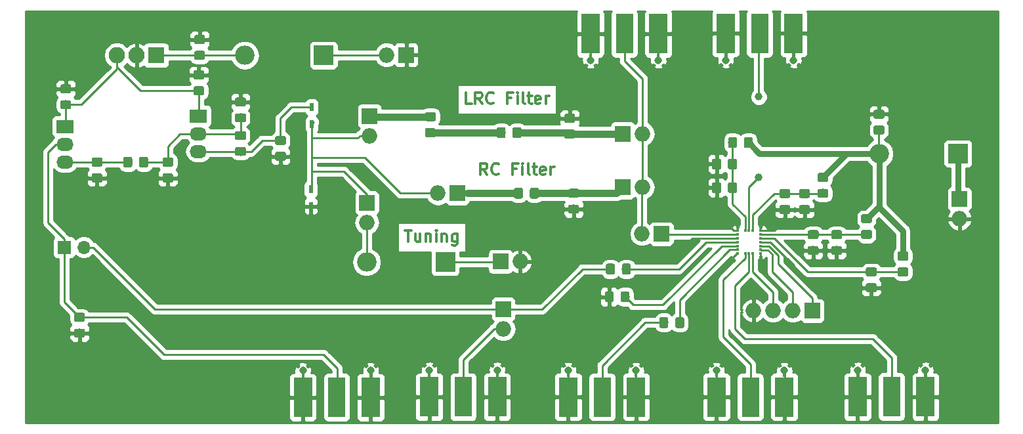
<source format=gbr>
G04 #@! TF.GenerationSoftware,KiCad,Pcbnew,(5.0.2)-1*
G04 #@! TF.CreationDate,2019-03-13T16:55:14-07:00*
G04 #@! TF.ProjectId,Complete PLL Board Rev1,436f6d70-6c65-4746-9520-504c4c20426f,rev?*
G04 #@! TF.SameCoordinates,Original*
G04 #@! TF.FileFunction,Copper,L1,Top*
G04 #@! TF.FilePolarity,Positive*
%FSLAX46Y46*%
G04 Gerber Fmt 4.6, Leading zero omitted, Abs format (unit mm)*
G04 Created by KiCad (PCBNEW (5.0.2)-1) date 3/13/2019 4:55:14 PM*
%MOMM*%
%LPD*%
G01*
G04 APERTURE LIST*
G04 #@! TA.AperFunction,NonConductor*
%ADD10C,0.300000*%
G04 #@! TD*
G04 #@! TA.AperFunction,ComponentPad*
%ADD11O,2.200000X1.717500*%
G04 #@! TD*
G04 #@! TA.AperFunction,ComponentPad*
%ADD12R,2.200000X1.717500*%
G04 #@! TD*
G04 #@! TA.AperFunction,ComponentPad*
%ADD13R,2.200000X1.700000*%
G04 #@! TD*
G04 #@! TA.AperFunction,ComponentPad*
%ADD14O,2.200000X1.700000*%
G04 #@! TD*
G04 #@! TA.AperFunction,Conductor*
%ADD15R,0.460000X0.950000*%
G04 #@! TD*
G04 #@! TA.AperFunction,ViaPad*
%ADD16C,0.970000*%
G04 #@! TD*
G04 #@! TA.AperFunction,SMDPad,CuDef*
%ADD17R,2.420000X5.080000*%
G04 #@! TD*
G04 #@! TA.AperFunction,SMDPad,CuDef*
%ADD18R,2.290000X5.080000*%
G04 #@! TD*
G04 #@! TA.AperFunction,Conductor*
%ADD19C,0.100000*%
G04 #@! TD*
G04 #@! TA.AperFunction,SMDPad,CuDef*
%ADD20C,1.150000*%
G04 #@! TD*
G04 #@! TA.AperFunction,ComponentPad*
%ADD21R,2.500000X2.500000*%
G04 #@! TD*
G04 #@! TA.AperFunction,ComponentPad*
%ADD22O,2.500000X2.500000*%
G04 #@! TD*
G04 #@! TA.AperFunction,SMDPad,CuDef*
%ADD23R,0.600000X1.100000*%
G04 #@! TD*
G04 #@! TA.AperFunction,ComponentPad*
%ADD24O,2.000000X2.000000*%
G04 #@! TD*
G04 #@! TA.AperFunction,ComponentPad*
%ADD25R,2.000000X2.000000*%
G04 #@! TD*
G04 #@! TA.AperFunction,ComponentPad*
%ADD26O,1.700000X1.700000*%
G04 #@! TD*
G04 #@! TA.AperFunction,ComponentPad*
%ADD27R,1.700000X1.700000*%
G04 #@! TD*
G04 #@! TA.AperFunction,SMDPad,CuDef*
%ADD28R,0.450000X0.300000*%
G04 #@! TD*
G04 #@! TA.AperFunction,SMDPad,CuDef*
%ADD29R,0.300000X0.450000*%
G04 #@! TD*
G04 #@! TA.AperFunction,ComponentPad*
%ADD30R,2.100000X2.100000*%
G04 #@! TD*
G04 #@! TA.AperFunction,ComponentPad*
%ADD31O,2.100000X2.100000*%
G04 #@! TD*
G04 #@! TA.AperFunction,ViaPad*
%ADD32C,0.800000*%
G04 #@! TD*
G04 #@! TA.AperFunction,ViaPad*
%ADD33C,0.900000*%
G04 #@! TD*
G04 #@! TA.AperFunction,ViaPad*
%ADD34C,1.000000*%
G04 #@! TD*
G04 #@! TA.AperFunction,Conductor*
%ADD35C,0.762000*%
G04 #@! TD*
G04 #@! TA.AperFunction,Conductor*
%ADD36C,0.250000*%
G04 #@! TD*
G04 #@! TA.AperFunction,Conductor*
%ADD37C,0.889000*%
G04 #@! TD*
G04 #@! TA.AperFunction,Conductor*
%ADD38C,0.254000*%
G04 #@! TD*
G04 APERTURE END LIST*
D10*
X138974285Y-89578571D02*
X138260000Y-89578571D01*
X138260000Y-88078571D01*
X140331428Y-89578571D02*
X139831428Y-88864285D01*
X139474285Y-89578571D02*
X139474285Y-88078571D01*
X140045714Y-88078571D01*
X140188571Y-88150000D01*
X140260000Y-88221428D01*
X140331428Y-88364285D01*
X140331428Y-88578571D01*
X140260000Y-88721428D01*
X140188571Y-88792857D01*
X140045714Y-88864285D01*
X139474285Y-88864285D01*
X141831428Y-89435714D02*
X141760000Y-89507142D01*
X141545714Y-89578571D01*
X141402857Y-89578571D01*
X141188571Y-89507142D01*
X141045714Y-89364285D01*
X140974285Y-89221428D01*
X140902857Y-88935714D01*
X140902857Y-88721428D01*
X140974285Y-88435714D01*
X141045714Y-88292857D01*
X141188571Y-88150000D01*
X141402857Y-88078571D01*
X141545714Y-88078571D01*
X141760000Y-88150000D01*
X141831428Y-88221428D01*
X144117142Y-88792857D02*
X143617142Y-88792857D01*
X143617142Y-89578571D02*
X143617142Y-88078571D01*
X144331428Y-88078571D01*
X144902857Y-89578571D02*
X144902857Y-88578571D01*
X144902857Y-88078571D02*
X144831428Y-88150000D01*
X144902857Y-88221428D01*
X144974285Y-88150000D01*
X144902857Y-88078571D01*
X144902857Y-88221428D01*
X145831428Y-89578571D02*
X145688571Y-89507142D01*
X145617142Y-89364285D01*
X145617142Y-88078571D01*
X146188571Y-88578571D02*
X146760000Y-88578571D01*
X146402857Y-88078571D02*
X146402857Y-89364285D01*
X146474285Y-89507142D01*
X146617142Y-89578571D01*
X146760000Y-89578571D01*
X147831428Y-89507142D02*
X147688571Y-89578571D01*
X147402857Y-89578571D01*
X147260000Y-89507142D01*
X147188571Y-89364285D01*
X147188571Y-88792857D01*
X147260000Y-88650000D01*
X147402857Y-88578571D01*
X147688571Y-88578571D01*
X147831428Y-88650000D01*
X147902857Y-88792857D01*
X147902857Y-88935714D01*
X147188571Y-89078571D01*
X148545714Y-89578571D02*
X148545714Y-88578571D01*
X148545714Y-88864285D02*
X148617142Y-88721428D01*
X148688571Y-88650000D01*
X148831428Y-88578571D01*
X148974285Y-88578571D01*
X140994285Y-98722571D02*
X140494285Y-98008285D01*
X140137142Y-98722571D02*
X140137142Y-97222571D01*
X140708571Y-97222571D01*
X140851428Y-97294000D01*
X140922857Y-97365428D01*
X140994285Y-97508285D01*
X140994285Y-97722571D01*
X140922857Y-97865428D01*
X140851428Y-97936857D01*
X140708571Y-98008285D01*
X140137142Y-98008285D01*
X142494285Y-98579714D02*
X142422857Y-98651142D01*
X142208571Y-98722571D01*
X142065714Y-98722571D01*
X141851428Y-98651142D01*
X141708571Y-98508285D01*
X141637142Y-98365428D01*
X141565714Y-98079714D01*
X141565714Y-97865428D01*
X141637142Y-97579714D01*
X141708571Y-97436857D01*
X141851428Y-97294000D01*
X142065714Y-97222571D01*
X142208571Y-97222571D01*
X142422857Y-97294000D01*
X142494285Y-97365428D01*
X144780000Y-97936857D02*
X144280000Y-97936857D01*
X144280000Y-98722571D02*
X144280000Y-97222571D01*
X144994285Y-97222571D01*
X145565714Y-98722571D02*
X145565714Y-97722571D01*
X145565714Y-97222571D02*
X145494285Y-97294000D01*
X145565714Y-97365428D01*
X145637142Y-97294000D01*
X145565714Y-97222571D01*
X145565714Y-97365428D01*
X146494285Y-98722571D02*
X146351428Y-98651142D01*
X146280000Y-98508285D01*
X146280000Y-97222571D01*
X146851428Y-97722571D02*
X147422857Y-97722571D01*
X147065714Y-97222571D02*
X147065714Y-98508285D01*
X147137142Y-98651142D01*
X147280000Y-98722571D01*
X147422857Y-98722571D01*
X148494285Y-98651142D02*
X148351428Y-98722571D01*
X148065714Y-98722571D01*
X147922857Y-98651142D01*
X147851428Y-98508285D01*
X147851428Y-97936857D01*
X147922857Y-97794000D01*
X148065714Y-97722571D01*
X148351428Y-97722571D01*
X148494285Y-97794000D01*
X148565714Y-97936857D01*
X148565714Y-98079714D01*
X147851428Y-98222571D01*
X149208571Y-98722571D02*
X149208571Y-97722571D01*
X149208571Y-98008285D02*
X149280000Y-97865428D01*
X149351428Y-97794000D01*
X149494285Y-97722571D01*
X149637142Y-97722571D01*
X130358000Y-105858571D02*
X131215142Y-105858571D01*
X130786571Y-107358571D02*
X130786571Y-105858571D01*
X132358000Y-106358571D02*
X132358000Y-107358571D01*
X131715142Y-106358571D02*
X131715142Y-107144285D01*
X131786571Y-107287142D01*
X131929428Y-107358571D01*
X132143714Y-107358571D01*
X132286571Y-107287142D01*
X132358000Y-107215714D01*
X133072285Y-106358571D02*
X133072285Y-107358571D01*
X133072285Y-106501428D02*
X133143714Y-106430000D01*
X133286571Y-106358571D01*
X133500857Y-106358571D01*
X133643714Y-106430000D01*
X133715142Y-106572857D01*
X133715142Y-107358571D01*
X134429428Y-107358571D02*
X134429428Y-106358571D01*
X134429428Y-105858571D02*
X134358000Y-105930000D01*
X134429428Y-106001428D01*
X134500857Y-105930000D01*
X134429428Y-105858571D01*
X134429428Y-106001428D01*
X135143714Y-106358571D02*
X135143714Y-107358571D01*
X135143714Y-106501428D02*
X135215142Y-106430000D01*
X135358000Y-106358571D01*
X135572285Y-106358571D01*
X135715142Y-106430000D01*
X135786571Y-106572857D01*
X135786571Y-107358571D01*
X137143714Y-106358571D02*
X137143714Y-107572857D01*
X137072285Y-107715714D01*
X137000857Y-107787142D01*
X136858000Y-107858571D01*
X136643714Y-107858571D01*
X136500857Y-107787142D01*
X137143714Y-107287142D02*
X137000857Y-107358571D01*
X136715142Y-107358571D01*
X136572285Y-107287142D01*
X136500857Y-107215714D01*
X136429428Y-107072857D01*
X136429428Y-106644285D01*
X136500857Y-106501428D01*
X136572285Y-106430000D01*
X136715142Y-106358571D01*
X137000857Y-106358571D01*
X137143714Y-106430000D01*
D11*
G04 #@! TO.P,Q2,3*
G04 #@! TO.N,Net-(C20-Pad2)*
X86512400Y-97061400D03*
G04 #@! TO.P,Q2,2*
G04 #@! TO.N,Net-(J18-Pad1)*
X86512400Y-94771400D03*
D12*
G04 #@! TO.P,Q2,1*
G04 #@! TO.N,8V*
X86512400Y-92481400D03*
G04 #@! TD*
D13*
G04 #@! TO.P,Q1,1*
G04 #@! TO.N,8V*
X103733600Y-91127200D03*
D14*
G04 #@! TO.P,Q1,2*
G04 #@! TO.N,Net-(C15-Pad1)*
X103733600Y-93417200D03*
G04 #@! TO.P,Q1,3*
G04 #@! TO.N,Net-(C15-Pad2)*
X103733600Y-95707200D03*
G04 #@! TD*
D15*
G04 #@! TO.N,GND*
G04 #@! TO.C,FoLD1*
X197547000Y-124340200D03*
X188787000Y-124340200D03*
D16*
X197547000Y-123890200D03*
X188787000Y-123890200D03*
D17*
G04 #@! TD*
G04 #@! TO.P,FoLD1,2*
G04 #@! TO.N,GND*
X197547000Y-127330200D03*
G04 #@! TO.P,FoLD1,2*
G04 #@! TO.N,GND*
X188787000Y-127330200D03*
D18*
G04 #@! TO.P,FoLD1,1*
G04 #@! TO.N,FoLD*
X193167000Y-127330200D03*
G04 #@! TD*
G04 #@! TO.P,FL1,1*
G04 #@! TO.N,FL*
X176149000Y-80492600D03*
D17*
G04 #@! TO.P,FL1,2*
G04 #@! TO.N,GND*
X180529000Y-80492600D03*
X171769000Y-80492600D03*
D16*
G04 #@! TD*
G04 #@! TO.N,GND*
G04 #@! TO.C,FL1*
X180529000Y-83932600D03*
G04 #@! TO.N,GND*
G04 #@! TO.C,FL1*
X171769000Y-83932600D03*
D15*
X180529000Y-83482600D03*
X171769000Y-83482600D03*
G04 #@! TD*
G04 #@! TO.N,GND*
G04 #@! TO.C,Test_CP1*
X154319200Y-83508000D03*
X163079200Y-83508000D03*
D16*
X154319200Y-83958000D03*
X163079200Y-83958000D03*
D17*
G04 #@! TD*
G04 #@! TO.P,Test_CP1,2*
G04 #@! TO.N,GND*
X154319200Y-80518000D03*
G04 #@! TO.P,Test_CP1,2*
G04 #@! TO.N,GND*
X163079200Y-80518000D03*
D18*
G04 #@! TO.P,Test_CP1,1*
G04 #@! TO.N,Net-(J13-Pad2)*
X158699200Y-80518000D03*
G04 #@! TD*
G04 #@! TO.P,OSC_OUT1,1*
G04 #@! TO.N,OSC_OUT*
X174955200Y-127381000D03*
D17*
G04 #@! TO.P,OSC_OUT1,2*
G04 #@! TO.N,GND*
X170575200Y-127381000D03*
X179335200Y-127381000D03*
D16*
G04 #@! TD*
G04 #@! TO.N,GND*
G04 #@! TO.C,OSC_OUT1*
X170575200Y-123941000D03*
G04 #@! TO.N,GND*
G04 #@! TO.C,OSC_OUT1*
X179335200Y-123941000D03*
D15*
X170575200Y-124391000D03*
X179335200Y-124391000D03*
G04 #@! TD*
D19*
G04 #@! TO.N,GND*
G04 #@! TO.C,C1*
G36*
X192015905Y-90332804D02*
X192040173Y-90336404D01*
X192063972Y-90342365D01*
X192087071Y-90350630D01*
X192109250Y-90361120D01*
X192130293Y-90373732D01*
X192149999Y-90388347D01*
X192168177Y-90404823D01*
X192184653Y-90423001D01*
X192199268Y-90442707D01*
X192211880Y-90463750D01*
X192222370Y-90485929D01*
X192230635Y-90509028D01*
X192236596Y-90532827D01*
X192240196Y-90557095D01*
X192241400Y-90581599D01*
X192241400Y-91231601D01*
X192240196Y-91256105D01*
X192236596Y-91280373D01*
X192230635Y-91304172D01*
X192222370Y-91327271D01*
X192211880Y-91349450D01*
X192199268Y-91370493D01*
X192184653Y-91390199D01*
X192168177Y-91408377D01*
X192149999Y-91424853D01*
X192130293Y-91439468D01*
X192109250Y-91452080D01*
X192087071Y-91462570D01*
X192063972Y-91470835D01*
X192040173Y-91476796D01*
X192015905Y-91480396D01*
X191991401Y-91481600D01*
X191091399Y-91481600D01*
X191066895Y-91480396D01*
X191042627Y-91476796D01*
X191018828Y-91470835D01*
X190995729Y-91462570D01*
X190973550Y-91452080D01*
X190952507Y-91439468D01*
X190932801Y-91424853D01*
X190914623Y-91408377D01*
X190898147Y-91390199D01*
X190883532Y-91370493D01*
X190870920Y-91349450D01*
X190860430Y-91327271D01*
X190852165Y-91304172D01*
X190846204Y-91280373D01*
X190842604Y-91256105D01*
X190841400Y-91231601D01*
X190841400Y-90581599D01*
X190842604Y-90557095D01*
X190846204Y-90532827D01*
X190852165Y-90509028D01*
X190860430Y-90485929D01*
X190870920Y-90463750D01*
X190883532Y-90442707D01*
X190898147Y-90423001D01*
X190914623Y-90404823D01*
X190932801Y-90388347D01*
X190952507Y-90373732D01*
X190973550Y-90361120D01*
X190995729Y-90350630D01*
X191018828Y-90342365D01*
X191042627Y-90336404D01*
X191066895Y-90332804D01*
X191091399Y-90331600D01*
X191991401Y-90331600D01*
X192015905Y-90332804D01*
X192015905Y-90332804D01*
G37*
D20*
G04 #@! TD*
G04 #@! TO.P,C1,1*
G04 #@! TO.N,GND*
X191541400Y-90906600D03*
D19*
G04 #@! TO.N,PLL_Power*
G04 #@! TO.C,C1*
G36*
X192015905Y-92382804D02*
X192040173Y-92386404D01*
X192063972Y-92392365D01*
X192087071Y-92400630D01*
X192109250Y-92411120D01*
X192130293Y-92423732D01*
X192149999Y-92438347D01*
X192168177Y-92454823D01*
X192184653Y-92473001D01*
X192199268Y-92492707D01*
X192211880Y-92513750D01*
X192222370Y-92535929D01*
X192230635Y-92559028D01*
X192236596Y-92582827D01*
X192240196Y-92607095D01*
X192241400Y-92631599D01*
X192241400Y-93281601D01*
X192240196Y-93306105D01*
X192236596Y-93330373D01*
X192230635Y-93354172D01*
X192222370Y-93377271D01*
X192211880Y-93399450D01*
X192199268Y-93420493D01*
X192184653Y-93440199D01*
X192168177Y-93458377D01*
X192149999Y-93474853D01*
X192130293Y-93489468D01*
X192109250Y-93502080D01*
X192087071Y-93512570D01*
X192063972Y-93520835D01*
X192040173Y-93526796D01*
X192015905Y-93530396D01*
X191991401Y-93531600D01*
X191091399Y-93531600D01*
X191066895Y-93530396D01*
X191042627Y-93526796D01*
X191018828Y-93520835D01*
X190995729Y-93512570D01*
X190973550Y-93502080D01*
X190952507Y-93489468D01*
X190932801Y-93474853D01*
X190914623Y-93458377D01*
X190898147Y-93440199D01*
X190883532Y-93420493D01*
X190870920Y-93399450D01*
X190860430Y-93377271D01*
X190852165Y-93354172D01*
X190846204Y-93330373D01*
X190842604Y-93306105D01*
X190841400Y-93281601D01*
X190841400Y-92631599D01*
X190842604Y-92607095D01*
X190846204Y-92582827D01*
X190852165Y-92559028D01*
X190860430Y-92535929D01*
X190870920Y-92513750D01*
X190883532Y-92492707D01*
X190898147Y-92473001D01*
X190914623Y-92454823D01*
X190932801Y-92438347D01*
X190952507Y-92423732D01*
X190973550Y-92411120D01*
X190995729Y-92400630D01*
X191018828Y-92392365D01*
X191042627Y-92386404D01*
X191066895Y-92382804D01*
X191091399Y-92381600D01*
X191991401Y-92381600D01*
X192015905Y-92382804D01*
X192015905Y-92382804D01*
G37*
D20*
G04 #@! TD*
G04 #@! TO.P,C1,2*
G04 #@! TO.N,PLL_Power*
X191541400Y-92956600D03*
D19*
G04 #@! TO.N,GND*
G04 #@! TO.C,C2*
G36*
X183532305Y-107902204D02*
X183556573Y-107905804D01*
X183580372Y-107911765D01*
X183603471Y-107920030D01*
X183625650Y-107930520D01*
X183646693Y-107943132D01*
X183666399Y-107957747D01*
X183684577Y-107974223D01*
X183701053Y-107992401D01*
X183715668Y-108012107D01*
X183728280Y-108033150D01*
X183738770Y-108055329D01*
X183747035Y-108078428D01*
X183752996Y-108102227D01*
X183756596Y-108126495D01*
X183757800Y-108150999D01*
X183757800Y-108801001D01*
X183756596Y-108825505D01*
X183752996Y-108849773D01*
X183747035Y-108873572D01*
X183738770Y-108896671D01*
X183728280Y-108918850D01*
X183715668Y-108939893D01*
X183701053Y-108959599D01*
X183684577Y-108977777D01*
X183666399Y-108994253D01*
X183646693Y-109008868D01*
X183625650Y-109021480D01*
X183603471Y-109031970D01*
X183580372Y-109040235D01*
X183556573Y-109046196D01*
X183532305Y-109049796D01*
X183507801Y-109051000D01*
X182607799Y-109051000D01*
X182583295Y-109049796D01*
X182559027Y-109046196D01*
X182535228Y-109040235D01*
X182512129Y-109031970D01*
X182489950Y-109021480D01*
X182468907Y-109008868D01*
X182449201Y-108994253D01*
X182431023Y-108977777D01*
X182414547Y-108959599D01*
X182399932Y-108939893D01*
X182387320Y-108918850D01*
X182376830Y-108896671D01*
X182368565Y-108873572D01*
X182362604Y-108849773D01*
X182359004Y-108825505D01*
X182357800Y-108801001D01*
X182357800Y-108150999D01*
X182359004Y-108126495D01*
X182362604Y-108102227D01*
X182368565Y-108078428D01*
X182376830Y-108055329D01*
X182387320Y-108033150D01*
X182399932Y-108012107D01*
X182414547Y-107992401D01*
X182431023Y-107974223D01*
X182449201Y-107957747D01*
X182468907Y-107943132D01*
X182489950Y-107930520D01*
X182512129Y-107920030D01*
X182535228Y-107911765D01*
X182559027Y-107905804D01*
X182583295Y-107902204D01*
X182607799Y-107901000D01*
X183507801Y-107901000D01*
X183532305Y-107902204D01*
X183532305Y-107902204D01*
G37*
D20*
G04 #@! TD*
G04 #@! TO.P,C2,1*
G04 #@! TO.N,GND*
X183057800Y-108476000D03*
D19*
G04 #@! TO.N,V_uC*
G04 #@! TO.C,C2*
G36*
X183532305Y-105852204D02*
X183556573Y-105855804D01*
X183580372Y-105861765D01*
X183603471Y-105870030D01*
X183625650Y-105880520D01*
X183646693Y-105893132D01*
X183666399Y-105907747D01*
X183684577Y-105924223D01*
X183701053Y-105942401D01*
X183715668Y-105962107D01*
X183728280Y-105983150D01*
X183738770Y-106005329D01*
X183747035Y-106028428D01*
X183752996Y-106052227D01*
X183756596Y-106076495D01*
X183757800Y-106100999D01*
X183757800Y-106751001D01*
X183756596Y-106775505D01*
X183752996Y-106799773D01*
X183747035Y-106823572D01*
X183738770Y-106846671D01*
X183728280Y-106868850D01*
X183715668Y-106889893D01*
X183701053Y-106909599D01*
X183684577Y-106927777D01*
X183666399Y-106944253D01*
X183646693Y-106958868D01*
X183625650Y-106971480D01*
X183603471Y-106981970D01*
X183580372Y-106990235D01*
X183556573Y-106996196D01*
X183532305Y-106999796D01*
X183507801Y-107001000D01*
X182607799Y-107001000D01*
X182583295Y-106999796D01*
X182559027Y-106996196D01*
X182535228Y-106990235D01*
X182512129Y-106981970D01*
X182489950Y-106971480D01*
X182468907Y-106958868D01*
X182449201Y-106944253D01*
X182431023Y-106927777D01*
X182414547Y-106909599D01*
X182399932Y-106889893D01*
X182387320Y-106868850D01*
X182376830Y-106846671D01*
X182368565Y-106823572D01*
X182362604Y-106799773D01*
X182359004Y-106775505D01*
X182357800Y-106751001D01*
X182357800Y-106100999D01*
X182359004Y-106076495D01*
X182362604Y-106052227D01*
X182368565Y-106028428D01*
X182376830Y-106005329D01*
X182387320Y-105983150D01*
X182399932Y-105962107D01*
X182414547Y-105942401D01*
X182431023Y-105924223D01*
X182449201Y-105907747D01*
X182468907Y-105893132D01*
X182489950Y-105880520D01*
X182512129Y-105870030D01*
X182535228Y-105861765D01*
X182559027Y-105855804D01*
X182583295Y-105852204D01*
X182607799Y-105851000D01*
X183507801Y-105851000D01*
X183532305Y-105852204D01*
X183532305Y-105852204D01*
G37*
D20*
G04 #@! TD*
G04 #@! TO.P,C2,2*
G04 #@! TO.N,V_uC*
X183057800Y-106426000D03*
D19*
G04 #@! TO.N,V_uC*
G04 #@! TO.C,C3*
G36*
X186554905Y-105852204D02*
X186579173Y-105855804D01*
X186602972Y-105861765D01*
X186626071Y-105870030D01*
X186648250Y-105880520D01*
X186669293Y-105893132D01*
X186688999Y-105907747D01*
X186707177Y-105924223D01*
X186723653Y-105942401D01*
X186738268Y-105962107D01*
X186750880Y-105983150D01*
X186761370Y-106005329D01*
X186769635Y-106028428D01*
X186775596Y-106052227D01*
X186779196Y-106076495D01*
X186780400Y-106100999D01*
X186780400Y-106751001D01*
X186779196Y-106775505D01*
X186775596Y-106799773D01*
X186769635Y-106823572D01*
X186761370Y-106846671D01*
X186750880Y-106868850D01*
X186738268Y-106889893D01*
X186723653Y-106909599D01*
X186707177Y-106927777D01*
X186688999Y-106944253D01*
X186669293Y-106958868D01*
X186648250Y-106971480D01*
X186626071Y-106981970D01*
X186602972Y-106990235D01*
X186579173Y-106996196D01*
X186554905Y-106999796D01*
X186530401Y-107001000D01*
X185630399Y-107001000D01*
X185605895Y-106999796D01*
X185581627Y-106996196D01*
X185557828Y-106990235D01*
X185534729Y-106981970D01*
X185512550Y-106971480D01*
X185491507Y-106958868D01*
X185471801Y-106944253D01*
X185453623Y-106927777D01*
X185437147Y-106909599D01*
X185422532Y-106889893D01*
X185409920Y-106868850D01*
X185399430Y-106846671D01*
X185391165Y-106823572D01*
X185385204Y-106799773D01*
X185381604Y-106775505D01*
X185380400Y-106751001D01*
X185380400Y-106100999D01*
X185381604Y-106076495D01*
X185385204Y-106052227D01*
X185391165Y-106028428D01*
X185399430Y-106005329D01*
X185409920Y-105983150D01*
X185422532Y-105962107D01*
X185437147Y-105942401D01*
X185453623Y-105924223D01*
X185471801Y-105907747D01*
X185491507Y-105893132D01*
X185512550Y-105880520D01*
X185534729Y-105870030D01*
X185557828Y-105861765D01*
X185581627Y-105855804D01*
X185605895Y-105852204D01*
X185630399Y-105851000D01*
X186530401Y-105851000D01*
X186554905Y-105852204D01*
X186554905Y-105852204D01*
G37*
D20*
G04 #@! TD*
G04 #@! TO.P,C3,2*
G04 #@! TO.N,V_uC*
X186080400Y-106426000D03*
D19*
G04 #@! TO.N,GND*
G04 #@! TO.C,C3*
G36*
X186554905Y-107902204D02*
X186579173Y-107905804D01*
X186602972Y-107911765D01*
X186626071Y-107920030D01*
X186648250Y-107930520D01*
X186669293Y-107943132D01*
X186688999Y-107957747D01*
X186707177Y-107974223D01*
X186723653Y-107992401D01*
X186738268Y-108012107D01*
X186750880Y-108033150D01*
X186761370Y-108055329D01*
X186769635Y-108078428D01*
X186775596Y-108102227D01*
X186779196Y-108126495D01*
X186780400Y-108150999D01*
X186780400Y-108801001D01*
X186779196Y-108825505D01*
X186775596Y-108849773D01*
X186769635Y-108873572D01*
X186761370Y-108896671D01*
X186750880Y-108918850D01*
X186738268Y-108939893D01*
X186723653Y-108959599D01*
X186707177Y-108977777D01*
X186688999Y-108994253D01*
X186669293Y-109008868D01*
X186648250Y-109021480D01*
X186626071Y-109031970D01*
X186602972Y-109040235D01*
X186579173Y-109046196D01*
X186554905Y-109049796D01*
X186530401Y-109051000D01*
X185630399Y-109051000D01*
X185605895Y-109049796D01*
X185581627Y-109046196D01*
X185557828Y-109040235D01*
X185534729Y-109031970D01*
X185512550Y-109021480D01*
X185491507Y-109008868D01*
X185471801Y-108994253D01*
X185453623Y-108977777D01*
X185437147Y-108959599D01*
X185422532Y-108939893D01*
X185409920Y-108918850D01*
X185399430Y-108896671D01*
X185391165Y-108873572D01*
X185385204Y-108849773D01*
X185381604Y-108825505D01*
X185380400Y-108801001D01*
X185380400Y-108150999D01*
X185381604Y-108126495D01*
X185385204Y-108102227D01*
X185391165Y-108078428D01*
X185399430Y-108055329D01*
X185409920Y-108033150D01*
X185422532Y-108012107D01*
X185437147Y-107992401D01*
X185453623Y-107974223D01*
X185471801Y-107957747D01*
X185491507Y-107943132D01*
X185512550Y-107930520D01*
X185534729Y-107920030D01*
X185557828Y-107911765D01*
X185581627Y-107905804D01*
X185605895Y-107902204D01*
X185630399Y-107901000D01*
X186530401Y-107901000D01*
X186554905Y-107902204D01*
X186554905Y-107902204D01*
G37*
D20*
G04 #@! TD*
G04 #@! TO.P,C3,1*
G04 #@! TO.N,GND*
X186080400Y-108476000D03*
D19*
G04 #@! TO.N,F_IN*
G04 #@! TO.C,C4*
G36*
X159295305Y-110172204D02*
X159319573Y-110175804D01*
X159343372Y-110181765D01*
X159366471Y-110190030D01*
X159388650Y-110200520D01*
X159409693Y-110213132D01*
X159429399Y-110227747D01*
X159447577Y-110244223D01*
X159464053Y-110262401D01*
X159478668Y-110282107D01*
X159491280Y-110303150D01*
X159501770Y-110325329D01*
X159510035Y-110348428D01*
X159515996Y-110372227D01*
X159519596Y-110396495D01*
X159520800Y-110420999D01*
X159520800Y-111321001D01*
X159519596Y-111345505D01*
X159515996Y-111369773D01*
X159510035Y-111393572D01*
X159501770Y-111416671D01*
X159491280Y-111438850D01*
X159478668Y-111459893D01*
X159464053Y-111479599D01*
X159447577Y-111497777D01*
X159429399Y-111514253D01*
X159409693Y-111528868D01*
X159388650Y-111541480D01*
X159366471Y-111551970D01*
X159343372Y-111560235D01*
X159319573Y-111566196D01*
X159295305Y-111569796D01*
X159270801Y-111571000D01*
X158620799Y-111571000D01*
X158596295Y-111569796D01*
X158572027Y-111566196D01*
X158548228Y-111560235D01*
X158525129Y-111551970D01*
X158502950Y-111541480D01*
X158481907Y-111528868D01*
X158462201Y-111514253D01*
X158444023Y-111497777D01*
X158427547Y-111479599D01*
X158412932Y-111459893D01*
X158400320Y-111438850D01*
X158389830Y-111416671D01*
X158381565Y-111393572D01*
X158375604Y-111369773D01*
X158372004Y-111345505D01*
X158370800Y-111321001D01*
X158370800Y-110420999D01*
X158372004Y-110396495D01*
X158375604Y-110372227D01*
X158381565Y-110348428D01*
X158389830Y-110325329D01*
X158400320Y-110303150D01*
X158412932Y-110282107D01*
X158427547Y-110262401D01*
X158444023Y-110244223D01*
X158462201Y-110227747D01*
X158481907Y-110213132D01*
X158502950Y-110200520D01*
X158525129Y-110190030D01*
X158548228Y-110181765D01*
X158572027Y-110175804D01*
X158596295Y-110172204D01*
X158620799Y-110171000D01*
X159270801Y-110171000D01*
X159295305Y-110172204D01*
X159295305Y-110172204D01*
G37*
D20*
G04 #@! TD*
G04 #@! TO.P,C4,2*
G04 #@! TO.N,F_IN*
X158945800Y-110871000D03*
D19*
G04 #@! TO.N,Net-(C4-Pad1)*
G04 #@! TO.C,C4*
G36*
X157245305Y-110172204D02*
X157269573Y-110175804D01*
X157293372Y-110181765D01*
X157316471Y-110190030D01*
X157338650Y-110200520D01*
X157359693Y-110213132D01*
X157379399Y-110227747D01*
X157397577Y-110244223D01*
X157414053Y-110262401D01*
X157428668Y-110282107D01*
X157441280Y-110303150D01*
X157451770Y-110325329D01*
X157460035Y-110348428D01*
X157465996Y-110372227D01*
X157469596Y-110396495D01*
X157470800Y-110420999D01*
X157470800Y-111321001D01*
X157469596Y-111345505D01*
X157465996Y-111369773D01*
X157460035Y-111393572D01*
X157451770Y-111416671D01*
X157441280Y-111438850D01*
X157428668Y-111459893D01*
X157414053Y-111479599D01*
X157397577Y-111497777D01*
X157379399Y-111514253D01*
X157359693Y-111528868D01*
X157338650Y-111541480D01*
X157316471Y-111551970D01*
X157293372Y-111560235D01*
X157269573Y-111566196D01*
X157245305Y-111569796D01*
X157220801Y-111571000D01*
X156570799Y-111571000D01*
X156546295Y-111569796D01*
X156522027Y-111566196D01*
X156498228Y-111560235D01*
X156475129Y-111551970D01*
X156452950Y-111541480D01*
X156431907Y-111528868D01*
X156412201Y-111514253D01*
X156394023Y-111497777D01*
X156377547Y-111479599D01*
X156362932Y-111459893D01*
X156350320Y-111438850D01*
X156339830Y-111416671D01*
X156331565Y-111393572D01*
X156325604Y-111369773D01*
X156322004Y-111345505D01*
X156320800Y-111321001D01*
X156320800Y-110420999D01*
X156322004Y-110396495D01*
X156325604Y-110372227D01*
X156331565Y-110348428D01*
X156339830Y-110325329D01*
X156350320Y-110303150D01*
X156362932Y-110282107D01*
X156377547Y-110262401D01*
X156394023Y-110244223D01*
X156412201Y-110227747D01*
X156431907Y-110213132D01*
X156452950Y-110200520D01*
X156475129Y-110190030D01*
X156498228Y-110181765D01*
X156522027Y-110175804D01*
X156546295Y-110172204D01*
X156570799Y-110171000D01*
X157220801Y-110171000D01*
X157245305Y-110172204D01*
X157245305Y-110172204D01*
G37*
D20*
G04 #@! TD*
G04 #@! TO.P,C4,1*
G04 #@! TO.N,Net-(C4-Pad1)*
X156895800Y-110871000D03*
D19*
G04 #@! TO.N,CE*
G04 #@! TO.C,C5*
G36*
X191025305Y-110652804D02*
X191049573Y-110656404D01*
X191073372Y-110662365D01*
X191096471Y-110670630D01*
X191118650Y-110681120D01*
X191139693Y-110693732D01*
X191159399Y-110708347D01*
X191177577Y-110724823D01*
X191194053Y-110743001D01*
X191208668Y-110762707D01*
X191221280Y-110783750D01*
X191231770Y-110805929D01*
X191240035Y-110829028D01*
X191245996Y-110852827D01*
X191249596Y-110877095D01*
X191250800Y-110901599D01*
X191250800Y-111551601D01*
X191249596Y-111576105D01*
X191245996Y-111600373D01*
X191240035Y-111624172D01*
X191231770Y-111647271D01*
X191221280Y-111669450D01*
X191208668Y-111690493D01*
X191194053Y-111710199D01*
X191177577Y-111728377D01*
X191159399Y-111744853D01*
X191139693Y-111759468D01*
X191118650Y-111772080D01*
X191096471Y-111782570D01*
X191073372Y-111790835D01*
X191049573Y-111796796D01*
X191025305Y-111800396D01*
X191000801Y-111801600D01*
X190100799Y-111801600D01*
X190076295Y-111800396D01*
X190052027Y-111796796D01*
X190028228Y-111790835D01*
X190005129Y-111782570D01*
X189982950Y-111772080D01*
X189961907Y-111759468D01*
X189942201Y-111744853D01*
X189924023Y-111728377D01*
X189907547Y-111710199D01*
X189892932Y-111690493D01*
X189880320Y-111669450D01*
X189869830Y-111647271D01*
X189861565Y-111624172D01*
X189855604Y-111600373D01*
X189852004Y-111576105D01*
X189850800Y-111551601D01*
X189850800Y-110901599D01*
X189852004Y-110877095D01*
X189855604Y-110852827D01*
X189861565Y-110829028D01*
X189869830Y-110805929D01*
X189880320Y-110783750D01*
X189892932Y-110762707D01*
X189907547Y-110743001D01*
X189924023Y-110724823D01*
X189942201Y-110708347D01*
X189961907Y-110693732D01*
X189982950Y-110681120D01*
X190005129Y-110670630D01*
X190028228Y-110662365D01*
X190052027Y-110656404D01*
X190076295Y-110652804D01*
X190100799Y-110651600D01*
X191000801Y-110651600D01*
X191025305Y-110652804D01*
X191025305Y-110652804D01*
G37*
D20*
G04 #@! TD*
G04 #@! TO.P,C5,2*
G04 #@! TO.N,CE*
X190550800Y-111226600D03*
D19*
G04 #@! TO.N,GND*
G04 #@! TO.C,C5*
G36*
X191025305Y-112702804D02*
X191049573Y-112706404D01*
X191073372Y-112712365D01*
X191096471Y-112720630D01*
X191118650Y-112731120D01*
X191139693Y-112743732D01*
X191159399Y-112758347D01*
X191177577Y-112774823D01*
X191194053Y-112793001D01*
X191208668Y-112812707D01*
X191221280Y-112833750D01*
X191231770Y-112855929D01*
X191240035Y-112879028D01*
X191245996Y-112902827D01*
X191249596Y-112927095D01*
X191250800Y-112951599D01*
X191250800Y-113601601D01*
X191249596Y-113626105D01*
X191245996Y-113650373D01*
X191240035Y-113674172D01*
X191231770Y-113697271D01*
X191221280Y-113719450D01*
X191208668Y-113740493D01*
X191194053Y-113760199D01*
X191177577Y-113778377D01*
X191159399Y-113794853D01*
X191139693Y-113809468D01*
X191118650Y-113822080D01*
X191096471Y-113832570D01*
X191073372Y-113840835D01*
X191049573Y-113846796D01*
X191025305Y-113850396D01*
X191000801Y-113851600D01*
X190100799Y-113851600D01*
X190076295Y-113850396D01*
X190052027Y-113846796D01*
X190028228Y-113840835D01*
X190005129Y-113832570D01*
X189982950Y-113822080D01*
X189961907Y-113809468D01*
X189942201Y-113794853D01*
X189924023Y-113778377D01*
X189907547Y-113760199D01*
X189892932Y-113740493D01*
X189880320Y-113719450D01*
X189869830Y-113697271D01*
X189861565Y-113674172D01*
X189855604Y-113650373D01*
X189852004Y-113626105D01*
X189850800Y-113601601D01*
X189850800Y-112951599D01*
X189852004Y-112927095D01*
X189855604Y-112902827D01*
X189861565Y-112879028D01*
X189869830Y-112855929D01*
X189880320Y-112833750D01*
X189892932Y-112812707D01*
X189907547Y-112793001D01*
X189924023Y-112774823D01*
X189942201Y-112758347D01*
X189961907Y-112743732D01*
X189982950Y-112731120D01*
X190005129Y-112720630D01*
X190028228Y-112712365D01*
X190052027Y-112706404D01*
X190076295Y-112702804D01*
X190100799Y-112701600D01*
X191000801Y-112701600D01*
X191025305Y-112702804D01*
X191025305Y-112702804D01*
G37*
D20*
G04 #@! TD*
G04 #@! TO.P,C5,1*
G04 #@! TO.N,GND*
X190550800Y-113276600D03*
D19*
G04 #@! TO.N,GND*
G04 #@! TO.C,C6*
G36*
X179874705Y-102619004D02*
X179898973Y-102622604D01*
X179922772Y-102628565D01*
X179945871Y-102636830D01*
X179968050Y-102647320D01*
X179989093Y-102659932D01*
X180008799Y-102674547D01*
X180026977Y-102691023D01*
X180043453Y-102709201D01*
X180058068Y-102728907D01*
X180070680Y-102749950D01*
X180081170Y-102772129D01*
X180089435Y-102795228D01*
X180095396Y-102819027D01*
X180098996Y-102843295D01*
X180100200Y-102867799D01*
X180100200Y-103517801D01*
X180098996Y-103542305D01*
X180095396Y-103566573D01*
X180089435Y-103590372D01*
X180081170Y-103613471D01*
X180070680Y-103635650D01*
X180058068Y-103656693D01*
X180043453Y-103676399D01*
X180026977Y-103694577D01*
X180008799Y-103711053D01*
X179989093Y-103725668D01*
X179968050Y-103738280D01*
X179945871Y-103748770D01*
X179922772Y-103757035D01*
X179898973Y-103762996D01*
X179874705Y-103766596D01*
X179850201Y-103767800D01*
X178950199Y-103767800D01*
X178925695Y-103766596D01*
X178901427Y-103762996D01*
X178877628Y-103757035D01*
X178854529Y-103748770D01*
X178832350Y-103738280D01*
X178811307Y-103725668D01*
X178791601Y-103711053D01*
X178773423Y-103694577D01*
X178756947Y-103676399D01*
X178742332Y-103656693D01*
X178729720Y-103635650D01*
X178719230Y-103613471D01*
X178710965Y-103590372D01*
X178705004Y-103566573D01*
X178701404Y-103542305D01*
X178700200Y-103517801D01*
X178700200Y-102867799D01*
X178701404Y-102843295D01*
X178705004Y-102819027D01*
X178710965Y-102795228D01*
X178719230Y-102772129D01*
X178729720Y-102749950D01*
X178742332Y-102728907D01*
X178756947Y-102709201D01*
X178773423Y-102691023D01*
X178791601Y-102674547D01*
X178811307Y-102659932D01*
X178832350Y-102647320D01*
X178854529Y-102636830D01*
X178877628Y-102628565D01*
X178901427Y-102622604D01*
X178925695Y-102619004D01*
X178950199Y-102617800D01*
X179850201Y-102617800D01*
X179874705Y-102619004D01*
X179874705Y-102619004D01*
G37*
D20*
G04 #@! TD*
G04 #@! TO.P,C6,1*
G04 #@! TO.N,GND*
X179400200Y-103192800D03*
D19*
G04 #@! TO.N,Vcc*
G04 #@! TO.C,C6*
G36*
X179874705Y-100569004D02*
X179898973Y-100572604D01*
X179922772Y-100578565D01*
X179945871Y-100586830D01*
X179968050Y-100597320D01*
X179989093Y-100609932D01*
X180008799Y-100624547D01*
X180026977Y-100641023D01*
X180043453Y-100659201D01*
X180058068Y-100678907D01*
X180070680Y-100699950D01*
X180081170Y-100722129D01*
X180089435Y-100745228D01*
X180095396Y-100769027D01*
X180098996Y-100793295D01*
X180100200Y-100817799D01*
X180100200Y-101467801D01*
X180098996Y-101492305D01*
X180095396Y-101516573D01*
X180089435Y-101540372D01*
X180081170Y-101563471D01*
X180070680Y-101585650D01*
X180058068Y-101606693D01*
X180043453Y-101626399D01*
X180026977Y-101644577D01*
X180008799Y-101661053D01*
X179989093Y-101675668D01*
X179968050Y-101688280D01*
X179945871Y-101698770D01*
X179922772Y-101707035D01*
X179898973Y-101712996D01*
X179874705Y-101716596D01*
X179850201Y-101717800D01*
X178950199Y-101717800D01*
X178925695Y-101716596D01*
X178901427Y-101712996D01*
X178877628Y-101707035D01*
X178854529Y-101698770D01*
X178832350Y-101688280D01*
X178811307Y-101675668D01*
X178791601Y-101661053D01*
X178773423Y-101644577D01*
X178756947Y-101626399D01*
X178742332Y-101606693D01*
X178729720Y-101585650D01*
X178719230Y-101563471D01*
X178710965Y-101540372D01*
X178705004Y-101516573D01*
X178701404Y-101492305D01*
X178700200Y-101467801D01*
X178700200Y-100817799D01*
X178701404Y-100793295D01*
X178705004Y-100769027D01*
X178710965Y-100745228D01*
X178719230Y-100722129D01*
X178729720Y-100699950D01*
X178742332Y-100678907D01*
X178756947Y-100659201D01*
X178773423Y-100641023D01*
X178791601Y-100624547D01*
X178811307Y-100609932D01*
X178832350Y-100597320D01*
X178854529Y-100586830D01*
X178877628Y-100578565D01*
X178901427Y-100572604D01*
X178925695Y-100569004D01*
X178950199Y-100567800D01*
X179850201Y-100567800D01*
X179874705Y-100569004D01*
X179874705Y-100569004D01*
G37*
D20*
G04 #@! TD*
G04 #@! TO.P,C6,2*
G04 #@! TO.N,Vcc*
X179400200Y-101142800D03*
D19*
G04 #@! TO.N,GND*
G04 #@! TO.C,C7*
G36*
X182414705Y-102619004D02*
X182438973Y-102622604D01*
X182462772Y-102628565D01*
X182485871Y-102636830D01*
X182508050Y-102647320D01*
X182529093Y-102659932D01*
X182548799Y-102674547D01*
X182566977Y-102691023D01*
X182583453Y-102709201D01*
X182598068Y-102728907D01*
X182610680Y-102749950D01*
X182621170Y-102772129D01*
X182629435Y-102795228D01*
X182635396Y-102819027D01*
X182638996Y-102843295D01*
X182640200Y-102867799D01*
X182640200Y-103517801D01*
X182638996Y-103542305D01*
X182635396Y-103566573D01*
X182629435Y-103590372D01*
X182621170Y-103613471D01*
X182610680Y-103635650D01*
X182598068Y-103656693D01*
X182583453Y-103676399D01*
X182566977Y-103694577D01*
X182548799Y-103711053D01*
X182529093Y-103725668D01*
X182508050Y-103738280D01*
X182485871Y-103748770D01*
X182462772Y-103757035D01*
X182438973Y-103762996D01*
X182414705Y-103766596D01*
X182390201Y-103767800D01*
X181490199Y-103767800D01*
X181465695Y-103766596D01*
X181441427Y-103762996D01*
X181417628Y-103757035D01*
X181394529Y-103748770D01*
X181372350Y-103738280D01*
X181351307Y-103725668D01*
X181331601Y-103711053D01*
X181313423Y-103694577D01*
X181296947Y-103676399D01*
X181282332Y-103656693D01*
X181269720Y-103635650D01*
X181259230Y-103613471D01*
X181250965Y-103590372D01*
X181245004Y-103566573D01*
X181241404Y-103542305D01*
X181240200Y-103517801D01*
X181240200Y-102867799D01*
X181241404Y-102843295D01*
X181245004Y-102819027D01*
X181250965Y-102795228D01*
X181259230Y-102772129D01*
X181269720Y-102749950D01*
X181282332Y-102728907D01*
X181296947Y-102709201D01*
X181313423Y-102691023D01*
X181331601Y-102674547D01*
X181351307Y-102659932D01*
X181372350Y-102647320D01*
X181394529Y-102636830D01*
X181417628Y-102628565D01*
X181441427Y-102622604D01*
X181465695Y-102619004D01*
X181490199Y-102617800D01*
X182390201Y-102617800D01*
X182414705Y-102619004D01*
X182414705Y-102619004D01*
G37*
D20*
G04 #@! TD*
G04 #@! TO.P,C7,1*
G04 #@! TO.N,GND*
X181940200Y-103192800D03*
D19*
G04 #@! TO.N,Vcc*
G04 #@! TO.C,C7*
G36*
X182414705Y-100569004D02*
X182438973Y-100572604D01*
X182462772Y-100578565D01*
X182485871Y-100586830D01*
X182508050Y-100597320D01*
X182529093Y-100609932D01*
X182548799Y-100624547D01*
X182566977Y-100641023D01*
X182583453Y-100659201D01*
X182598068Y-100678907D01*
X182610680Y-100699950D01*
X182621170Y-100722129D01*
X182629435Y-100745228D01*
X182635396Y-100769027D01*
X182638996Y-100793295D01*
X182640200Y-100817799D01*
X182640200Y-101467801D01*
X182638996Y-101492305D01*
X182635396Y-101516573D01*
X182629435Y-101540372D01*
X182621170Y-101563471D01*
X182610680Y-101585650D01*
X182598068Y-101606693D01*
X182583453Y-101626399D01*
X182566977Y-101644577D01*
X182548799Y-101661053D01*
X182529093Y-101675668D01*
X182508050Y-101688280D01*
X182485871Y-101698770D01*
X182462772Y-101707035D01*
X182438973Y-101712996D01*
X182414705Y-101716596D01*
X182390201Y-101717800D01*
X181490199Y-101717800D01*
X181465695Y-101716596D01*
X181441427Y-101712996D01*
X181417628Y-101707035D01*
X181394529Y-101698770D01*
X181372350Y-101688280D01*
X181351307Y-101675668D01*
X181331601Y-101661053D01*
X181313423Y-101644577D01*
X181296947Y-101626399D01*
X181282332Y-101606693D01*
X181269720Y-101585650D01*
X181259230Y-101563471D01*
X181250965Y-101540372D01*
X181245004Y-101516573D01*
X181241404Y-101492305D01*
X181240200Y-101467801D01*
X181240200Y-100817799D01*
X181241404Y-100793295D01*
X181245004Y-100769027D01*
X181250965Y-100745228D01*
X181259230Y-100722129D01*
X181269720Y-100699950D01*
X181282332Y-100678907D01*
X181296947Y-100659201D01*
X181313423Y-100641023D01*
X181331601Y-100624547D01*
X181351307Y-100609932D01*
X181372350Y-100597320D01*
X181394529Y-100586830D01*
X181417628Y-100578565D01*
X181441427Y-100572604D01*
X181465695Y-100569004D01*
X181490199Y-100567800D01*
X182390201Y-100567800D01*
X182414705Y-100569004D01*
X182414705Y-100569004D01*
G37*
D20*
G04 #@! TD*
G04 #@! TO.P,C7,2*
G04 #@! TO.N,Vcc*
X181940200Y-101142800D03*
D19*
G04 #@! TO.N,OSC_IN*
G04 #@! TO.C,C8*
G36*
X166186105Y-117081004D02*
X166210373Y-117084604D01*
X166234172Y-117090565D01*
X166257271Y-117098830D01*
X166279450Y-117109320D01*
X166300493Y-117121932D01*
X166320199Y-117136547D01*
X166338377Y-117153023D01*
X166354853Y-117171201D01*
X166369468Y-117190907D01*
X166382080Y-117211950D01*
X166392570Y-117234129D01*
X166400835Y-117257228D01*
X166406796Y-117281027D01*
X166410396Y-117305295D01*
X166411600Y-117329799D01*
X166411600Y-118229801D01*
X166410396Y-118254305D01*
X166406796Y-118278573D01*
X166400835Y-118302372D01*
X166392570Y-118325471D01*
X166382080Y-118347650D01*
X166369468Y-118368693D01*
X166354853Y-118388399D01*
X166338377Y-118406577D01*
X166320199Y-118423053D01*
X166300493Y-118437668D01*
X166279450Y-118450280D01*
X166257271Y-118460770D01*
X166234172Y-118469035D01*
X166210373Y-118474996D01*
X166186105Y-118478596D01*
X166161601Y-118479800D01*
X165511599Y-118479800D01*
X165487095Y-118478596D01*
X165462827Y-118474996D01*
X165439028Y-118469035D01*
X165415929Y-118460770D01*
X165393750Y-118450280D01*
X165372707Y-118437668D01*
X165353001Y-118423053D01*
X165334823Y-118406577D01*
X165318347Y-118388399D01*
X165303732Y-118368693D01*
X165291120Y-118347650D01*
X165280630Y-118325471D01*
X165272365Y-118302372D01*
X165266404Y-118278573D01*
X165262804Y-118254305D01*
X165261600Y-118229801D01*
X165261600Y-117329799D01*
X165262804Y-117305295D01*
X165266404Y-117281027D01*
X165272365Y-117257228D01*
X165280630Y-117234129D01*
X165291120Y-117211950D01*
X165303732Y-117190907D01*
X165318347Y-117171201D01*
X165334823Y-117153023D01*
X165353001Y-117136547D01*
X165372707Y-117121932D01*
X165393750Y-117109320D01*
X165415929Y-117098830D01*
X165439028Y-117090565D01*
X165462827Y-117084604D01*
X165487095Y-117081004D01*
X165511599Y-117079800D01*
X166161601Y-117079800D01*
X166186105Y-117081004D01*
X166186105Y-117081004D01*
G37*
D20*
G04 #@! TD*
G04 #@! TO.P,C8,2*
G04 #@! TO.N,OSC_IN*
X165836600Y-117779800D03*
D19*
G04 #@! TO.N,Net-(C8-Pad1)*
G04 #@! TO.C,C8*
G36*
X164136105Y-117081004D02*
X164160373Y-117084604D01*
X164184172Y-117090565D01*
X164207271Y-117098830D01*
X164229450Y-117109320D01*
X164250493Y-117121932D01*
X164270199Y-117136547D01*
X164288377Y-117153023D01*
X164304853Y-117171201D01*
X164319468Y-117190907D01*
X164332080Y-117211950D01*
X164342570Y-117234129D01*
X164350835Y-117257228D01*
X164356796Y-117281027D01*
X164360396Y-117305295D01*
X164361600Y-117329799D01*
X164361600Y-118229801D01*
X164360396Y-118254305D01*
X164356796Y-118278573D01*
X164350835Y-118302372D01*
X164342570Y-118325471D01*
X164332080Y-118347650D01*
X164319468Y-118368693D01*
X164304853Y-118388399D01*
X164288377Y-118406577D01*
X164270199Y-118423053D01*
X164250493Y-118437668D01*
X164229450Y-118450280D01*
X164207271Y-118460770D01*
X164184172Y-118469035D01*
X164160373Y-118474996D01*
X164136105Y-118478596D01*
X164111601Y-118479800D01*
X163461599Y-118479800D01*
X163437095Y-118478596D01*
X163412827Y-118474996D01*
X163389028Y-118469035D01*
X163365929Y-118460770D01*
X163343750Y-118450280D01*
X163322707Y-118437668D01*
X163303001Y-118423053D01*
X163284823Y-118406577D01*
X163268347Y-118388399D01*
X163253732Y-118368693D01*
X163241120Y-118347650D01*
X163230630Y-118325471D01*
X163222365Y-118302372D01*
X163216404Y-118278573D01*
X163212804Y-118254305D01*
X163211600Y-118229801D01*
X163211600Y-117329799D01*
X163212804Y-117305295D01*
X163216404Y-117281027D01*
X163222365Y-117257228D01*
X163230630Y-117234129D01*
X163241120Y-117211950D01*
X163253732Y-117190907D01*
X163268347Y-117171201D01*
X163284823Y-117153023D01*
X163303001Y-117136547D01*
X163322707Y-117121932D01*
X163343750Y-117109320D01*
X163365929Y-117098830D01*
X163389028Y-117090565D01*
X163412827Y-117084604D01*
X163437095Y-117081004D01*
X163461599Y-117079800D01*
X164111601Y-117079800D01*
X164136105Y-117081004D01*
X164136105Y-117081004D01*
G37*
D20*
G04 #@! TD*
G04 #@! TO.P,C8,1*
G04 #@! TO.N,Net-(C8-Pad1)*
X163786600Y-117779800D03*
D19*
G04 #@! TO.N,Net-(C9-Pad2)*
G04 #@! TO.C,C9*
G36*
X159142905Y-113753604D02*
X159167173Y-113757204D01*
X159190972Y-113763165D01*
X159214071Y-113771430D01*
X159236250Y-113781920D01*
X159257293Y-113794532D01*
X159276999Y-113809147D01*
X159295177Y-113825623D01*
X159311653Y-113843801D01*
X159326268Y-113863507D01*
X159338880Y-113884550D01*
X159349370Y-113906729D01*
X159357635Y-113929828D01*
X159363596Y-113953627D01*
X159367196Y-113977895D01*
X159368400Y-114002399D01*
X159368400Y-114902401D01*
X159367196Y-114926905D01*
X159363596Y-114951173D01*
X159357635Y-114974972D01*
X159349370Y-114998071D01*
X159338880Y-115020250D01*
X159326268Y-115041293D01*
X159311653Y-115060999D01*
X159295177Y-115079177D01*
X159276999Y-115095653D01*
X159257293Y-115110268D01*
X159236250Y-115122880D01*
X159214071Y-115133370D01*
X159190972Y-115141635D01*
X159167173Y-115147596D01*
X159142905Y-115151196D01*
X159118401Y-115152400D01*
X158468399Y-115152400D01*
X158443895Y-115151196D01*
X158419627Y-115147596D01*
X158395828Y-115141635D01*
X158372729Y-115133370D01*
X158350550Y-115122880D01*
X158329507Y-115110268D01*
X158309801Y-115095653D01*
X158291623Y-115079177D01*
X158275147Y-115060999D01*
X158260532Y-115041293D01*
X158247920Y-115020250D01*
X158237430Y-114998071D01*
X158229165Y-114974972D01*
X158223204Y-114951173D01*
X158219604Y-114926905D01*
X158218400Y-114902401D01*
X158218400Y-114002399D01*
X158219604Y-113977895D01*
X158223204Y-113953627D01*
X158229165Y-113929828D01*
X158237430Y-113906729D01*
X158247920Y-113884550D01*
X158260532Y-113863507D01*
X158275147Y-113843801D01*
X158291623Y-113825623D01*
X158309801Y-113809147D01*
X158329507Y-113794532D01*
X158350550Y-113781920D01*
X158372729Y-113771430D01*
X158395828Y-113763165D01*
X158419627Y-113757204D01*
X158443895Y-113753604D01*
X158468399Y-113752400D01*
X159118401Y-113752400D01*
X159142905Y-113753604D01*
X159142905Y-113753604D01*
G37*
D20*
G04 #@! TD*
G04 #@! TO.P,C9,2*
G04 #@! TO.N,Net-(C9-Pad2)*
X158793400Y-114452400D03*
D19*
G04 #@! TO.N,GND*
G04 #@! TO.C,C9*
G36*
X157092905Y-113753604D02*
X157117173Y-113757204D01*
X157140972Y-113763165D01*
X157164071Y-113771430D01*
X157186250Y-113781920D01*
X157207293Y-113794532D01*
X157226999Y-113809147D01*
X157245177Y-113825623D01*
X157261653Y-113843801D01*
X157276268Y-113863507D01*
X157288880Y-113884550D01*
X157299370Y-113906729D01*
X157307635Y-113929828D01*
X157313596Y-113953627D01*
X157317196Y-113977895D01*
X157318400Y-114002399D01*
X157318400Y-114902401D01*
X157317196Y-114926905D01*
X157313596Y-114951173D01*
X157307635Y-114974972D01*
X157299370Y-114998071D01*
X157288880Y-115020250D01*
X157276268Y-115041293D01*
X157261653Y-115060999D01*
X157245177Y-115079177D01*
X157226999Y-115095653D01*
X157207293Y-115110268D01*
X157186250Y-115122880D01*
X157164071Y-115133370D01*
X157140972Y-115141635D01*
X157117173Y-115147596D01*
X157092905Y-115151196D01*
X157068401Y-115152400D01*
X156418399Y-115152400D01*
X156393895Y-115151196D01*
X156369627Y-115147596D01*
X156345828Y-115141635D01*
X156322729Y-115133370D01*
X156300550Y-115122880D01*
X156279507Y-115110268D01*
X156259801Y-115095653D01*
X156241623Y-115079177D01*
X156225147Y-115060999D01*
X156210532Y-115041293D01*
X156197920Y-115020250D01*
X156187430Y-114998071D01*
X156179165Y-114974972D01*
X156173204Y-114951173D01*
X156169604Y-114926905D01*
X156168400Y-114902401D01*
X156168400Y-114002399D01*
X156169604Y-113977895D01*
X156173204Y-113953627D01*
X156179165Y-113929828D01*
X156187430Y-113906729D01*
X156197920Y-113884550D01*
X156210532Y-113863507D01*
X156225147Y-113843801D01*
X156241623Y-113825623D01*
X156259801Y-113809147D01*
X156279507Y-113794532D01*
X156300550Y-113781920D01*
X156322729Y-113771430D01*
X156345828Y-113763165D01*
X156369627Y-113757204D01*
X156393895Y-113753604D01*
X156418399Y-113752400D01*
X157068401Y-113752400D01*
X157092905Y-113753604D01*
X157092905Y-113753604D01*
G37*
D20*
G04 #@! TD*
G04 #@! TO.P,C9,1*
G04 #@! TO.N,GND*
X156743400Y-114452400D03*
D19*
G04 #@! TO.N,Vp*
G04 #@! TO.C,C10*
G36*
X172993305Y-96634004D02*
X173017573Y-96637604D01*
X173041372Y-96643565D01*
X173064471Y-96651830D01*
X173086650Y-96662320D01*
X173107693Y-96674932D01*
X173127399Y-96689547D01*
X173145577Y-96706023D01*
X173162053Y-96724201D01*
X173176668Y-96743907D01*
X173189280Y-96764950D01*
X173199770Y-96787129D01*
X173208035Y-96810228D01*
X173213996Y-96834027D01*
X173217596Y-96858295D01*
X173218800Y-96882799D01*
X173218800Y-97782801D01*
X173217596Y-97807305D01*
X173213996Y-97831573D01*
X173208035Y-97855372D01*
X173199770Y-97878471D01*
X173189280Y-97900650D01*
X173176668Y-97921693D01*
X173162053Y-97941399D01*
X173145577Y-97959577D01*
X173127399Y-97976053D01*
X173107693Y-97990668D01*
X173086650Y-98003280D01*
X173064471Y-98013770D01*
X173041372Y-98022035D01*
X173017573Y-98027996D01*
X172993305Y-98031596D01*
X172968801Y-98032800D01*
X172318799Y-98032800D01*
X172294295Y-98031596D01*
X172270027Y-98027996D01*
X172246228Y-98022035D01*
X172223129Y-98013770D01*
X172200950Y-98003280D01*
X172179907Y-97990668D01*
X172160201Y-97976053D01*
X172142023Y-97959577D01*
X172125547Y-97941399D01*
X172110932Y-97921693D01*
X172098320Y-97900650D01*
X172087830Y-97878471D01*
X172079565Y-97855372D01*
X172073604Y-97831573D01*
X172070004Y-97807305D01*
X172068800Y-97782801D01*
X172068800Y-96882799D01*
X172070004Y-96858295D01*
X172073604Y-96834027D01*
X172079565Y-96810228D01*
X172087830Y-96787129D01*
X172098320Y-96764950D01*
X172110932Y-96743907D01*
X172125547Y-96724201D01*
X172142023Y-96706023D01*
X172160201Y-96689547D01*
X172179907Y-96674932D01*
X172200950Y-96662320D01*
X172223129Y-96651830D01*
X172246228Y-96643565D01*
X172270027Y-96637604D01*
X172294295Y-96634004D01*
X172318799Y-96632800D01*
X172968801Y-96632800D01*
X172993305Y-96634004D01*
X172993305Y-96634004D01*
G37*
D20*
G04 #@! TD*
G04 #@! TO.P,C10,2*
G04 #@! TO.N,Vp*
X172643800Y-97332800D03*
D19*
G04 #@! TO.N,GND*
G04 #@! TO.C,C10*
G36*
X170943305Y-96634004D02*
X170967573Y-96637604D01*
X170991372Y-96643565D01*
X171014471Y-96651830D01*
X171036650Y-96662320D01*
X171057693Y-96674932D01*
X171077399Y-96689547D01*
X171095577Y-96706023D01*
X171112053Y-96724201D01*
X171126668Y-96743907D01*
X171139280Y-96764950D01*
X171149770Y-96787129D01*
X171158035Y-96810228D01*
X171163996Y-96834027D01*
X171167596Y-96858295D01*
X171168800Y-96882799D01*
X171168800Y-97782801D01*
X171167596Y-97807305D01*
X171163996Y-97831573D01*
X171158035Y-97855372D01*
X171149770Y-97878471D01*
X171139280Y-97900650D01*
X171126668Y-97921693D01*
X171112053Y-97941399D01*
X171095577Y-97959577D01*
X171077399Y-97976053D01*
X171057693Y-97990668D01*
X171036650Y-98003280D01*
X171014471Y-98013770D01*
X170991372Y-98022035D01*
X170967573Y-98027996D01*
X170943305Y-98031596D01*
X170918801Y-98032800D01*
X170268799Y-98032800D01*
X170244295Y-98031596D01*
X170220027Y-98027996D01*
X170196228Y-98022035D01*
X170173129Y-98013770D01*
X170150950Y-98003280D01*
X170129907Y-97990668D01*
X170110201Y-97976053D01*
X170092023Y-97959577D01*
X170075547Y-97941399D01*
X170060932Y-97921693D01*
X170048320Y-97900650D01*
X170037830Y-97878471D01*
X170029565Y-97855372D01*
X170023604Y-97831573D01*
X170020004Y-97807305D01*
X170018800Y-97782801D01*
X170018800Y-96882799D01*
X170020004Y-96858295D01*
X170023604Y-96834027D01*
X170029565Y-96810228D01*
X170037830Y-96787129D01*
X170048320Y-96764950D01*
X170060932Y-96743907D01*
X170075547Y-96724201D01*
X170092023Y-96706023D01*
X170110201Y-96689547D01*
X170129907Y-96674932D01*
X170150950Y-96662320D01*
X170173129Y-96651830D01*
X170196228Y-96643565D01*
X170220027Y-96637604D01*
X170244295Y-96634004D01*
X170268799Y-96632800D01*
X170918801Y-96632800D01*
X170943305Y-96634004D01*
X170943305Y-96634004D01*
G37*
D20*
G04 #@! TD*
G04 #@! TO.P,C10,1*
G04 #@! TO.N,GND*
X170593800Y-97332800D03*
D19*
G04 #@! TO.N,GND*
G04 #@! TO.C,C11*
G36*
X170943305Y-99682004D02*
X170967573Y-99685604D01*
X170991372Y-99691565D01*
X171014471Y-99699830D01*
X171036650Y-99710320D01*
X171057693Y-99722932D01*
X171077399Y-99737547D01*
X171095577Y-99754023D01*
X171112053Y-99772201D01*
X171126668Y-99791907D01*
X171139280Y-99812950D01*
X171149770Y-99835129D01*
X171158035Y-99858228D01*
X171163996Y-99882027D01*
X171167596Y-99906295D01*
X171168800Y-99930799D01*
X171168800Y-100830801D01*
X171167596Y-100855305D01*
X171163996Y-100879573D01*
X171158035Y-100903372D01*
X171149770Y-100926471D01*
X171139280Y-100948650D01*
X171126668Y-100969693D01*
X171112053Y-100989399D01*
X171095577Y-101007577D01*
X171077399Y-101024053D01*
X171057693Y-101038668D01*
X171036650Y-101051280D01*
X171014471Y-101061770D01*
X170991372Y-101070035D01*
X170967573Y-101075996D01*
X170943305Y-101079596D01*
X170918801Y-101080800D01*
X170268799Y-101080800D01*
X170244295Y-101079596D01*
X170220027Y-101075996D01*
X170196228Y-101070035D01*
X170173129Y-101061770D01*
X170150950Y-101051280D01*
X170129907Y-101038668D01*
X170110201Y-101024053D01*
X170092023Y-101007577D01*
X170075547Y-100989399D01*
X170060932Y-100969693D01*
X170048320Y-100948650D01*
X170037830Y-100926471D01*
X170029565Y-100903372D01*
X170023604Y-100879573D01*
X170020004Y-100855305D01*
X170018800Y-100830801D01*
X170018800Y-99930799D01*
X170020004Y-99906295D01*
X170023604Y-99882027D01*
X170029565Y-99858228D01*
X170037830Y-99835129D01*
X170048320Y-99812950D01*
X170060932Y-99791907D01*
X170075547Y-99772201D01*
X170092023Y-99754023D01*
X170110201Y-99737547D01*
X170129907Y-99722932D01*
X170150950Y-99710320D01*
X170173129Y-99699830D01*
X170196228Y-99691565D01*
X170220027Y-99685604D01*
X170244295Y-99682004D01*
X170268799Y-99680800D01*
X170918801Y-99680800D01*
X170943305Y-99682004D01*
X170943305Y-99682004D01*
G37*
D20*
G04 #@! TD*
G04 #@! TO.P,C11,1*
G04 #@! TO.N,GND*
X170593800Y-100380800D03*
D19*
G04 #@! TO.N,Vp*
G04 #@! TO.C,C11*
G36*
X172993305Y-99682004D02*
X173017573Y-99685604D01*
X173041372Y-99691565D01*
X173064471Y-99699830D01*
X173086650Y-99710320D01*
X173107693Y-99722932D01*
X173127399Y-99737547D01*
X173145577Y-99754023D01*
X173162053Y-99772201D01*
X173176668Y-99791907D01*
X173189280Y-99812950D01*
X173199770Y-99835129D01*
X173208035Y-99858228D01*
X173213996Y-99882027D01*
X173217596Y-99906295D01*
X173218800Y-99930799D01*
X173218800Y-100830801D01*
X173217596Y-100855305D01*
X173213996Y-100879573D01*
X173208035Y-100903372D01*
X173199770Y-100926471D01*
X173189280Y-100948650D01*
X173176668Y-100969693D01*
X173162053Y-100989399D01*
X173145577Y-101007577D01*
X173127399Y-101024053D01*
X173107693Y-101038668D01*
X173086650Y-101051280D01*
X173064471Y-101061770D01*
X173041372Y-101070035D01*
X173017573Y-101075996D01*
X172993305Y-101079596D01*
X172968801Y-101080800D01*
X172318799Y-101080800D01*
X172294295Y-101079596D01*
X172270027Y-101075996D01*
X172246228Y-101070035D01*
X172223129Y-101061770D01*
X172200950Y-101051280D01*
X172179907Y-101038668D01*
X172160201Y-101024053D01*
X172142023Y-101007577D01*
X172125547Y-100989399D01*
X172110932Y-100969693D01*
X172098320Y-100948650D01*
X172087830Y-100926471D01*
X172079565Y-100903372D01*
X172073604Y-100879573D01*
X172070004Y-100855305D01*
X172068800Y-100830801D01*
X172068800Y-99930799D01*
X172070004Y-99906295D01*
X172073604Y-99882027D01*
X172079565Y-99858228D01*
X172087830Y-99835129D01*
X172098320Y-99812950D01*
X172110932Y-99791907D01*
X172125547Y-99772201D01*
X172142023Y-99754023D01*
X172160201Y-99737547D01*
X172179907Y-99722932D01*
X172200950Y-99710320D01*
X172223129Y-99699830D01*
X172246228Y-99691565D01*
X172270027Y-99685604D01*
X172294295Y-99682004D01*
X172318799Y-99680800D01*
X172968801Y-99680800D01*
X172993305Y-99682004D01*
X172993305Y-99682004D01*
G37*
D20*
G04 #@! TD*
G04 #@! TO.P,C11,2*
G04 #@! TO.N,Vp*
X172643800Y-100380800D03*
D19*
G04 #@! TO.N,Net-(C12-Pad2)*
G04 #@! TO.C,C12*
G36*
X152112505Y-92898204D02*
X152136773Y-92901804D01*
X152160572Y-92907765D01*
X152183671Y-92916030D01*
X152205850Y-92926520D01*
X152226893Y-92939132D01*
X152246599Y-92953747D01*
X152264777Y-92970223D01*
X152281253Y-92988401D01*
X152295868Y-93008107D01*
X152308480Y-93029150D01*
X152318970Y-93051329D01*
X152327235Y-93074428D01*
X152333196Y-93098227D01*
X152336796Y-93122495D01*
X152338000Y-93146999D01*
X152338000Y-93797001D01*
X152336796Y-93821505D01*
X152333196Y-93845773D01*
X152327235Y-93869572D01*
X152318970Y-93892671D01*
X152308480Y-93914850D01*
X152295868Y-93935893D01*
X152281253Y-93955599D01*
X152264777Y-93973777D01*
X152246599Y-93990253D01*
X152226893Y-94004868D01*
X152205850Y-94017480D01*
X152183671Y-94027970D01*
X152160572Y-94036235D01*
X152136773Y-94042196D01*
X152112505Y-94045796D01*
X152088001Y-94047000D01*
X151187999Y-94047000D01*
X151163495Y-94045796D01*
X151139227Y-94042196D01*
X151115428Y-94036235D01*
X151092329Y-94027970D01*
X151070150Y-94017480D01*
X151049107Y-94004868D01*
X151029401Y-93990253D01*
X151011223Y-93973777D01*
X150994747Y-93955599D01*
X150980132Y-93935893D01*
X150967520Y-93914850D01*
X150957030Y-93892671D01*
X150948765Y-93869572D01*
X150942804Y-93845773D01*
X150939204Y-93821505D01*
X150938000Y-93797001D01*
X150938000Y-93146999D01*
X150939204Y-93122495D01*
X150942804Y-93098227D01*
X150948765Y-93074428D01*
X150957030Y-93051329D01*
X150967520Y-93029150D01*
X150980132Y-93008107D01*
X150994747Y-92988401D01*
X151011223Y-92970223D01*
X151029401Y-92953747D01*
X151049107Y-92939132D01*
X151070150Y-92926520D01*
X151092329Y-92916030D01*
X151115428Y-92907765D01*
X151139227Y-92901804D01*
X151163495Y-92898204D01*
X151187999Y-92897000D01*
X152088001Y-92897000D01*
X152112505Y-92898204D01*
X152112505Y-92898204D01*
G37*
D20*
G04 #@! TD*
G04 #@! TO.P,C12,2*
G04 #@! TO.N,Net-(C12-Pad2)*
X151638000Y-93472000D03*
D19*
G04 #@! TO.N,GND*
G04 #@! TO.C,C12*
G36*
X152112505Y-90848204D02*
X152136773Y-90851804D01*
X152160572Y-90857765D01*
X152183671Y-90866030D01*
X152205850Y-90876520D01*
X152226893Y-90889132D01*
X152246599Y-90903747D01*
X152264777Y-90920223D01*
X152281253Y-90938401D01*
X152295868Y-90958107D01*
X152308480Y-90979150D01*
X152318970Y-91001329D01*
X152327235Y-91024428D01*
X152333196Y-91048227D01*
X152336796Y-91072495D01*
X152338000Y-91096999D01*
X152338000Y-91747001D01*
X152336796Y-91771505D01*
X152333196Y-91795773D01*
X152327235Y-91819572D01*
X152318970Y-91842671D01*
X152308480Y-91864850D01*
X152295868Y-91885893D01*
X152281253Y-91905599D01*
X152264777Y-91923777D01*
X152246599Y-91940253D01*
X152226893Y-91954868D01*
X152205850Y-91967480D01*
X152183671Y-91977970D01*
X152160572Y-91986235D01*
X152136773Y-91992196D01*
X152112505Y-91995796D01*
X152088001Y-91997000D01*
X151187999Y-91997000D01*
X151163495Y-91995796D01*
X151139227Y-91992196D01*
X151115428Y-91986235D01*
X151092329Y-91977970D01*
X151070150Y-91967480D01*
X151049107Y-91954868D01*
X151029401Y-91940253D01*
X151011223Y-91923777D01*
X150994747Y-91905599D01*
X150980132Y-91885893D01*
X150967520Y-91864850D01*
X150957030Y-91842671D01*
X150948765Y-91819572D01*
X150942804Y-91795773D01*
X150939204Y-91771505D01*
X150938000Y-91747001D01*
X150938000Y-91096999D01*
X150939204Y-91072495D01*
X150942804Y-91048227D01*
X150948765Y-91024428D01*
X150957030Y-91001329D01*
X150967520Y-90979150D01*
X150980132Y-90958107D01*
X150994747Y-90938401D01*
X151011223Y-90920223D01*
X151029401Y-90903747D01*
X151049107Y-90889132D01*
X151070150Y-90876520D01*
X151092329Y-90866030D01*
X151115428Y-90857765D01*
X151139227Y-90851804D01*
X151163495Y-90848204D01*
X151187999Y-90847000D01*
X152088001Y-90847000D01*
X152112505Y-90848204D01*
X152112505Y-90848204D01*
G37*
D20*
G04 #@! TD*
G04 #@! TO.P,C12,1*
G04 #@! TO.N,GND*
X151638000Y-91422000D03*
D19*
G04 #@! TO.N,Net-(C13-Pad2)*
G04 #@! TO.C,C13*
G36*
X152620505Y-100518204D02*
X152644773Y-100521804D01*
X152668572Y-100527765D01*
X152691671Y-100536030D01*
X152713850Y-100546520D01*
X152734893Y-100559132D01*
X152754599Y-100573747D01*
X152772777Y-100590223D01*
X152789253Y-100608401D01*
X152803868Y-100628107D01*
X152816480Y-100649150D01*
X152826970Y-100671329D01*
X152835235Y-100694428D01*
X152841196Y-100718227D01*
X152844796Y-100742495D01*
X152846000Y-100766999D01*
X152846000Y-101417001D01*
X152844796Y-101441505D01*
X152841196Y-101465773D01*
X152835235Y-101489572D01*
X152826970Y-101512671D01*
X152816480Y-101534850D01*
X152803868Y-101555893D01*
X152789253Y-101575599D01*
X152772777Y-101593777D01*
X152754599Y-101610253D01*
X152734893Y-101624868D01*
X152713850Y-101637480D01*
X152691671Y-101647970D01*
X152668572Y-101656235D01*
X152644773Y-101662196D01*
X152620505Y-101665796D01*
X152596001Y-101667000D01*
X151695999Y-101667000D01*
X151671495Y-101665796D01*
X151647227Y-101662196D01*
X151623428Y-101656235D01*
X151600329Y-101647970D01*
X151578150Y-101637480D01*
X151557107Y-101624868D01*
X151537401Y-101610253D01*
X151519223Y-101593777D01*
X151502747Y-101575599D01*
X151488132Y-101555893D01*
X151475520Y-101534850D01*
X151465030Y-101512671D01*
X151456765Y-101489572D01*
X151450804Y-101465773D01*
X151447204Y-101441505D01*
X151446000Y-101417001D01*
X151446000Y-100766999D01*
X151447204Y-100742495D01*
X151450804Y-100718227D01*
X151456765Y-100694428D01*
X151465030Y-100671329D01*
X151475520Y-100649150D01*
X151488132Y-100628107D01*
X151502747Y-100608401D01*
X151519223Y-100590223D01*
X151537401Y-100573747D01*
X151557107Y-100559132D01*
X151578150Y-100546520D01*
X151600329Y-100536030D01*
X151623428Y-100527765D01*
X151647227Y-100521804D01*
X151671495Y-100518204D01*
X151695999Y-100517000D01*
X152596001Y-100517000D01*
X152620505Y-100518204D01*
X152620505Y-100518204D01*
G37*
D20*
G04 #@! TD*
G04 #@! TO.P,C13,2*
G04 #@! TO.N,Net-(C13-Pad2)*
X152146000Y-101092000D03*
D19*
G04 #@! TO.N,GND*
G04 #@! TO.C,C13*
G36*
X152620505Y-102568204D02*
X152644773Y-102571804D01*
X152668572Y-102577765D01*
X152691671Y-102586030D01*
X152713850Y-102596520D01*
X152734893Y-102609132D01*
X152754599Y-102623747D01*
X152772777Y-102640223D01*
X152789253Y-102658401D01*
X152803868Y-102678107D01*
X152816480Y-102699150D01*
X152826970Y-102721329D01*
X152835235Y-102744428D01*
X152841196Y-102768227D01*
X152844796Y-102792495D01*
X152846000Y-102816999D01*
X152846000Y-103467001D01*
X152844796Y-103491505D01*
X152841196Y-103515773D01*
X152835235Y-103539572D01*
X152826970Y-103562671D01*
X152816480Y-103584850D01*
X152803868Y-103605893D01*
X152789253Y-103625599D01*
X152772777Y-103643777D01*
X152754599Y-103660253D01*
X152734893Y-103674868D01*
X152713850Y-103687480D01*
X152691671Y-103697970D01*
X152668572Y-103706235D01*
X152644773Y-103712196D01*
X152620505Y-103715796D01*
X152596001Y-103717000D01*
X151695999Y-103717000D01*
X151671495Y-103715796D01*
X151647227Y-103712196D01*
X151623428Y-103706235D01*
X151600329Y-103697970D01*
X151578150Y-103687480D01*
X151557107Y-103674868D01*
X151537401Y-103660253D01*
X151519223Y-103643777D01*
X151502747Y-103625599D01*
X151488132Y-103605893D01*
X151475520Y-103584850D01*
X151465030Y-103562671D01*
X151456765Y-103539572D01*
X151450804Y-103515773D01*
X151447204Y-103491505D01*
X151446000Y-103467001D01*
X151446000Y-102816999D01*
X151447204Y-102792495D01*
X151450804Y-102768227D01*
X151456765Y-102744428D01*
X151465030Y-102721329D01*
X151475520Y-102699150D01*
X151488132Y-102678107D01*
X151502747Y-102658401D01*
X151519223Y-102640223D01*
X151537401Y-102623747D01*
X151557107Y-102609132D01*
X151578150Y-102596520D01*
X151600329Y-102586030D01*
X151623428Y-102577765D01*
X151647227Y-102571804D01*
X151671495Y-102568204D01*
X151695999Y-102567000D01*
X152596001Y-102567000D01*
X152620505Y-102568204D01*
X152620505Y-102568204D01*
G37*
D20*
G04 #@! TD*
G04 #@! TO.P,C13,1*
G04 #@! TO.N,GND*
X152146000Y-103142000D03*
D19*
G04 #@! TO.N,Net-(C15-Pad1)*
G04 #@! TO.C,C15*
G36*
X109643705Y-93076004D02*
X109667973Y-93079604D01*
X109691772Y-93085565D01*
X109714871Y-93093830D01*
X109737050Y-93104320D01*
X109758093Y-93116932D01*
X109777799Y-93131547D01*
X109795977Y-93148023D01*
X109812453Y-93166201D01*
X109827068Y-93185907D01*
X109839680Y-93206950D01*
X109850170Y-93229129D01*
X109858435Y-93252228D01*
X109864396Y-93276027D01*
X109867996Y-93300295D01*
X109869200Y-93324799D01*
X109869200Y-93974801D01*
X109867996Y-93999305D01*
X109864396Y-94023573D01*
X109858435Y-94047372D01*
X109850170Y-94070471D01*
X109839680Y-94092650D01*
X109827068Y-94113693D01*
X109812453Y-94133399D01*
X109795977Y-94151577D01*
X109777799Y-94168053D01*
X109758093Y-94182668D01*
X109737050Y-94195280D01*
X109714871Y-94205770D01*
X109691772Y-94214035D01*
X109667973Y-94219996D01*
X109643705Y-94223596D01*
X109619201Y-94224800D01*
X108719199Y-94224800D01*
X108694695Y-94223596D01*
X108670427Y-94219996D01*
X108646628Y-94214035D01*
X108623529Y-94205770D01*
X108601350Y-94195280D01*
X108580307Y-94182668D01*
X108560601Y-94168053D01*
X108542423Y-94151577D01*
X108525947Y-94133399D01*
X108511332Y-94113693D01*
X108498720Y-94092650D01*
X108488230Y-94070471D01*
X108479965Y-94047372D01*
X108474004Y-94023573D01*
X108470404Y-93999305D01*
X108469200Y-93974801D01*
X108469200Y-93324799D01*
X108470404Y-93300295D01*
X108474004Y-93276027D01*
X108479965Y-93252228D01*
X108488230Y-93229129D01*
X108498720Y-93206950D01*
X108511332Y-93185907D01*
X108525947Y-93166201D01*
X108542423Y-93148023D01*
X108560601Y-93131547D01*
X108580307Y-93116932D01*
X108601350Y-93104320D01*
X108623529Y-93093830D01*
X108646628Y-93085565D01*
X108670427Y-93079604D01*
X108694695Y-93076004D01*
X108719199Y-93074800D01*
X109619201Y-93074800D01*
X109643705Y-93076004D01*
X109643705Y-93076004D01*
G37*
D20*
G04 #@! TD*
G04 #@! TO.P,C15,1*
G04 #@! TO.N,Net-(C15-Pad1)*
X109169200Y-93649800D03*
D19*
G04 #@! TO.N,Net-(C15-Pad2)*
G04 #@! TO.C,C15*
G36*
X109643705Y-95126004D02*
X109667973Y-95129604D01*
X109691772Y-95135565D01*
X109714871Y-95143830D01*
X109737050Y-95154320D01*
X109758093Y-95166932D01*
X109777799Y-95181547D01*
X109795977Y-95198023D01*
X109812453Y-95216201D01*
X109827068Y-95235907D01*
X109839680Y-95256950D01*
X109850170Y-95279129D01*
X109858435Y-95302228D01*
X109864396Y-95326027D01*
X109867996Y-95350295D01*
X109869200Y-95374799D01*
X109869200Y-96024801D01*
X109867996Y-96049305D01*
X109864396Y-96073573D01*
X109858435Y-96097372D01*
X109850170Y-96120471D01*
X109839680Y-96142650D01*
X109827068Y-96163693D01*
X109812453Y-96183399D01*
X109795977Y-96201577D01*
X109777799Y-96218053D01*
X109758093Y-96232668D01*
X109737050Y-96245280D01*
X109714871Y-96255770D01*
X109691772Y-96264035D01*
X109667973Y-96269996D01*
X109643705Y-96273596D01*
X109619201Y-96274800D01*
X108719199Y-96274800D01*
X108694695Y-96273596D01*
X108670427Y-96269996D01*
X108646628Y-96264035D01*
X108623529Y-96255770D01*
X108601350Y-96245280D01*
X108580307Y-96232668D01*
X108560601Y-96218053D01*
X108542423Y-96201577D01*
X108525947Y-96183399D01*
X108511332Y-96163693D01*
X108498720Y-96142650D01*
X108488230Y-96120471D01*
X108479965Y-96097372D01*
X108474004Y-96073573D01*
X108470404Y-96049305D01*
X108469200Y-96024801D01*
X108469200Y-95374799D01*
X108470404Y-95350295D01*
X108474004Y-95326027D01*
X108479965Y-95302228D01*
X108488230Y-95279129D01*
X108498720Y-95256950D01*
X108511332Y-95235907D01*
X108525947Y-95216201D01*
X108542423Y-95198023D01*
X108560601Y-95181547D01*
X108580307Y-95166932D01*
X108601350Y-95154320D01*
X108623529Y-95143830D01*
X108646628Y-95135565D01*
X108670427Y-95129604D01*
X108694695Y-95126004D01*
X108719199Y-95124800D01*
X109619201Y-95124800D01*
X109643705Y-95126004D01*
X109643705Y-95126004D01*
G37*
D20*
G04 #@! TD*
G04 #@! TO.P,C15,2*
G04 #@! TO.N,Net-(C15-Pad2)*
X109169200Y-95699800D03*
D19*
G04 #@! TO.N,Net-(C15-Pad1)*
G04 #@! TO.C,C16*
G36*
X109643705Y-90799004D02*
X109667973Y-90802604D01*
X109691772Y-90808565D01*
X109714871Y-90816830D01*
X109737050Y-90827320D01*
X109758093Y-90839932D01*
X109777799Y-90854547D01*
X109795977Y-90871023D01*
X109812453Y-90889201D01*
X109827068Y-90908907D01*
X109839680Y-90929950D01*
X109850170Y-90952129D01*
X109858435Y-90975228D01*
X109864396Y-90999027D01*
X109867996Y-91023295D01*
X109869200Y-91047799D01*
X109869200Y-91697801D01*
X109867996Y-91722305D01*
X109864396Y-91746573D01*
X109858435Y-91770372D01*
X109850170Y-91793471D01*
X109839680Y-91815650D01*
X109827068Y-91836693D01*
X109812453Y-91856399D01*
X109795977Y-91874577D01*
X109777799Y-91891053D01*
X109758093Y-91905668D01*
X109737050Y-91918280D01*
X109714871Y-91928770D01*
X109691772Y-91937035D01*
X109667973Y-91942996D01*
X109643705Y-91946596D01*
X109619201Y-91947800D01*
X108719199Y-91947800D01*
X108694695Y-91946596D01*
X108670427Y-91942996D01*
X108646628Y-91937035D01*
X108623529Y-91928770D01*
X108601350Y-91918280D01*
X108580307Y-91905668D01*
X108560601Y-91891053D01*
X108542423Y-91874577D01*
X108525947Y-91856399D01*
X108511332Y-91836693D01*
X108498720Y-91815650D01*
X108488230Y-91793471D01*
X108479965Y-91770372D01*
X108474004Y-91746573D01*
X108470404Y-91722305D01*
X108469200Y-91697801D01*
X108469200Y-91047799D01*
X108470404Y-91023295D01*
X108474004Y-90999027D01*
X108479965Y-90975228D01*
X108488230Y-90952129D01*
X108498720Y-90929950D01*
X108511332Y-90908907D01*
X108525947Y-90889201D01*
X108542423Y-90871023D01*
X108560601Y-90854547D01*
X108580307Y-90839932D01*
X108601350Y-90827320D01*
X108623529Y-90816830D01*
X108646628Y-90808565D01*
X108670427Y-90802604D01*
X108694695Y-90799004D01*
X108719199Y-90797800D01*
X109619201Y-90797800D01*
X109643705Y-90799004D01*
X109643705Y-90799004D01*
G37*
D20*
G04 #@! TD*
G04 #@! TO.P,C16,2*
G04 #@! TO.N,Net-(C15-Pad1)*
X109169200Y-91372800D03*
D19*
G04 #@! TO.N,GND*
G04 #@! TO.C,C16*
G36*
X109643705Y-88749004D02*
X109667973Y-88752604D01*
X109691772Y-88758565D01*
X109714871Y-88766830D01*
X109737050Y-88777320D01*
X109758093Y-88789932D01*
X109777799Y-88804547D01*
X109795977Y-88821023D01*
X109812453Y-88839201D01*
X109827068Y-88858907D01*
X109839680Y-88879950D01*
X109850170Y-88902129D01*
X109858435Y-88925228D01*
X109864396Y-88949027D01*
X109867996Y-88973295D01*
X109869200Y-88997799D01*
X109869200Y-89647801D01*
X109867996Y-89672305D01*
X109864396Y-89696573D01*
X109858435Y-89720372D01*
X109850170Y-89743471D01*
X109839680Y-89765650D01*
X109827068Y-89786693D01*
X109812453Y-89806399D01*
X109795977Y-89824577D01*
X109777799Y-89841053D01*
X109758093Y-89855668D01*
X109737050Y-89868280D01*
X109714871Y-89878770D01*
X109691772Y-89887035D01*
X109667973Y-89892996D01*
X109643705Y-89896596D01*
X109619201Y-89897800D01*
X108719199Y-89897800D01*
X108694695Y-89896596D01*
X108670427Y-89892996D01*
X108646628Y-89887035D01*
X108623529Y-89878770D01*
X108601350Y-89868280D01*
X108580307Y-89855668D01*
X108560601Y-89841053D01*
X108542423Y-89824577D01*
X108525947Y-89806399D01*
X108511332Y-89786693D01*
X108498720Y-89765650D01*
X108488230Y-89743471D01*
X108479965Y-89720372D01*
X108474004Y-89696573D01*
X108470404Y-89672305D01*
X108469200Y-89647801D01*
X108469200Y-88997799D01*
X108470404Y-88973295D01*
X108474004Y-88949027D01*
X108479965Y-88925228D01*
X108488230Y-88902129D01*
X108498720Y-88879950D01*
X108511332Y-88858907D01*
X108525947Y-88839201D01*
X108542423Y-88821023D01*
X108560601Y-88804547D01*
X108580307Y-88789932D01*
X108601350Y-88777320D01*
X108623529Y-88766830D01*
X108646628Y-88758565D01*
X108670427Y-88752604D01*
X108694695Y-88749004D01*
X108719199Y-88747800D01*
X109619201Y-88747800D01*
X109643705Y-88749004D01*
X109643705Y-88749004D01*
G37*
D20*
G04 #@! TD*
G04 #@! TO.P,C16,1*
G04 #@! TO.N,GND*
X109169200Y-89322800D03*
D19*
G04 #@! TO.N,GND*
G04 #@! TO.C,C18*
G36*
X104258905Y-85260204D02*
X104283173Y-85263804D01*
X104306972Y-85269765D01*
X104330071Y-85278030D01*
X104352250Y-85288520D01*
X104373293Y-85301132D01*
X104392999Y-85315747D01*
X104411177Y-85332223D01*
X104427653Y-85350401D01*
X104442268Y-85370107D01*
X104454880Y-85391150D01*
X104465370Y-85413329D01*
X104473635Y-85436428D01*
X104479596Y-85460227D01*
X104483196Y-85484495D01*
X104484400Y-85508999D01*
X104484400Y-86159001D01*
X104483196Y-86183505D01*
X104479596Y-86207773D01*
X104473635Y-86231572D01*
X104465370Y-86254671D01*
X104454880Y-86276850D01*
X104442268Y-86297893D01*
X104427653Y-86317599D01*
X104411177Y-86335777D01*
X104392999Y-86352253D01*
X104373293Y-86366868D01*
X104352250Y-86379480D01*
X104330071Y-86389970D01*
X104306972Y-86398235D01*
X104283173Y-86404196D01*
X104258905Y-86407796D01*
X104234401Y-86409000D01*
X103334399Y-86409000D01*
X103309895Y-86407796D01*
X103285627Y-86404196D01*
X103261828Y-86398235D01*
X103238729Y-86389970D01*
X103216550Y-86379480D01*
X103195507Y-86366868D01*
X103175801Y-86352253D01*
X103157623Y-86335777D01*
X103141147Y-86317599D01*
X103126532Y-86297893D01*
X103113920Y-86276850D01*
X103103430Y-86254671D01*
X103095165Y-86231572D01*
X103089204Y-86207773D01*
X103085604Y-86183505D01*
X103084400Y-86159001D01*
X103084400Y-85508999D01*
X103085604Y-85484495D01*
X103089204Y-85460227D01*
X103095165Y-85436428D01*
X103103430Y-85413329D01*
X103113920Y-85391150D01*
X103126532Y-85370107D01*
X103141147Y-85350401D01*
X103157623Y-85332223D01*
X103175801Y-85315747D01*
X103195507Y-85301132D01*
X103216550Y-85288520D01*
X103238729Y-85278030D01*
X103261828Y-85269765D01*
X103285627Y-85263804D01*
X103309895Y-85260204D01*
X103334399Y-85259000D01*
X104234401Y-85259000D01*
X104258905Y-85260204D01*
X104258905Y-85260204D01*
G37*
D20*
G04 #@! TD*
G04 #@! TO.P,C18,1*
G04 #@! TO.N,GND*
X103784400Y-85834000D03*
D19*
G04 #@! TO.N,8V*
G04 #@! TO.C,C18*
G36*
X104258905Y-87310204D02*
X104283173Y-87313804D01*
X104306972Y-87319765D01*
X104330071Y-87328030D01*
X104352250Y-87338520D01*
X104373293Y-87351132D01*
X104392999Y-87365747D01*
X104411177Y-87382223D01*
X104427653Y-87400401D01*
X104442268Y-87420107D01*
X104454880Y-87441150D01*
X104465370Y-87463329D01*
X104473635Y-87486428D01*
X104479596Y-87510227D01*
X104483196Y-87534495D01*
X104484400Y-87558999D01*
X104484400Y-88209001D01*
X104483196Y-88233505D01*
X104479596Y-88257773D01*
X104473635Y-88281572D01*
X104465370Y-88304671D01*
X104454880Y-88326850D01*
X104442268Y-88347893D01*
X104427653Y-88367599D01*
X104411177Y-88385777D01*
X104392999Y-88402253D01*
X104373293Y-88416868D01*
X104352250Y-88429480D01*
X104330071Y-88439970D01*
X104306972Y-88448235D01*
X104283173Y-88454196D01*
X104258905Y-88457796D01*
X104234401Y-88459000D01*
X103334399Y-88459000D01*
X103309895Y-88457796D01*
X103285627Y-88454196D01*
X103261828Y-88448235D01*
X103238729Y-88439970D01*
X103216550Y-88429480D01*
X103195507Y-88416868D01*
X103175801Y-88402253D01*
X103157623Y-88385777D01*
X103141147Y-88367599D01*
X103126532Y-88347893D01*
X103113920Y-88326850D01*
X103103430Y-88304671D01*
X103095165Y-88281572D01*
X103089204Y-88257773D01*
X103085604Y-88233505D01*
X103084400Y-88209001D01*
X103084400Y-87558999D01*
X103085604Y-87534495D01*
X103089204Y-87510227D01*
X103095165Y-87486428D01*
X103103430Y-87463329D01*
X103113920Y-87441150D01*
X103126532Y-87420107D01*
X103141147Y-87400401D01*
X103157623Y-87382223D01*
X103175801Y-87365747D01*
X103195507Y-87351132D01*
X103216550Y-87338520D01*
X103238729Y-87328030D01*
X103261828Y-87319765D01*
X103285627Y-87313804D01*
X103309895Y-87310204D01*
X103334399Y-87309000D01*
X104234401Y-87309000D01*
X104258905Y-87310204D01*
X104258905Y-87310204D01*
G37*
D20*
G04 #@! TD*
G04 #@! TO.P,C18,2*
G04 #@! TO.N,8V*
X103784400Y-87884000D03*
D19*
G04 #@! TO.N,Net-(C15-Pad1)*
G04 #@! TO.C,C20*
G36*
X97021905Y-96380004D02*
X97046173Y-96383604D01*
X97069972Y-96389565D01*
X97093071Y-96397830D01*
X97115250Y-96408320D01*
X97136293Y-96420932D01*
X97155999Y-96435547D01*
X97174177Y-96452023D01*
X97190653Y-96470201D01*
X97205268Y-96489907D01*
X97217880Y-96510950D01*
X97228370Y-96533129D01*
X97236635Y-96556228D01*
X97242596Y-96580027D01*
X97246196Y-96604295D01*
X97247400Y-96628799D01*
X97247400Y-97528801D01*
X97246196Y-97553305D01*
X97242596Y-97577573D01*
X97236635Y-97601372D01*
X97228370Y-97624471D01*
X97217880Y-97646650D01*
X97205268Y-97667693D01*
X97190653Y-97687399D01*
X97174177Y-97705577D01*
X97155999Y-97722053D01*
X97136293Y-97736668D01*
X97115250Y-97749280D01*
X97093071Y-97759770D01*
X97069972Y-97768035D01*
X97046173Y-97773996D01*
X97021905Y-97777596D01*
X96997401Y-97778800D01*
X96347399Y-97778800D01*
X96322895Y-97777596D01*
X96298627Y-97773996D01*
X96274828Y-97768035D01*
X96251729Y-97759770D01*
X96229550Y-97749280D01*
X96208507Y-97736668D01*
X96188801Y-97722053D01*
X96170623Y-97705577D01*
X96154147Y-97687399D01*
X96139532Y-97667693D01*
X96126920Y-97646650D01*
X96116430Y-97624471D01*
X96108165Y-97601372D01*
X96102204Y-97577573D01*
X96098604Y-97553305D01*
X96097400Y-97528801D01*
X96097400Y-96628799D01*
X96098604Y-96604295D01*
X96102204Y-96580027D01*
X96108165Y-96556228D01*
X96116430Y-96533129D01*
X96126920Y-96510950D01*
X96139532Y-96489907D01*
X96154147Y-96470201D01*
X96170623Y-96452023D01*
X96188801Y-96435547D01*
X96208507Y-96420932D01*
X96229550Y-96408320D01*
X96251729Y-96397830D01*
X96274828Y-96389565D01*
X96298627Y-96383604D01*
X96322895Y-96380004D01*
X96347399Y-96378800D01*
X96997401Y-96378800D01*
X97021905Y-96380004D01*
X97021905Y-96380004D01*
G37*
D20*
G04 #@! TD*
G04 #@! TO.P,C20,1*
G04 #@! TO.N,Net-(C15-Pad1)*
X96672400Y-97078800D03*
D19*
G04 #@! TO.N,Net-(C20-Pad2)*
G04 #@! TO.C,C20*
G36*
X94971905Y-96380004D02*
X94996173Y-96383604D01*
X95019972Y-96389565D01*
X95043071Y-96397830D01*
X95065250Y-96408320D01*
X95086293Y-96420932D01*
X95105999Y-96435547D01*
X95124177Y-96452023D01*
X95140653Y-96470201D01*
X95155268Y-96489907D01*
X95167880Y-96510950D01*
X95178370Y-96533129D01*
X95186635Y-96556228D01*
X95192596Y-96580027D01*
X95196196Y-96604295D01*
X95197400Y-96628799D01*
X95197400Y-97528801D01*
X95196196Y-97553305D01*
X95192596Y-97577573D01*
X95186635Y-97601372D01*
X95178370Y-97624471D01*
X95167880Y-97646650D01*
X95155268Y-97667693D01*
X95140653Y-97687399D01*
X95124177Y-97705577D01*
X95105999Y-97722053D01*
X95086293Y-97736668D01*
X95065250Y-97749280D01*
X95043071Y-97759770D01*
X95019972Y-97768035D01*
X94996173Y-97773996D01*
X94971905Y-97777596D01*
X94947401Y-97778800D01*
X94297399Y-97778800D01*
X94272895Y-97777596D01*
X94248627Y-97773996D01*
X94224828Y-97768035D01*
X94201729Y-97759770D01*
X94179550Y-97749280D01*
X94158507Y-97736668D01*
X94138801Y-97722053D01*
X94120623Y-97705577D01*
X94104147Y-97687399D01*
X94089532Y-97667693D01*
X94076920Y-97646650D01*
X94066430Y-97624471D01*
X94058165Y-97601372D01*
X94052204Y-97577573D01*
X94048604Y-97553305D01*
X94047400Y-97528801D01*
X94047400Y-96628799D01*
X94048604Y-96604295D01*
X94052204Y-96580027D01*
X94058165Y-96556228D01*
X94066430Y-96533129D01*
X94076920Y-96510950D01*
X94089532Y-96489907D01*
X94104147Y-96470201D01*
X94120623Y-96452023D01*
X94138801Y-96435547D01*
X94158507Y-96420932D01*
X94179550Y-96408320D01*
X94201729Y-96397830D01*
X94224828Y-96389565D01*
X94248627Y-96383604D01*
X94272895Y-96380004D01*
X94297399Y-96378800D01*
X94947401Y-96378800D01*
X94971905Y-96380004D01*
X94971905Y-96380004D01*
G37*
D20*
G04 #@! TD*
G04 #@! TO.P,C20,2*
G04 #@! TO.N,Net-(C20-Pad2)*
X94622400Y-97078800D03*
D19*
G04 #@! TO.N,Net-(C21-Pad1)*
G04 #@! TO.C,C21*
G36*
X104360505Y-82738204D02*
X104384773Y-82741804D01*
X104408572Y-82747765D01*
X104431671Y-82756030D01*
X104453850Y-82766520D01*
X104474893Y-82779132D01*
X104494599Y-82793747D01*
X104512777Y-82810223D01*
X104529253Y-82828401D01*
X104543868Y-82848107D01*
X104556480Y-82869150D01*
X104566970Y-82891329D01*
X104575235Y-82914428D01*
X104581196Y-82938227D01*
X104584796Y-82962495D01*
X104586000Y-82986999D01*
X104586000Y-83637001D01*
X104584796Y-83661505D01*
X104581196Y-83685773D01*
X104575235Y-83709572D01*
X104566970Y-83732671D01*
X104556480Y-83754850D01*
X104543868Y-83775893D01*
X104529253Y-83795599D01*
X104512777Y-83813777D01*
X104494599Y-83830253D01*
X104474893Y-83844868D01*
X104453850Y-83857480D01*
X104431671Y-83867970D01*
X104408572Y-83876235D01*
X104384773Y-83882196D01*
X104360505Y-83885796D01*
X104336001Y-83887000D01*
X103435999Y-83887000D01*
X103411495Y-83885796D01*
X103387227Y-83882196D01*
X103363428Y-83876235D01*
X103340329Y-83867970D01*
X103318150Y-83857480D01*
X103297107Y-83844868D01*
X103277401Y-83830253D01*
X103259223Y-83813777D01*
X103242747Y-83795599D01*
X103228132Y-83775893D01*
X103215520Y-83754850D01*
X103205030Y-83732671D01*
X103196765Y-83709572D01*
X103190804Y-83685773D01*
X103187204Y-83661505D01*
X103186000Y-83637001D01*
X103186000Y-82986999D01*
X103187204Y-82962495D01*
X103190804Y-82938227D01*
X103196765Y-82914428D01*
X103205030Y-82891329D01*
X103215520Y-82869150D01*
X103228132Y-82848107D01*
X103242747Y-82828401D01*
X103259223Y-82810223D01*
X103277401Y-82793747D01*
X103297107Y-82779132D01*
X103318150Y-82766520D01*
X103340329Y-82756030D01*
X103363428Y-82747765D01*
X103387227Y-82741804D01*
X103411495Y-82738204D01*
X103435999Y-82737000D01*
X104336001Y-82737000D01*
X104360505Y-82738204D01*
X104360505Y-82738204D01*
G37*
D20*
G04 #@! TD*
G04 #@! TO.P,C21,1*
G04 #@! TO.N,Net-(C21-Pad1)*
X103886000Y-83312000D03*
D19*
G04 #@! TO.N,GND*
G04 #@! TO.C,C21*
G36*
X104360505Y-80688204D02*
X104384773Y-80691804D01*
X104408572Y-80697765D01*
X104431671Y-80706030D01*
X104453850Y-80716520D01*
X104474893Y-80729132D01*
X104494599Y-80743747D01*
X104512777Y-80760223D01*
X104529253Y-80778401D01*
X104543868Y-80798107D01*
X104556480Y-80819150D01*
X104566970Y-80841329D01*
X104575235Y-80864428D01*
X104581196Y-80888227D01*
X104584796Y-80912495D01*
X104586000Y-80936999D01*
X104586000Y-81587001D01*
X104584796Y-81611505D01*
X104581196Y-81635773D01*
X104575235Y-81659572D01*
X104566970Y-81682671D01*
X104556480Y-81704850D01*
X104543868Y-81725893D01*
X104529253Y-81745599D01*
X104512777Y-81763777D01*
X104494599Y-81780253D01*
X104474893Y-81794868D01*
X104453850Y-81807480D01*
X104431671Y-81817970D01*
X104408572Y-81826235D01*
X104384773Y-81832196D01*
X104360505Y-81835796D01*
X104336001Y-81837000D01*
X103435999Y-81837000D01*
X103411495Y-81835796D01*
X103387227Y-81832196D01*
X103363428Y-81826235D01*
X103340329Y-81817970D01*
X103318150Y-81807480D01*
X103297107Y-81794868D01*
X103277401Y-81780253D01*
X103259223Y-81763777D01*
X103242747Y-81745599D01*
X103228132Y-81725893D01*
X103215520Y-81704850D01*
X103205030Y-81682671D01*
X103196765Y-81659572D01*
X103190804Y-81635773D01*
X103187204Y-81611505D01*
X103186000Y-81587001D01*
X103186000Y-80936999D01*
X103187204Y-80912495D01*
X103190804Y-80888227D01*
X103196765Y-80864428D01*
X103205030Y-80841329D01*
X103215520Y-80819150D01*
X103228132Y-80798107D01*
X103242747Y-80778401D01*
X103259223Y-80760223D01*
X103277401Y-80743747D01*
X103297107Y-80729132D01*
X103318150Y-80716520D01*
X103340329Y-80706030D01*
X103363428Y-80697765D01*
X103387227Y-80691804D01*
X103411495Y-80688204D01*
X103435999Y-80687000D01*
X104336001Y-80687000D01*
X104360505Y-80688204D01*
X104360505Y-80688204D01*
G37*
D20*
G04 #@! TD*
G04 #@! TO.P,C21,2*
G04 #@! TO.N,GND*
X103886000Y-81262000D03*
D19*
G04 #@! TO.N,GND*
G04 #@! TO.C,C22*
G36*
X87088505Y-87056204D02*
X87112773Y-87059804D01*
X87136572Y-87065765D01*
X87159671Y-87074030D01*
X87181850Y-87084520D01*
X87202893Y-87097132D01*
X87222599Y-87111747D01*
X87240777Y-87128223D01*
X87257253Y-87146401D01*
X87271868Y-87166107D01*
X87284480Y-87187150D01*
X87294970Y-87209329D01*
X87303235Y-87232428D01*
X87309196Y-87256227D01*
X87312796Y-87280495D01*
X87314000Y-87304999D01*
X87314000Y-87955001D01*
X87312796Y-87979505D01*
X87309196Y-88003773D01*
X87303235Y-88027572D01*
X87294970Y-88050671D01*
X87284480Y-88072850D01*
X87271868Y-88093893D01*
X87257253Y-88113599D01*
X87240777Y-88131777D01*
X87222599Y-88148253D01*
X87202893Y-88162868D01*
X87181850Y-88175480D01*
X87159671Y-88185970D01*
X87136572Y-88194235D01*
X87112773Y-88200196D01*
X87088505Y-88203796D01*
X87064001Y-88205000D01*
X86163999Y-88205000D01*
X86139495Y-88203796D01*
X86115227Y-88200196D01*
X86091428Y-88194235D01*
X86068329Y-88185970D01*
X86046150Y-88175480D01*
X86025107Y-88162868D01*
X86005401Y-88148253D01*
X85987223Y-88131777D01*
X85970747Y-88113599D01*
X85956132Y-88093893D01*
X85943520Y-88072850D01*
X85933030Y-88050671D01*
X85924765Y-88027572D01*
X85918804Y-88003773D01*
X85915204Y-87979505D01*
X85914000Y-87955001D01*
X85914000Y-87304999D01*
X85915204Y-87280495D01*
X85918804Y-87256227D01*
X85924765Y-87232428D01*
X85933030Y-87209329D01*
X85943520Y-87187150D01*
X85956132Y-87166107D01*
X85970747Y-87146401D01*
X85987223Y-87128223D01*
X86005401Y-87111747D01*
X86025107Y-87097132D01*
X86046150Y-87084520D01*
X86068329Y-87074030D01*
X86091428Y-87065765D01*
X86115227Y-87059804D01*
X86139495Y-87056204D01*
X86163999Y-87055000D01*
X87064001Y-87055000D01*
X87088505Y-87056204D01*
X87088505Y-87056204D01*
G37*
D20*
G04 #@! TD*
G04 #@! TO.P,C22,1*
G04 #@! TO.N,GND*
X86614000Y-87630000D03*
D19*
G04 #@! TO.N,8V*
G04 #@! TO.C,C22*
G36*
X87088505Y-89106204D02*
X87112773Y-89109804D01*
X87136572Y-89115765D01*
X87159671Y-89124030D01*
X87181850Y-89134520D01*
X87202893Y-89147132D01*
X87222599Y-89161747D01*
X87240777Y-89178223D01*
X87257253Y-89196401D01*
X87271868Y-89216107D01*
X87284480Y-89237150D01*
X87294970Y-89259329D01*
X87303235Y-89282428D01*
X87309196Y-89306227D01*
X87312796Y-89330495D01*
X87314000Y-89354999D01*
X87314000Y-90005001D01*
X87312796Y-90029505D01*
X87309196Y-90053773D01*
X87303235Y-90077572D01*
X87294970Y-90100671D01*
X87284480Y-90122850D01*
X87271868Y-90143893D01*
X87257253Y-90163599D01*
X87240777Y-90181777D01*
X87222599Y-90198253D01*
X87202893Y-90212868D01*
X87181850Y-90225480D01*
X87159671Y-90235970D01*
X87136572Y-90244235D01*
X87112773Y-90250196D01*
X87088505Y-90253796D01*
X87064001Y-90255000D01*
X86163999Y-90255000D01*
X86139495Y-90253796D01*
X86115227Y-90250196D01*
X86091428Y-90244235D01*
X86068329Y-90235970D01*
X86046150Y-90225480D01*
X86025107Y-90212868D01*
X86005401Y-90198253D01*
X85987223Y-90181777D01*
X85970747Y-90163599D01*
X85956132Y-90143893D01*
X85943520Y-90122850D01*
X85933030Y-90100671D01*
X85924765Y-90077572D01*
X85918804Y-90053773D01*
X85915204Y-90029505D01*
X85914000Y-90005001D01*
X85914000Y-89354999D01*
X85915204Y-89330495D01*
X85918804Y-89306227D01*
X85924765Y-89282428D01*
X85933030Y-89259329D01*
X85943520Y-89237150D01*
X85956132Y-89216107D01*
X85970747Y-89196401D01*
X85987223Y-89178223D01*
X86005401Y-89161747D01*
X86025107Y-89147132D01*
X86046150Y-89134520D01*
X86068329Y-89124030D01*
X86091428Y-89115765D01*
X86115227Y-89109804D01*
X86139495Y-89106204D01*
X86163999Y-89105000D01*
X87064001Y-89105000D01*
X87088505Y-89106204D01*
X87088505Y-89106204D01*
G37*
D20*
G04 #@! TD*
G04 #@! TO.P,C22,2*
G04 #@! TO.N,8V*
X86614000Y-89680000D03*
D21*
G04 #@! TO.P,D1,1*
G04 #@! TO.N,Net-(D1-Pad1)*
X201726800Y-95986600D03*
D22*
G04 #@! TO.P,D1,2*
G04 #@! TO.N,PLL_Power*
X191566800Y-95986600D03*
G04 #@! TD*
D21*
G04 #@! TO.P,D2,1*
G04 #@! TO.N,Net-(D2-Pad1)*
X135585200Y-109956600D03*
D22*
G04 #@! TO.P,D2,2*
G04 #@! TO.N,Net-(D2-Pad2)*
X125425200Y-109956600D03*
G04 #@! TD*
D23*
G04 #@! TO.P,D3,1*
G04 #@! TO.N,Net-(D3-Pad1)*
X118364000Y-92217600D03*
G04 #@! TO.P,D3,2*
G04 #@! TO.N,Net-(C15-Pad2)*
X118364000Y-90017600D03*
G04 #@! TD*
G04 #@! TO.P,D4,2*
G04 #@! TO.N,GND*
X118237000Y-102784000D03*
G04 #@! TO.P,D4,1*
G04 #@! TO.N,Net-(D3-Pad1)*
X118237000Y-100584000D03*
G04 #@! TD*
D22*
G04 #@! TO.P,D5,2*
G04 #@! TO.N,Net-(C21-Pad1)*
X109728000Y-83312000D03*
D21*
G04 #@! TO.P,D5,1*
G04 #@! TO.N,Net-(D5-Pad1)*
X119888000Y-83312000D03*
G04 #@! TD*
D24*
G04 #@! TO.P,J1,2*
G04 #@! TO.N,GND*
X201930000Y-104394000D03*
D25*
G04 #@! TO.P,J1,1*
G04 #@! TO.N,Net-(D1-Pad1)*
X201930000Y-101854000D03*
G04 #@! TD*
D15*
G04 #@! TO.N,GND*
G04 #@! TO.C,J2*
X142276600Y-124365600D03*
X133516600Y-124365600D03*
D16*
X142276600Y-123915600D03*
X133516600Y-123915600D03*
D17*
G04 #@! TD*
G04 #@! TO.P,J2,2*
G04 #@! TO.N,GND*
X142276600Y-127355600D03*
G04 #@! TO.P,J2,2*
G04 #@! TO.N,GND*
X133516600Y-127355600D03*
D18*
G04 #@! TO.P,J2,1*
G04 #@! TO.N,Net-(J2-Pad1)*
X137896600Y-127355600D03*
G04 #@! TD*
G04 #@! TO.P,J3,1*
G04 #@! TO.N,Net-(C8-Pad1)*
X155829000Y-127381000D03*
D17*
G04 #@! TO.P,J3,2*
G04 #@! TO.N,GND*
X151449000Y-127381000D03*
X160209000Y-127381000D03*
D16*
G04 #@! TD*
G04 #@! TO.N,GND*
G04 #@! TO.C,J3*
X151449000Y-123941000D03*
G04 #@! TO.N,GND*
G04 #@! TO.C,J3*
X160209000Y-123941000D03*
D15*
X151449000Y-124391000D03*
X160209000Y-124391000D03*
G04 #@! TD*
D25*
G04 #@! TO.P,J4,1*
G04 #@! TO.N,LE*
X182956200Y-116230400D03*
D24*
G04 #@! TO.P,J4,2*
G04 #@! TO.N,Data*
X180416200Y-116230400D03*
G04 #@! TO.P,J4,3*
G04 #@! TO.N,Clock*
X177876200Y-116230400D03*
G04 #@! TO.P,J4,4*
G04 #@! TO.N,GND*
X175336200Y-116230400D03*
G04 #@! TD*
D25*
G04 #@! TO.P,J5,1*
G04 #@! TO.N,Net-(C4-Pad1)*
X143078200Y-116052600D03*
D24*
G04 #@! TO.P,J5,2*
G04 #@! TO.N,Net-(J2-Pad1)*
X143078200Y-118592600D03*
G04 #@! TD*
D26*
G04 #@! TO.P,J7,2*
G04 #@! TO.N,Net-(C4-Pad1)*
X88950800Y-108077000D03*
D27*
G04 #@! TO.P,J7,1*
G04 #@! TO.N,Net-(J18-Pad1)*
X86410800Y-108077000D03*
G04 #@! TD*
D25*
G04 #@! TO.P,J8,1*
G04 #@! TO.N,Net-(D3-Pad1)*
X125476000Y-102336600D03*
D24*
G04 #@! TO.P,J8,2*
G04 #@! TO.N,Net-(D2-Pad2)*
X125476000Y-104876600D03*
G04 #@! TD*
D25*
G04 #@! TO.P,J9,1*
G04 #@! TO.N,Net-(D2-Pad1)*
X142697200Y-109905800D03*
D24*
G04 #@! TO.P,J9,2*
G04 #@! TO.N,GND*
X145237200Y-109905800D03*
G04 #@! TD*
G04 #@! TO.P,J13,2*
G04 #@! TO.N,Net-(J13-Pad2)*
X161036000Y-93421200D03*
D25*
G04 #@! TO.P,J13,1*
G04 #@! TO.N,Net-(C12-Pad2)*
X158496000Y-93421200D03*
G04 #@! TD*
G04 #@! TO.P,J14,1*
G04 #@! TO.N,Net-(C13-Pad2)*
X158496000Y-100330000D03*
D24*
G04 #@! TO.P,J14,2*
G04 #@! TO.N,Net-(J13-Pad2)*
X161036000Y-100330000D03*
G04 #@! TD*
G04 #@! TO.P,J15,2*
G04 #@! TO.N,Net-(D3-Pad1)*
X134620000Y-101092000D03*
D25*
G04 #@! TO.P,J15,1*
G04 #@! TO.N,Net-(J15-Pad1)*
X137160000Y-101092000D03*
G04 #@! TD*
G04 #@! TO.P,J16,1*
G04 #@! TO.N,Net-(J16-Pad1)*
X125806200Y-91135200D03*
D24*
G04 #@! TO.P,J16,2*
G04 #@! TO.N,Net-(D3-Pad1)*
X125806200Y-93675200D03*
G04 #@! TD*
D25*
G04 #@! TO.P,J17,1*
G04 #@! TO.N,GND*
X130556000Y-83261200D03*
D24*
G04 #@! TO.P,J17,2*
G04 #@! TO.N,Net-(D5-Pad1)*
X128016000Y-83261200D03*
G04 #@! TD*
D18*
G04 #@! TO.P,J18,1*
G04 #@! TO.N,Net-(J18-Pad1)*
X121589800Y-127406400D03*
D17*
G04 #@! TO.P,J18,2*
G04 #@! TO.N,GND*
X117209800Y-127406400D03*
X125969800Y-127406400D03*
D16*
G04 #@! TD*
G04 #@! TO.N,GND*
G04 #@! TO.C,J18*
X117209800Y-123966400D03*
G04 #@! TO.N,GND*
G04 #@! TO.C,J18*
X125969800Y-123966400D03*
D15*
X117209800Y-124416400D03*
X125969800Y-124416400D03*
G04 #@! TD*
D24*
G04 #@! TO.P,J20,2*
G04 #@! TO.N,Net-(J13-Pad2)*
X160959800Y-106324400D03*
D25*
G04 #@! TO.P,J20,1*
G04 #@! TO.N,CPo*
X163499800Y-106324400D03*
G04 #@! TD*
D19*
G04 #@! TO.N,GND*
G04 #@! TO.C,L1*
G36*
X114799905Y-95761004D02*
X114824173Y-95764604D01*
X114847972Y-95770565D01*
X114871071Y-95778830D01*
X114893250Y-95789320D01*
X114914293Y-95801932D01*
X114933999Y-95816547D01*
X114952177Y-95833023D01*
X114968653Y-95851201D01*
X114983268Y-95870907D01*
X114995880Y-95891950D01*
X115006370Y-95914129D01*
X115014635Y-95937228D01*
X115020596Y-95961027D01*
X115024196Y-95985295D01*
X115025400Y-96009799D01*
X115025400Y-96659801D01*
X115024196Y-96684305D01*
X115020596Y-96708573D01*
X115014635Y-96732372D01*
X115006370Y-96755471D01*
X114995880Y-96777650D01*
X114983268Y-96798693D01*
X114968653Y-96818399D01*
X114952177Y-96836577D01*
X114933999Y-96853053D01*
X114914293Y-96867668D01*
X114893250Y-96880280D01*
X114871071Y-96890770D01*
X114847972Y-96899035D01*
X114824173Y-96904996D01*
X114799905Y-96908596D01*
X114775401Y-96909800D01*
X113875399Y-96909800D01*
X113850895Y-96908596D01*
X113826627Y-96904996D01*
X113802828Y-96899035D01*
X113779729Y-96890770D01*
X113757550Y-96880280D01*
X113736507Y-96867668D01*
X113716801Y-96853053D01*
X113698623Y-96836577D01*
X113682147Y-96818399D01*
X113667532Y-96798693D01*
X113654920Y-96777650D01*
X113644430Y-96755471D01*
X113636165Y-96732372D01*
X113630204Y-96708573D01*
X113626604Y-96684305D01*
X113625400Y-96659801D01*
X113625400Y-96009799D01*
X113626604Y-95985295D01*
X113630204Y-95961027D01*
X113636165Y-95937228D01*
X113644430Y-95914129D01*
X113654920Y-95891950D01*
X113667532Y-95870907D01*
X113682147Y-95851201D01*
X113698623Y-95833023D01*
X113716801Y-95816547D01*
X113736507Y-95801932D01*
X113757550Y-95789320D01*
X113779729Y-95778830D01*
X113802828Y-95770565D01*
X113826627Y-95764604D01*
X113850895Y-95761004D01*
X113875399Y-95759800D01*
X114775401Y-95759800D01*
X114799905Y-95761004D01*
X114799905Y-95761004D01*
G37*
D20*
G04 #@! TD*
G04 #@! TO.P,L1,2*
G04 #@! TO.N,GND*
X114325400Y-96334800D03*
D19*
G04 #@! TO.N,Net-(C15-Pad2)*
G04 #@! TO.C,L1*
G36*
X114799905Y-93711004D02*
X114824173Y-93714604D01*
X114847972Y-93720565D01*
X114871071Y-93728830D01*
X114893250Y-93739320D01*
X114914293Y-93751932D01*
X114933999Y-93766547D01*
X114952177Y-93783023D01*
X114968653Y-93801201D01*
X114983268Y-93820907D01*
X114995880Y-93841950D01*
X115006370Y-93864129D01*
X115014635Y-93887228D01*
X115020596Y-93911027D01*
X115024196Y-93935295D01*
X115025400Y-93959799D01*
X115025400Y-94609801D01*
X115024196Y-94634305D01*
X115020596Y-94658573D01*
X115014635Y-94682372D01*
X115006370Y-94705471D01*
X114995880Y-94727650D01*
X114983268Y-94748693D01*
X114968653Y-94768399D01*
X114952177Y-94786577D01*
X114933999Y-94803053D01*
X114914293Y-94817668D01*
X114893250Y-94830280D01*
X114871071Y-94840770D01*
X114847972Y-94849035D01*
X114824173Y-94854996D01*
X114799905Y-94858596D01*
X114775401Y-94859800D01*
X113875399Y-94859800D01*
X113850895Y-94858596D01*
X113826627Y-94854996D01*
X113802828Y-94849035D01*
X113779729Y-94840770D01*
X113757550Y-94830280D01*
X113736507Y-94817668D01*
X113716801Y-94803053D01*
X113698623Y-94786577D01*
X113682147Y-94768399D01*
X113667532Y-94748693D01*
X113654920Y-94727650D01*
X113644430Y-94705471D01*
X113636165Y-94682372D01*
X113630204Y-94658573D01*
X113626604Y-94634305D01*
X113625400Y-94609801D01*
X113625400Y-93959799D01*
X113626604Y-93935295D01*
X113630204Y-93911027D01*
X113636165Y-93887228D01*
X113644430Y-93864129D01*
X113654920Y-93841950D01*
X113667532Y-93820907D01*
X113682147Y-93801201D01*
X113698623Y-93783023D01*
X113716801Y-93766547D01*
X113736507Y-93751932D01*
X113757550Y-93739320D01*
X113779729Y-93728830D01*
X113802828Y-93720565D01*
X113826627Y-93714604D01*
X113850895Y-93711004D01*
X113875399Y-93709800D01*
X114775401Y-93709800D01*
X114799905Y-93711004D01*
X114799905Y-93711004D01*
G37*
D20*
G04 #@! TD*
G04 #@! TO.P,L1,1*
G04 #@! TO.N,Net-(C15-Pad2)*
X114325400Y-94284800D03*
D19*
G04 #@! TO.N,Net-(C12-Pad2)*
G04 #@! TO.C,L2*
G36*
X145192549Y-92575094D02*
X145216817Y-92578694D01*
X145240616Y-92584655D01*
X145263715Y-92592920D01*
X145285894Y-92603410D01*
X145306937Y-92616022D01*
X145326643Y-92630637D01*
X145344821Y-92647113D01*
X145361297Y-92665291D01*
X145375912Y-92684997D01*
X145388524Y-92706040D01*
X145399014Y-92728219D01*
X145407279Y-92751318D01*
X145413240Y-92775117D01*
X145416840Y-92799385D01*
X145418044Y-92823889D01*
X145418044Y-93723891D01*
X145416840Y-93748395D01*
X145413240Y-93772663D01*
X145407279Y-93796462D01*
X145399014Y-93819561D01*
X145388524Y-93841740D01*
X145375912Y-93862783D01*
X145361297Y-93882489D01*
X145344821Y-93900667D01*
X145326643Y-93917143D01*
X145306937Y-93931758D01*
X145285894Y-93944370D01*
X145263715Y-93954860D01*
X145240616Y-93963125D01*
X145216817Y-93969086D01*
X145192549Y-93972686D01*
X145168045Y-93973890D01*
X144518043Y-93973890D01*
X144493539Y-93972686D01*
X144469271Y-93969086D01*
X144445472Y-93963125D01*
X144422373Y-93954860D01*
X144400194Y-93944370D01*
X144379151Y-93931758D01*
X144359445Y-93917143D01*
X144341267Y-93900667D01*
X144324791Y-93882489D01*
X144310176Y-93862783D01*
X144297564Y-93841740D01*
X144287074Y-93819561D01*
X144278809Y-93796462D01*
X144272848Y-93772663D01*
X144269248Y-93748395D01*
X144268044Y-93723891D01*
X144268044Y-92823889D01*
X144269248Y-92799385D01*
X144272848Y-92775117D01*
X144278809Y-92751318D01*
X144287074Y-92728219D01*
X144297564Y-92706040D01*
X144310176Y-92684997D01*
X144324791Y-92665291D01*
X144341267Y-92647113D01*
X144359445Y-92630637D01*
X144379151Y-92616022D01*
X144400194Y-92603410D01*
X144422373Y-92592920D01*
X144445472Y-92584655D01*
X144469271Y-92578694D01*
X144493539Y-92575094D01*
X144518043Y-92573890D01*
X145168045Y-92573890D01*
X145192549Y-92575094D01*
X145192549Y-92575094D01*
G37*
D20*
G04 #@! TD*
G04 #@! TO.P,L2,1*
G04 #@! TO.N,Net-(C12-Pad2)*
X144843044Y-93273890D03*
D19*
G04 #@! TO.N,Net-(L2-Pad2)*
G04 #@! TO.C,L2*
G36*
X143142549Y-92575094D02*
X143166817Y-92578694D01*
X143190616Y-92584655D01*
X143213715Y-92592920D01*
X143235894Y-92603410D01*
X143256937Y-92616022D01*
X143276643Y-92630637D01*
X143294821Y-92647113D01*
X143311297Y-92665291D01*
X143325912Y-92684997D01*
X143338524Y-92706040D01*
X143349014Y-92728219D01*
X143357279Y-92751318D01*
X143363240Y-92775117D01*
X143366840Y-92799385D01*
X143368044Y-92823889D01*
X143368044Y-93723891D01*
X143366840Y-93748395D01*
X143363240Y-93772663D01*
X143357279Y-93796462D01*
X143349014Y-93819561D01*
X143338524Y-93841740D01*
X143325912Y-93862783D01*
X143311297Y-93882489D01*
X143294821Y-93900667D01*
X143276643Y-93917143D01*
X143256937Y-93931758D01*
X143235894Y-93944370D01*
X143213715Y-93954860D01*
X143190616Y-93963125D01*
X143166817Y-93969086D01*
X143142549Y-93972686D01*
X143118045Y-93973890D01*
X142468043Y-93973890D01*
X142443539Y-93972686D01*
X142419271Y-93969086D01*
X142395472Y-93963125D01*
X142372373Y-93954860D01*
X142350194Y-93944370D01*
X142329151Y-93931758D01*
X142309445Y-93917143D01*
X142291267Y-93900667D01*
X142274791Y-93882489D01*
X142260176Y-93862783D01*
X142247564Y-93841740D01*
X142237074Y-93819561D01*
X142228809Y-93796462D01*
X142222848Y-93772663D01*
X142219248Y-93748395D01*
X142218044Y-93723891D01*
X142218044Y-92823889D01*
X142219248Y-92799385D01*
X142222848Y-92775117D01*
X142228809Y-92751318D01*
X142237074Y-92728219D01*
X142247564Y-92706040D01*
X142260176Y-92684997D01*
X142274791Y-92665291D01*
X142291267Y-92647113D01*
X142309445Y-92630637D01*
X142329151Y-92616022D01*
X142350194Y-92603410D01*
X142372373Y-92592920D01*
X142395472Y-92584655D01*
X142419271Y-92578694D01*
X142443539Y-92575094D01*
X142468043Y-92573890D01*
X143118045Y-92573890D01*
X143142549Y-92575094D01*
X143142549Y-92575094D01*
G37*
D20*
G04 #@! TD*
G04 #@! TO.P,L2,2*
G04 #@! TO.N,Net-(L2-Pad2)*
X142793044Y-93273890D03*
D19*
G04 #@! TO.N,PLL_Power*
G04 #@! TO.C,R1*
G36*
X190415705Y-103794804D02*
X190439973Y-103798404D01*
X190463772Y-103804365D01*
X190486871Y-103812630D01*
X190509050Y-103823120D01*
X190530093Y-103835732D01*
X190549799Y-103850347D01*
X190567977Y-103866823D01*
X190584453Y-103885001D01*
X190599068Y-103904707D01*
X190611680Y-103925750D01*
X190622170Y-103947929D01*
X190630435Y-103971028D01*
X190636396Y-103994827D01*
X190639996Y-104019095D01*
X190641200Y-104043599D01*
X190641200Y-104693601D01*
X190639996Y-104718105D01*
X190636396Y-104742373D01*
X190630435Y-104766172D01*
X190622170Y-104789271D01*
X190611680Y-104811450D01*
X190599068Y-104832493D01*
X190584453Y-104852199D01*
X190567977Y-104870377D01*
X190549799Y-104886853D01*
X190530093Y-104901468D01*
X190509050Y-104914080D01*
X190486871Y-104924570D01*
X190463772Y-104932835D01*
X190439973Y-104938796D01*
X190415705Y-104942396D01*
X190391201Y-104943600D01*
X189491199Y-104943600D01*
X189466695Y-104942396D01*
X189442427Y-104938796D01*
X189418628Y-104932835D01*
X189395529Y-104924570D01*
X189373350Y-104914080D01*
X189352307Y-104901468D01*
X189332601Y-104886853D01*
X189314423Y-104870377D01*
X189297947Y-104852199D01*
X189283332Y-104832493D01*
X189270720Y-104811450D01*
X189260230Y-104789271D01*
X189251965Y-104766172D01*
X189246004Y-104742373D01*
X189242404Y-104718105D01*
X189241200Y-104693601D01*
X189241200Y-104043599D01*
X189242404Y-104019095D01*
X189246004Y-103994827D01*
X189251965Y-103971028D01*
X189260230Y-103947929D01*
X189270720Y-103925750D01*
X189283332Y-103904707D01*
X189297947Y-103885001D01*
X189314423Y-103866823D01*
X189332601Y-103850347D01*
X189352307Y-103835732D01*
X189373350Y-103823120D01*
X189395529Y-103812630D01*
X189418628Y-103804365D01*
X189442427Y-103798404D01*
X189466695Y-103794804D01*
X189491199Y-103793600D01*
X190391201Y-103793600D01*
X190415705Y-103794804D01*
X190415705Y-103794804D01*
G37*
D20*
G04 #@! TD*
G04 #@! TO.P,R1,1*
G04 #@! TO.N,PLL_Power*
X189941200Y-104368600D03*
D19*
G04 #@! TO.N,V_uC*
G04 #@! TO.C,R1*
G36*
X190415705Y-105844804D02*
X190439973Y-105848404D01*
X190463772Y-105854365D01*
X190486871Y-105862630D01*
X190509050Y-105873120D01*
X190530093Y-105885732D01*
X190549799Y-105900347D01*
X190567977Y-105916823D01*
X190584453Y-105935001D01*
X190599068Y-105954707D01*
X190611680Y-105975750D01*
X190622170Y-105997929D01*
X190630435Y-106021028D01*
X190636396Y-106044827D01*
X190639996Y-106069095D01*
X190641200Y-106093599D01*
X190641200Y-106743601D01*
X190639996Y-106768105D01*
X190636396Y-106792373D01*
X190630435Y-106816172D01*
X190622170Y-106839271D01*
X190611680Y-106861450D01*
X190599068Y-106882493D01*
X190584453Y-106902199D01*
X190567977Y-106920377D01*
X190549799Y-106936853D01*
X190530093Y-106951468D01*
X190509050Y-106964080D01*
X190486871Y-106974570D01*
X190463772Y-106982835D01*
X190439973Y-106988796D01*
X190415705Y-106992396D01*
X190391201Y-106993600D01*
X189491199Y-106993600D01*
X189466695Y-106992396D01*
X189442427Y-106988796D01*
X189418628Y-106982835D01*
X189395529Y-106974570D01*
X189373350Y-106964080D01*
X189352307Y-106951468D01*
X189332601Y-106936853D01*
X189314423Y-106920377D01*
X189297947Y-106902199D01*
X189283332Y-106882493D01*
X189270720Y-106861450D01*
X189260230Y-106839271D01*
X189251965Y-106816172D01*
X189246004Y-106792373D01*
X189242404Y-106768105D01*
X189241200Y-106743601D01*
X189241200Y-106093599D01*
X189242404Y-106069095D01*
X189246004Y-106044827D01*
X189251965Y-106021028D01*
X189260230Y-105997929D01*
X189270720Y-105975750D01*
X189283332Y-105954707D01*
X189297947Y-105935001D01*
X189314423Y-105916823D01*
X189332601Y-105900347D01*
X189352307Y-105885732D01*
X189373350Y-105873120D01*
X189395529Y-105862630D01*
X189418628Y-105854365D01*
X189442427Y-105848404D01*
X189466695Y-105844804D01*
X189491199Y-105843600D01*
X190391201Y-105843600D01*
X190415705Y-105844804D01*
X190415705Y-105844804D01*
G37*
D20*
G04 #@! TD*
G04 #@! TO.P,R1,2*
G04 #@! TO.N,V_uC*
X189941200Y-106418600D03*
D19*
G04 #@! TO.N,CE*
G04 #@! TO.C,R2*
G36*
X195114705Y-110670804D02*
X195138973Y-110674404D01*
X195162772Y-110680365D01*
X195185871Y-110688630D01*
X195208050Y-110699120D01*
X195229093Y-110711732D01*
X195248799Y-110726347D01*
X195266977Y-110742823D01*
X195283453Y-110761001D01*
X195298068Y-110780707D01*
X195310680Y-110801750D01*
X195321170Y-110823929D01*
X195329435Y-110847028D01*
X195335396Y-110870827D01*
X195338996Y-110895095D01*
X195340200Y-110919599D01*
X195340200Y-111569601D01*
X195338996Y-111594105D01*
X195335396Y-111618373D01*
X195329435Y-111642172D01*
X195321170Y-111665271D01*
X195310680Y-111687450D01*
X195298068Y-111708493D01*
X195283453Y-111728199D01*
X195266977Y-111746377D01*
X195248799Y-111762853D01*
X195229093Y-111777468D01*
X195208050Y-111790080D01*
X195185871Y-111800570D01*
X195162772Y-111808835D01*
X195138973Y-111814796D01*
X195114705Y-111818396D01*
X195090201Y-111819600D01*
X194190199Y-111819600D01*
X194165695Y-111818396D01*
X194141427Y-111814796D01*
X194117628Y-111808835D01*
X194094529Y-111800570D01*
X194072350Y-111790080D01*
X194051307Y-111777468D01*
X194031601Y-111762853D01*
X194013423Y-111746377D01*
X193996947Y-111728199D01*
X193982332Y-111708493D01*
X193969720Y-111687450D01*
X193959230Y-111665271D01*
X193950965Y-111642172D01*
X193945004Y-111618373D01*
X193941404Y-111594105D01*
X193940200Y-111569601D01*
X193940200Y-110919599D01*
X193941404Y-110895095D01*
X193945004Y-110870827D01*
X193950965Y-110847028D01*
X193959230Y-110823929D01*
X193969720Y-110801750D01*
X193982332Y-110780707D01*
X193996947Y-110761001D01*
X194013423Y-110742823D01*
X194031601Y-110726347D01*
X194051307Y-110711732D01*
X194072350Y-110699120D01*
X194094529Y-110688630D01*
X194117628Y-110680365D01*
X194141427Y-110674404D01*
X194165695Y-110670804D01*
X194190199Y-110669600D01*
X195090201Y-110669600D01*
X195114705Y-110670804D01*
X195114705Y-110670804D01*
G37*
D20*
G04 #@! TD*
G04 #@! TO.P,R2,2*
G04 #@! TO.N,CE*
X194640200Y-111244600D03*
D19*
G04 #@! TO.N,PLL_Power*
G04 #@! TO.C,R2*
G36*
X195114705Y-108620804D02*
X195138973Y-108624404D01*
X195162772Y-108630365D01*
X195185871Y-108638630D01*
X195208050Y-108649120D01*
X195229093Y-108661732D01*
X195248799Y-108676347D01*
X195266977Y-108692823D01*
X195283453Y-108711001D01*
X195298068Y-108730707D01*
X195310680Y-108751750D01*
X195321170Y-108773929D01*
X195329435Y-108797028D01*
X195335396Y-108820827D01*
X195338996Y-108845095D01*
X195340200Y-108869599D01*
X195340200Y-109519601D01*
X195338996Y-109544105D01*
X195335396Y-109568373D01*
X195329435Y-109592172D01*
X195321170Y-109615271D01*
X195310680Y-109637450D01*
X195298068Y-109658493D01*
X195283453Y-109678199D01*
X195266977Y-109696377D01*
X195248799Y-109712853D01*
X195229093Y-109727468D01*
X195208050Y-109740080D01*
X195185871Y-109750570D01*
X195162772Y-109758835D01*
X195138973Y-109764796D01*
X195114705Y-109768396D01*
X195090201Y-109769600D01*
X194190199Y-109769600D01*
X194165695Y-109768396D01*
X194141427Y-109764796D01*
X194117628Y-109758835D01*
X194094529Y-109750570D01*
X194072350Y-109740080D01*
X194051307Y-109727468D01*
X194031601Y-109712853D01*
X194013423Y-109696377D01*
X193996947Y-109678199D01*
X193982332Y-109658493D01*
X193969720Y-109637450D01*
X193959230Y-109615271D01*
X193950965Y-109592172D01*
X193945004Y-109568373D01*
X193941404Y-109544105D01*
X193940200Y-109519601D01*
X193940200Y-108869599D01*
X193941404Y-108845095D01*
X193945004Y-108820827D01*
X193950965Y-108797028D01*
X193959230Y-108773929D01*
X193969720Y-108751750D01*
X193982332Y-108730707D01*
X193996947Y-108711001D01*
X194013423Y-108692823D01*
X194031601Y-108676347D01*
X194051307Y-108661732D01*
X194072350Y-108649120D01*
X194094529Y-108638630D01*
X194117628Y-108630365D01*
X194141427Y-108624404D01*
X194165695Y-108620804D01*
X194190199Y-108619600D01*
X195090201Y-108619600D01*
X195114705Y-108620804D01*
X195114705Y-108620804D01*
G37*
D20*
G04 #@! TD*
G04 #@! TO.P,R2,1*
G04 #@! TO.N,PLL_Power*
X194640200Y-109194600D03*
D19*
G04 #@! TO.N,Vcc*
G04 #@! TO.C,R3*
G36*
X184776905Y-100536204D02*
X184801173Y-100539804D01*
X184824972Y-100545765D01*
X184848071Y-100554030D01*
X184870250Y-100564520D01*
X184891293Y-100577132D01*
X184910999Y-100591747D01*
X184929177Y-100608223D01*
X184945653Y-100626401D01*
X184960268Y-100646107D01*
X184972880Y-100667150D01*
X184983370Y-100689329D01*
X184991635Y-100712428D01*
X184997596Y-100736227D01*
X185001196Y-100760495D01*
X185002400Y-100784999D01*
X185002400Y-101435001D01*
X185001196Y-101459505D01*
X184997596Y-101483773D01*
X184991635Y-101507572D01*
X184983370Y-101530671D01*
X184972880Y-101552850D01*
X184960268Y-101573893D01*
X184945653Y-101593599D01*
X184929177Y-101611777D01*
X184910999Y-101628253D01*
X184891293Y-101642868D01*
X184870250Y-101655480D01*
X184848071Y-101665970D01*
X184824972Y-101674235D01*
X184801173Y-101680196D01*
X184776905Y-101683796D01*
X184752401Y-101685000D01*
X183852399Y-101685000D01*
X183827895Y-101683796D01*
X183803627Y-101680196D01*
X183779828Y-101674235D01*
X183756729Y-101665970D01*
X183734550Y-101655480D01*
X183713507Y-101642868D01*
X183693801Y-101628253D01*
X183675623Y-101611777D01*
X183659147Y-101593599D01*
X183644532Y-101573893D01*
X183631920Y-101552850D01*
X183621430Y-101530671D01*
X183613165Y-101507572D01*
X183607204Y-101483773D01*
X183603604Y-101459505D01*
X183602400Y-101435001D01*
X183602400Y-100784999D01*
X183603604Y-100760495D01*
X183607204Y-100736227D01*
X183613165Y-100712428D01*
X183621430Y-100689329D01*
X183631920Y-100667150D01*
X183644532Y-100646107D01*
X183659147Y-100626401D01*
X183675623Y-100608223D01*
X183693801Y-100591747D01*
X183713507Y-100577132D01*
X183734550Y-100564520D01*
X183756729Y-100554030D01*
X183779828Y-100545765D01*
X183803627Y-100539804D01*
X183827895Y-100536204D01*
X183852399Y-100535000D01*
X184752401Y-100535000D01*
X184776905Y-100536204D01*
X184776905Y-100536204D01*
G37*
D20*
G04 #@! TD*
G04 #@! TO.P,R3,2*
G04 #@! TO.N,Vcc*
X184302400Y-101110000D03*
D19*
G04 #@! TO.N,PLL_Power*
G04 #@! TO.C,R3*
G36*
X184776905Y-98486204D02*
X184801173Y-98489804D01*
X184824972Y-98495765D01*
X184848071Y-98504030D01*
X184870250Y-98514520D01*
X184891293Y-98527132D01*
X184910999Y-98541747D01*
X184929177Y-98558223D01*
X184945653Y-98576401D01*
X184960268Y-98596107D01*
X184972880Y-98617150D01*
X184983370Y-98639329D01*
X184991635Y-98662428D01*
X184997596Y-98686227D01*
X185001196Y-98710495D01*
X185002400Y-98734999D01*
X185002400Y-99385001D01*
X185001196Y-99409505D01*
X184997596Y-99433773D01*
X184991635Y-99457572D01*
X184983370Y-99480671D01*
X184972880Y-99502850D01*
X184960268Y-99523893D01*
X184945653Y-99543599D01*
X184929177Y-99561777D01*
X184910999Y-99578253D01*
X184891293Y-99592868D01*
X184870250Y-99605480D01*
X184848071Y-99615970D01*
X184824972Y-99624235D01*
X184801173Y-99630196D01*
X184776905Y-99633796D01*
X184752401Y-99635000D01*
X183852399Y-99635000D01*
X183827895Y-99633796D01*
X183803627Y-99630196D01*
X183779828Y-99624235D01*
X183756729Y-99615970D01*
X183734550Y-99605480D01*
X183713507Y-99592868D01*
X183693801Y-99578253D01*
X183675623Y-99561777D01*
X183659147Y-99543599D01*
X183644532Y-99523893D01*
X183631920Y-99502850D01*
X183621430Y-99480671D01*
X183613165Y-99457572D01*
X183607204Y-99433773D01*
X183603604Y-99409505D01*
X183602400Y-99385001D01*
X183602400Y-98734999D01*
X183603604Y-98710495D01*
X183607204Y-98686227D01*
X183613165Y-98662428D01*
X183621430Y-98639329D01*
X183631920Y-98617150D01*
X183644532Y-98596107D01*
X183659147Y-98576401D01*
X183675623Y-98558223D01*
X183693801Y-98541747D01*
X183713507Y-98527132D01*
X183734550Y-98514520D01*
X183756729Y-98504030D01*
X183779828Y-98495765D01*
X183803627Y-98489804D01*
X183827895Y-98486204D01*
X183852399Y-98485000D01*
X184752401Y-98485000D01*
X184776905Y-98486204D01*
X184776905Y-98486204D01*
G37*
D20*
G04 #@! TD*
G04 #@! TO.P,R3,1*
G04 #@! TO.N,PLL_Power*
X184302400Y-99060000D03*
D19*
G04 #@! TO.N,PLL_Power*
G04 #@! TO.C,R4*
G36*
X175050705Y-93865404D02*
X175074973Y-93869004D01*
X175098772Y-93874965D01*
X175121871Y-93883230D01*
X175144050Y-93893720D01*
X175165093Y-93906332D01*
X175184799Y-93920947D01*
X175202977Y-93937423D01*
X175219453Y-93955601D01*
X175234068Y-93975307D01*
X175246680Y-93996350D01*
X175257170Y-94018529D01*
X175265435Y-94041628D01*
X175271396Y-94065427D01*
X175274996Y-94089695D01*
X175276200Y-94114199D01*
X175276200Y-95014201D01*
X175274996Y-95038705D01*
X175271396Y-95062973D01*
X175265435Y-95086772D01*
X175257170Y-95109871D01*
X175246680Y-95132050D01*
X175234068Y-95153093D01*
X175219453Y-95172799D01*
X175202977Y-95190977D01*
X175184799Y-95207453D01*
X175165093Y-95222068D01*
X175144050Y-95234680D01*
X175121871Y-95245170D01*
X175098772Y-95253435D01*
X175074973Y-95259396D01*
X175050705Y-95262996D01*
X175026201Y-95264200D01*
X174376199Y-95264200D01*
X174351695Y-95262996D01*
X174327427Y-95259396D01*
X174303628Y-95253435D01*
X174280529Y-95245170D01*
X174258350Y-95234680D01*
X174237307Y-95222068D01*
X174217601Y-95207453D01*
X174199423Y-95190977D01*
X174182947Y-95172799D01*
X174168332Y-95153093D01*
X174155720Y-95132050D01*
X174145230Y-95109871D01*
X174136965Y-95086772D01*
X174131004Y-95062973D01*
X174127404Y-95038705D01*
X174126200Y-95014201D01*
X174126200Y-94114199D01*
X174127404Y-94089695D01*
X174131004Y-94065427D01*
X174136965Y-94041628D01*
X174145230Y-94018529D01*
X174155720Y-93996350D01*
X174168332Y-93975307D01*
X174182947Y-93955601D01*
X174199423Y-93937423D01*
X174217601Y-93920947D01*
X174237307Y-93906332D01*
X174258350Y-93893720D01*
X174280529Y-93883230D01*
X174303628Y-93874965D01*
X174327427Y-93869004D01*
X174351695Y-93865404D01*
X174376199Y-93864200D01*
X175026201Y-93864200D01*
X175050705Y-93865404D01*
X175050705Y-93865404D01*
G37*
D20*
G04 #@! TD*
G04 #@! TO.P,R4,1*
G04 #@! TO.N,PLL_Power*
X174701200Y-94564200D03*
D19*
G04 #@! TO.N,Vp*
G04 #@! TO.C,R4*
G36*
X173000705Y-93865404D02*
X173024973Y-93869004D01*
X173048772Y-93874965D01*
X173071871Y-93883230D01*
X173094050Y-93893720D01*
X173115093Y-93906332D01*
X173134799Y-93920947D01*
X173152977Y-93937423D01*
X173169453Y-93955601D01*
X173184068Y-93975307D01*
X173196680Y-93996350D01*
X173207170Y-94018529D01*
X173215435Y-94041628D01*
X173221396Y-94065427D01*
X173224996Y-94089695D01*
X173226200Y-94114199D01*
X173226200Y-95014201D01*
X173224996Y-95038705D01*
X173221396Y-95062973D01*
X173215435Y-95086772D01*
X173207170Y-95109871D01*
X173196680Y-95132050D01*
X173184068Y-95153093D01*
X173169453Y-95172799D01*
X173152977Y-95190977D01*
X173134799Y-95207453D01*
X173115093Y-95222068D01*
X173094050Y-95234680D01*
X173071871Y-95245170D01*
X173048772Y-95253435D01*
X173024973Y-95259396D01*
X173000705Y-95262996D01*
X172976201Y-95264200D01*
X172326199Y-95264200D01*
X172301695Y-95262996D01*
X172277427Y-95259396D01*
X172253628Y-95253435D01*
X172230529Y-95245170D01*
X172208350Y-95234680D01*
X172187307Y-95222068D01*
X172167601Y-95207453D01*
X172149423Y-95190977D01*
X172132947Y-95172799D01*
X172118332Y-95153093D01*
X172105720Y-95132050D01*
X172095230Y-95109871D01*
X172086965Y-95086772D01*
X172081004Y-95062973D01*
X172077404Y-95038705D01*
X172076200Y-95014201D01*
X172076200Y-94114199D01*
X172077404Y-94089695D01*
X172081004Y-94065427D01*
X172086965Y-94041628D01*
X172095230Y-94018529D01*
X172105720Y-93996350D01*
X172118332Y-93975307D01*
X172132947Y-93955601D01*
X172149423Y-93937423D01*
X172167601Y-93920947D01*
X172187307Y-93906332D01*
X172208350Y-93893720D01*
X172230529Y-93883230D01*
X172253628Y-93874965D01*
X172277427Y-93869004D01*
X172301695Y-93865404D01*
X172326199Y-93864200D01*
X172976201Y-93864200D01*
X173000705Y-93865404D01*
X173000705Y-93865404D01*
G37*
D20*
G04 #@! TD*
G04 #@! TO.P,R4,2*
G04 #@! TO.N,Vp*
X172651200Y-94564200D03*
D19*
G04 #@! TO.N,Net-(J15-Pad1)*
G04 #@! TO.C,R5*
G36*
X145374505Y-100393204D02*
X145398773Y-100396804D01*
X145422572Y-100402765D01*
X145445671Y-100411030D01*
X145467850Y-100421520D01*
X145488893Y-100434132D01*
X145508599Y-100448747D01*
X145526777Y-100465223D01*
X145543253Y-100483401D01*
X145557868Y-100503107D01*
X145570480Y-100524150D01*
X145580970Y-100546329D01*
X145589235Y-100569428D01*
X145595196Y-100593227D01*
X145598796Y-100617495D01*
X145600000Y-100641999D01*
X145600000Y-101542001D01*
X145598796Y-101566505D01*
X145595196Y-101590773D01*
X145589235Y-101614572D01*
X145580970Y-101637671D01*
X145570480Y-101659850D01*
X145557868Y-101680893D01*
X145543253Y-101700599D01*
X145526777Y-101718777D01*
X145508599Y-101735253D01*
X145488893Y-101749868D01*
X145467850Y-101762480D01*
X145445671Y-101772970D01*
X145422572Y-101781235D01*
X145398773Y-101787196D01*
X145374505Y-101790796D01*
X145350001Y-101792000D01*
X144699999Y-101792000D01*
X144675495Y-101790796D01*
X144651227Y-101787196D01*
X144627428Y-101781235D01*
X144604329Y-101772970D01*
X144582150Y-101762480D01*
X144561107Y-101749868D01*
X144541401Y-101735253D01*
X144523223Y-101718777D01*
X144506747Y-101700599D01*
X144492132Y-101680893D01*
X144479520Y-101659850D01*
X144469030Y-101637671D01*
X144460765Y-101614572D01*
X144454804Y-101590773D01*
X144451204Y-101566505D01*
X144450000Y-101542001D01*
X144450000Y-100641999D01*
X144451204Y-100617495D01*
X144454804Y-100593227D01*
X144460765Y-100569428D01*
X144469030Y-100546329D01*
X144479520Y-100524150D01*
X144492132Y-100503107D01*
X144506747Y-100483401D01*
X144523223Y-100465223D01*
X144541401Y-100448747D01*
X144561107Y-100434132D01*
X144582150Y-100421520D01*
X144604329Y-100411030D01*
X144627428Y-100402765D01*
X144651227Y-100396804D01*
X144675495Y-100393204D01*
X144699999Y-100392000D01*
X145350001Y-100392000D01*
X145374505Y-100393204D01*
X145374505Y-100393204D01*
G37*
D20*
G04 #@! TD*
G04 #@! TO.P,R5,2*
G04 #@! TO.N,Net-(J15-Pad1)*
X145025000Y-101092000D03*
D19*
G04 #@! TO.N,Net-(C13-Pad2)*
G04 #@! TO.C,R5*
G36*
X147424505Y-100393204D02*
X147448773Y-100396804D01*
X147472572Y-100402765D01*
X147495671Y-100411030D01*
X147517850Y-100421520D01*
X147538893Y-100434132D01*
X147558599Y-100448747D01*
X147576777Y-100465223D01*
X147593253Y-100483401D01*
X147607868Y-100503107D01*
X147620480Y-100524150D01*
X147630970Y-100546329D01*
X147639235Y-100569428D01*
X147645196Y-100593227D01*
X147648796Y-100617495D01*
X147650000Y-100641999D01*
X147650000Y-101542001D01*
X147648796Y-101566505D01*
X147645196Y-101590773D01*
X147639235Y-101614572D01*
X147630970Y-101637671D01*
X147620480Y-101659850D01*
X147607868Y-101680893D01*
X147593253Y-101700599D01*
X147576777Y-101718777D01*
X147558599Y-101735253D01*
X147538893Y-101749868D01*
X147517850Y-101762480D01*
X147495671Y-101772970D01*
X147472572Y-101781235D01*
X147448773Y-101787196D01*
X147424505Y-101790796D01*
X147400001Y-101792000D01*
X146749999Y-101792000D01*
X146725495Y-101790796D01*
X146701227Y-101787196D01*
X146677428Y-101781235D01*
X146654329Y-101772970D01*
X146632150Y-101762480D01*
X146611107Y-101749868D01*
X146591401Y-101735253D01*
X146573223Y-101718777D01*
X146556747Y-101700599D01*
X146542132Y-101680893D01*
X146529520Y-101659850D01*
X146519030Y-101637671D01*
X146510765Y-101614572D01*
X146504804Y-101590773D01*
X146501204Y-101566505D01*
X146500000Y-101542001D01*
X146500000Y-100641999D01*
X146501204Y-100617495D01*
X146504804Y-100593227D01*
X146510765Y-100569428D01*
X146519030Y-100546329D01*
X146529520Y-100524150D01*
X146542132Y-100503107D01*
X146556747Y-100483401D01*
X146573223Y-100465223D01*
X146591401Y-100448747D01*
X146611107Y-100434132D01*
X146632150Y-100421520D01*
X146654329Y-100411030D01*
X146677428Y-100402765D01*
X146701227Y-100396804D01*
X146725495Y-100393204D01*
X146749999Y-100392000D01*
X147400001Y-100392000D01*
X147424505Y-100393204D01*
X147424505Y-100393204D01*
G37*
D20*
G04 #@! TD*
G04 #@! TO.P,R5,1*
G04 #@! TO.N,Net-(C13-Pad2)*
X147075000Y-101092000D03*
D19*
G04 #@! TO.N,Net-(J16-Pad1)*
G04 #@! TO.C,R6*
G36*
X134141549Y-90659094D02*
X134165817Y-90662694D01*
X134189616Y-90668655D01*
X134212715Y-90676920D01*
X134234894Y-90687410D01*
X134255937Y-90700022D01*
X134275643Y-90714637D01*
X134293821Y-90731113D01*
X134310297Y-90749291D01*
X134324912Y-90768997D01*
X134337524Y-90790040D01*
X134348014Y-90812219D01*
X134356279Y-90835318D01*
X134362240Y-90859117D01*
X134365840Y-90883385D01*
X134367044Y-90907889D01*
X134367044Y-91557891D01*
X134365840Y-91582395D01*
X134362240Y-91606663D01*
X134356279Y-91630462D01*
X134348014Y-91653561D01*
X134337524Y-91675740D01*
X134324912Y-91696783D01*
X134310297Y-91716489D01*
X134293821Y-91734667D01*
X134275643Y-91751143D01*
X134255937Y-91765758D01*
X134234894Y-91778370D01*
X134212715Y-91788860D01*
X134189616Y-91797125D01*
X134165817Y-91803086D01*
X134141549Y-91806686D01*
X134117045Y-91807890D01*
X133217043Y-91807890D01*
X133192539Y-91806686D01*
X133168271Y-91803086D01*
X133144472Y-91797125D01*
X133121373Y-91788860D01*
X133099194Y-91778370D01*
X133078151Y-91765758D01*
X133058445Y-91751143D01*
X133040267Y-91734667D01*
X133023791Y-91716489D01*
X133009176Y-91696783D01*
X132996564Y-91675740D01*
X132986074Y-91653561D01*
X132977809Y-91630462D01*
X132971848Y-91606663D01*
X132968248Y-91582395D01*
X132967044Y-91557891D01*
X132967044Y-90907889D01*
X132968248Y-90883385D01*
X132971848Y-90859117D01*
X132977809Y-90835318D01*
X132986074Y-90812219D01*
X132996564Y-90790040D01*
X133009176Y-90768997D01*
X133023791Y-90749291D01*
X133040267Y-90731113D01*
X133058445Y-90714637D01*
X133078151Y-90700022D01*
X133099194Y-90687410D01*
X133121373Y-90676920D01*
X133144472Y-90668655D01*
X133168271Y-90662694D01*
X133192539Y-90659094D01*
X133217043Y-90657890D01*
X134117045Y-90657890D01*
X134141549Y-90659094D01*
X134141549Y-90659094D01*
G37*
D20*
G04 #@! TD*
G04 #@! TO.P,R6,2*
G04 #@! TO.N,Net-(J16-Pad1)*
X133667044Y-91232890D03*
D19*
G04 #@! TO.N,Net-(L2-Pad2)*
G04 #@! TO.C,R6*
G36*
X134141549Y-92709094D02*
X134165817Y-92712694D01*
X134189616Y-92718655D01*
X134212715Y-92726920D01*
X134234894Y-92737410D01*
X134255937Y-92750022D01*
X134275643Y-92764637D01*
X134293821Y-92781113D01*
X134310297Y-92799291D01*
X134324912Y-92818997D01*
X134337524Y-92840040D01*
X134348014Y-92862219D01*
X134356279Y-92885318D01*
X134362240Y-92909117D01*
X134365840Y-92933385D01*
X134367044Y-92957889D01*
X134367044Y-93607891D01*
X134365840Y-93632395D01*
X134362240Y-93656663D01*
X134356279Y-93680462D01*
X134348014Y-93703561D01*
X134337524Y-93725740D01*
X134324912Y-93746783D01*
X134310297Y-93766489D01*
X134293821Y-93784667D01*
X134275643Y-93801143D01*
X134255937Y-93815758D01*
X134234894Y-93828370D01*
X134212715Y-93838860D01*
X134189616Y-93847125D01*
X134165817Y-93853086D01*
X134141549Y-93856686D01*
X134117045Y-93857890D01*
X133217043Y-93857890D01*
X133192539Y-93856686D01*
X133168271Y-93853086D01*
X133144472Y-93847125D01*
X133121373Y-93838860D01*
X133099194Y-93828370D01*
X133078151Y-93815758D01*
X133058445Y-93801143D01*
X133040267Y-93784667D01*
X133023791Y-93766489D01*
X133009176Y-93746783D01*
X132996564Y-93725740D01*
X132986074Y-93703561D01*
X132977809Y-93680462D01*
X132971848Y-93656663D01*
X132968248Y-93632395D01*
X132967044Y-93607891D01*
X132967044Y-92957889D01*
X132968248Y-92933385D01*
X132971848Y-92909117D01*
X132977809Y-92885318D01*
X132986074Y-92862219D01*
X132996564Y-92840040D01*
X133009176Y-92818997D01*
X133023791Y-92799291D01*
X133040267Y-92781113D01*
X133058445Y-92764637D01*
X133078151Y-92750022D01*
X133099194Y-92737410D01*
X133121373Y-92726920D01*
X133144472Y-92718655D01*
X133168271Y-92712694D01*
X133192539Y-92709094D01*
X133217043Y-92707890D01*
X134117045Y-92707890D01*
X134141549Y-92709094D01*
X134141549Y-92709094D01*
G37*
D20*
G04 #@! TD*
G04 #@! TO.P,R6,1*
G04 #@! TO.N,Net-(L2-Pad2)*
X133667044Y-93282890D03*
D19*
G04 #@! TO.N,Net-(C15-Pad1)*
G04 #@! TO.C,R9*
G36*
X100271105Y-96505004D02*
X100295373Y-96508604D01*
X100319172Y-96514565D01*
X100342271Y-96522830D01*
X100364450Y-96533320D01*
X100385493Y-96545932D01*
X100405199Y-96560547D01*
X100423377Y-96577023D01*
X100439853Y-96595201D01*
X100454468Y-96614907D01*
X100467080Y-96635950D01*
X100477570Y-96658129D01*
X100485835Y-96681228D01*
X100491796Y-96705027D01*
X100495396Y-96729295D01*
X100496600Y-96753799D01*
X100496600Y-97403801D01*
X100495396Y-97428305D01*
X100491796Y-97452573D01*
X100485835Y-97476372D01*
X100477570Y-97499471D01*
X100467080Y-97521650D01*
X100454468Y-97542693D01*
X100439853Y-97562399D01*
X100423377Y-97580577D01*
X100405199Y-97597053D01*
X100385493Y-97611668D01*
X100364450Y-97624280D01*
X100342271Y-97634770D01*
X100319172Y-97643035D01*
X100295373Y-97648996D01*
X100271105Y-97652596D01*
X100246601Y-97653800D01*
X99346599Y-97653800D01*
X99322095Y-97652596D01*
X99297827Y-97648996D01*
X99274028Y-97643035D01*
X99250929Y-97634770D01*
X99228750Y-97624280D01*
X99207707Y-97611668D01*
X99188001Y-97597053D01*
X99169823Y-97580577D01*
X99153347Y-97562399D01*
X99138732Y-97542693D01*
X99126120Y-97521650D01*
X99115630Y-97499471D01*
X99107365Y-97476372D01*
X99101404Y-97452573D01*
X99097804Y-97428305D01*
X99096600Y-97403801D01*
X99096600Y-96753799D01*
X99097804Y-96729295D01*
X99101404Y-96705027D01*
X99107365Y-96681228D01*
X99115630Y-96658129D01*
X99126120Y-96635950D01*
X99138732Y-96614907D01*
X99153347Y-96595201D01*
X99169823Y-96577023D01*
X99188001Y-96560547D01*
X99207707Y-96545932D01*
X99228750Y-96533320D01*
X99250929Y-96522830D01*
X99274028Y-96514565D01*
X99297827Y-96508604D01*
X99322095Y-96505004D01*
X99346599Y-96503800D01*
X100246601Y-96503800D01*
X100271105Y-96505004D01*
X100271105Y-96505004D01*
G37*
D20*
G04 #@! TD*
G04 #@! TO.P,R9,1*
G04 #@! TO.N,Net-(C15-Pad1)*
X99796600Y-97078800D03*
D19*
G04 #@! TO.N,GND*
G04 #@! TO.C,R9*
G36*
X100271105Y-98555004D02*
X100295373Y-98558604D01*
X100319172Y-98564565D01*
X100342271Y-98572830D01*
X100364450Y-98583320D01*
X100385493Y-98595932D01*
X100405199Y-98610547D01*
X100423377Y-98627023D01*
X100439853Y-98645201D01*
X100454468Y-98664907D01*
X100467080Y-98685950D01*
X100477570Y-98708129D01*
X100485835Y-98731228D01*
X100491796Y-98755027D01*
X100495396Y-98779295D01*
X100496600Y-98803799D01*
X100496600Y-99453801D01*
X100495396Y-99478305D01*
X100491796Y-99502573D01*
X100485835Y-99526372D01*
X100477570Y-99549471D01*
X100467080Y-99571650D01*
X100454468Y-99592693D01*
X100439853Y-99612399D01*
X100423377Y-99630577D01*
X100405199Y-99647053D01*
X100385493Y-99661668D01*
X100364450Y-99674280D01*
X100342271Y-99684770D01*
X100319172Y-99693035D01*
X100295373Y-99698996D01*
X100271105Y-99702596D01*
X100246601Y-99703800D01*
X99346599Y-99703800D01*
X99322095Y-99702596D01*
X99297827Y-99698996D01*
X99274028Y-99693035D01*
X99250929Y-99684770D01*
X99228750Y-99674280D01*
X99207707Y-99661668D01*
X99188001Y-99647053D01*
X99169823Y-99630577D01*
X99153347Y-99612399D01*
X99138732Y-99592693D01*
X99126120Y-99571650D01*
X99115630Y-99549471D01*
X99107365Y-99526372D01*
X99101404Y-99502573D01*
X99097804Y-99478305D01*
X99096600Y-99453801D01*
X99096600Y-98803799D01*
X99097804Y-98779295D01*
X99101404Y-98755027D01*
X99107365Y-98731228D01*
X99115630Y-98708129D01*
X99126120Y-98685950D01*
X99138732Y-98664907D01*
X99153347Y-98645201D01*
X99169823Y-98627023D01*
X99188001Y-98610547D01*
X99207707Y-98595932D01*
X99228750Y-98583320D01*
X99250929Y-98572830D01*
X99274028Y-98564565D01*
X99297827Y-98558604D01*
X99322095Y-98555004D01*
X99346599Y-98553800D01*
X100246601Y-98553800D01*
X100271105Y-98555004D01*
X100271105Y-98555004D01*
G37*
D20*
G04 #@! TD*
G04 #@! TO.P,R9,2*
G04 #@! TO.N,GND*
X99796600Y-99128800D03*
D19*
G04 #@! TO.N,Net-(C20-Pad2)*
G04 #@! TO.C,R10*
G36*
X91127105Y-96505004D02*
X91151373Y-96508604D01*
X91175172Y-96514565D01*
X91198271Y-96522830D01*
X91220450Y-96533320D01*
X91241493Y-96545932D01*
X91261199Y-96560547D01*
X91279377Y-96577023D01*
X91295853Y-96595201D01*
X91310468Y-96614907D01*
X91323080Y-96635950D01*
X91333570Y-96658129D01*
X91341835Y-96681228D01*
X91347796Y-96705027D01*
X91351396Y-96729295D01*
X91352600Y-96753799D01*
X91352600Y-97403801D01*
X91351396Y-97428305D01*
X91347796Y-97452573D01*
X91341835Y-97476372D01*
X91333570Y-97499471D01*
X91323080Y-97521650D01*
X91310468Y-97542693D01*
X91295853Y-97562399D01*
X91279377Y-97580577D01*
X91261199Y-97597053D01*
X91241493Y-97611668D01*
X91220450Y-97624280D01*
X91198271Y-97634770D01*
X91175172Y-97643035D01*
X91151373Y-97648996D01*
X91127105Y-97652596D01*
X91102601Y-97653800D01*
X90202599Y-97653800D01*
X90178095Y-97652596D01*
X90153827Y-97648996D01*
X90130028Y-97643035D01*
X90106929Y-97634770D01*
X90084750Y-97624280D01*
X90063707Y-97611668D01*
X90044001Y-97597053D01*
X90025823Y-97580577D01*
X90009347Y-97562399D01*
X89994732Y-97542693D01*
X89982120Y-97521650D01*
X89971630Y-97499471D01*
X89963365Y-97476372D01*
X89957404Y-97452573D01*
X89953804Y-97428305D01*
X89952600Y-97403801D01*
X89952600Y-96753799D01*
X89953804Y-96729295D01*
X89957404Y-96705027D01*
X89963365Y-96681228D01*
X89971630Y-96658129D01*
X89982120Y-96635950D01*
X89994732Y-96614907D01*
X90009347Y-96595201D01*
X90025823Y-96577023D01*
X90044001Y-96560547D01*
X90063707Y-96545932D01*
X90084750Y-96533320D01*
X90106929Y-96522830D01*
X90130028Y-96514565D01*
X90153827Y-96508604D01*
X90178095Y-96505004D01*
X90202599Y-96503800D01*
X91102601Y-96503800D01*
X91127105Y-96505004D01*
X91127105Y-96505004D01*
G37*
D20*
G04 #@! TD*
G04 #@! TO.P,R10,1*
G04 #@! TO.N,Net-(C20-Pad2)*
X90652600Y-97078800D03*
D19*
G04 #@! TO.N,GND*
G04 #@! TO.C,R10*
G36*
X91127105Y-98555004D02*
X91151373Y-98558604D01*
X91175172Y-98564565D01*
X91198271Y-98572830D01*
X91220450Y-98583320D01*
X91241493Y-98595932D01*
X91261199Y-98610547D01*
X91279377Y-98627023D01*
X91295853Y-98645201D01*
X91310468Y-98664907D01*
X91323080Y-98685950D01*
X91333570Y-98708129D01*
X91341835Y-98731228D01*
X91347796Y-98755027D01*
X91351396Y-98779295D01*
X91352600Y-98803799D01*
X91352600Y-99453801D01*
X91351396Y-99478305D01*
X91347796Y-99502573D01*
X91341835Y-99526372D01*
X91333570Y-99549471D01*
X91323080Y-99571650D01*
X91310468Y-99592693D01*
X91295853Y-99612399D01*
X91279377Y-99630577D01*
X91261199Y-99647053D01*
X91241493Y-99661668D01*
X91220450Y-99674280D01*
X91198271Y-99684770D01*
X91175172Y-99693035D01*
X91151373Y-99698996D01*
X91127105Y-99702596D01*
X91102601Y-99703800D01*
X90202599Y-99703800D01*
X90178095Y-99702596D01*
X90153827Y-99698996D01*
X90130028Y-99693035D01*
X90106929Y-99684770D01*
X90084750Y-99674280D01*
X90063707Y-99661668D01*
X90044001Y-99647053D01*
X90025823Y-99630577D01*
X90009347Y-99612399D01*
X89994732Y-99592693D01*
X89982120Y-99571650D01*
X89971630Y-99549471D01*
X89963365Y-99526372D01*
X89957404Y-99502573D01*
X89953804Y-99478305D01*
X89952600Y-99453801D01*
X89952600Y-98803799D01*
X89953804Y-98779295D01*
X89957404Y-98755027D01*
X89963365Y-98731228D01*
X89971630Y-98708129D01*
X89982120Y-98685950D01*
X89994732Y-98664907D01*
X90009347Y-98645201D01*
X90025823Y-98627023D01*
X90044001Y-98610547D01*
X90063707Y-98595932D01*
X90084750Y-98583320D01*
X90106929Y-98572830D01*
X90130028Y-98564565D01*
X90153827Y-98558604D01*
X90178095Y-98555004D01*
X90202599Y-98553800D01*
X91102601Y-98553800D01*
X91127105Y-98555004D01*
X91127105Y-98555004D01*
G37*
D20*
G04 #@! TD*
G04 #@! TO.P,R10,2*
G04 #@! TO.N,GND*
X90652600Y-99128800D03*
D19*
G04 #@! TO.N,GND*
G04 #@! TO.C,R11*
G36*
X88866505Y-118561204D02*
X88890773Y-118564804D01*
X88914572Y-118570765D01*
X88937671Y-118579030D01*
X88959850Y-118589520D01*
X88980893Y-118602132D01*
X89000599Y-118616747D01*
X89018777Y-118633223D01*
X89035253Y-118651401D01*
X89049868Y-118671107D01*
X89062480Y-118692150D01*
X89072970Y-118714329D01*
X89081235Y-118737428D01*
X89087196Y-118761227D01*
X89090796Y-118785495D01*
X89092000Y-118809999D01*
X89092000Y-119460001D01*
X89090796Y-119484505D01*
X89087196Y-119508773D01*
X89081235Y-119532572D01*
X89072970Y-119555671D01*
X89062480Y-119577850D01*
X89049868Y-119598893D01*
X89035253Y-119618599D01*
X89018777Y-119636777D01*
X89000599Y-119653253D01*
X88980893Y-119667868D01*
X88959850Y-119680480D01*
X88937671Y-119690970D01*
X88914572Y-119699235D01*
X88890773Y-119705196D01*
X88866505Y-119708796D01*
X88842001Y-119710000D01*
X87941999Y-119710000D01*
X87917495Y-119708796D01*
X87893227Y-119705196D01*
X87869428Y-119699235D01*
X87846329Y-119690970D01*
X87824150Y-119680480D01*
X87803107Y-119667868D01*
X87783401Y-119653253D01*
X87765223Y-119636777D01*
X87748747Y-119618599D01*
X87734132Y-119598893D01*
X87721520Y-119577850D01*
X87711030Y-119555671D01*
X87702765Y-119532572D01*
X87696804Y-119508773D01*
X87693204Y-119484505D01*
X87692000Y-119460001D01*
X87692000Y-118809999D01*
X87693204Y-118785495D01*
X87696804Y-118761227D01*
X87702765Y-118737428D01*
X87711030Y-118714329D01*
X87721520Y-118692150D01*
X87734132Y-118671107D01*
X87748747Y-118651401D01*
X87765223Y-118633223D01*
X87783401Y-118616747D01*
X87803107Y-118602132D01*
X87824150Y-118589520D01*
X87846329Y-118579030D01*
X87869428Y-118570765D01*
X87893227Y-118564804D01*
X87917495Y-118561204D01*
X87941999Y-118560000D01*
X88842001Y-118560000D01*
X88866505Y-118561204D01*
X88866505Y-118561204D01*
G37*
D20*
G04 #@! TD*
G04 #@! TO.P,R11,2*
G04 #@! TO.N,GND*
X88392000Y-119135000D03*
D19*
G04 #@! TO.N,Net-(J18-Pad1)*
G04 #@! TO.C,R11*
G36*
X88866505Y-116511204D02*
X88890773Y-116514804D01*
X88914572Y-116520765D01*
X88937671Y-116529030D01*
X88959850Y-116539520D01*
X88980893Y-116552132D01*
X89000599Y-116566747D01*
X89018777Y-116583223D01*
X89035253Y-116601401D01*
X89049868Y-116621107D01*
X89062480Y-116642150D01*
X89072970Y-116664329D01*
X89081235Y-116687428D01*
X89087196Y-116711227D01*
X89090796Y-116735495D01*
X89092000Y-116759999D01*
X89092000Y-117410001D01*
X89090796Y-117434505D01*
X89087196Y-117458773D01*
X89081235Y-117482572D01*
X89072970Y-117505671D01*
X89062480Y-117527850D01*
X89049868Y-117548893D01*
X89035253Y-117568599D01*
X89018777Y-117586777D01*
X89000599Y-117603253D01*
X88980893Y-117617868D01*
X88959850Y-117630480D01*
X88937671Y-117640970D01*
X88914572Y-117649235D01*
X88890773Y-117655196D01*
X88866505Y-117658796D01*
X88842001Y-117660000D01*
X87941999Y-117660000D01*
X87917495Y-117658796D01*
X87893227Y-117655196D01*
X87869428Y-117649235D01*
X87846329Y-117640970D01*
X87824150Y-117630480D01*
X87803107Y-117617868D01*
X87783401Y-117603253D01*
X87765223Y-117586777D01*
X87748747Y-117568599D01*
X87734132Y-117548893D01*
X87721520Y-117527850D01*
X87711030Y-117505671D01*
X87702765Y-117482572D01*
X87696804Y-117458773D01*
X87693204Y-117434505D01*
X87692000Y-117410001D01*
X87692000Y-116759999D01*
X87693204Y-116735495D01*
X87696804Y-116711227D01*
X87702765Y-116687428D01*
X87711030Y-116664329D01*
X87721520Y-116642150D01*
X87734132Y-116621107D01*
X87748747Y-116601401D01*
X87765223Y-116583223D01*
X87783401Y-116566747D01*
X87803107Y-116552132D01*
X87824150Y-116539520D01*
X87846329Y-116529030D01*
X87869428Y-116520765D01*
X87893227Y-116514804D01*
X87917495Y-116511204D01*
X87941999Y-116510000D01*
X88842001Y-116510000D01*
X88866505Y-116511204D01*
X88866505Y-116511204D01*
G37*
D20*
G04 #@! TD*
G04 #@! TO.P,R11,1*
G04 #@! TO.N,Net-(J18-Pad1)*
X88392000Y-117085000D03*
D28*
G04 #@! TO.P,U1,1*
G04 #@! TO.N,GND*
X173300600Y-105891200D03*
G04 #@! TO.P,U1,2*
G04 #@! TO.N,CPo*
X173300600Y-106391200D03*
G04 #@! TO.P,U1,3*
G04 #@! TO.N,GND*
X173300600Y-106891200D03*
G04 #@! TO.P,U1,4*
G04 #@! TO.N,F_IN*
X173300600Y-107391200D03*
G04 #@! TO.P,U1,5*
G04 #@! TO.N,Net-(C9-Pad2)*
X173300600Y-107891200D03*
G04 #@! TO.P,U1,6*
G04 #@! TO.N,OSC_IN*
X173300600Y-108391200D03*
G04 #@! TO.P,U1,7*
G04 #@! TO.N,GND*
X173300600Y-108891200D03*
G04 #@! TO.P,U1,17*
X176250600Y-105891200D03*
G04 #@! TO.P,U1,16*
G04 #@! TO.N,V_uC*
X176250600Y-106391200D03*
G04 #@! TO.P,U1,15*
G04 #@! TO.N,CE*
X176250600Y-106891200D03*
G04 #@! TO.P,U1,14*
G04 #@! TO.N,GND*
X176250600Y-107391200D03*
G04 #@! TO.P,U1,13*
G04 #@! TO.N,LE*
X176250600Y-107891200D03*
G04 #@! TO.P,U1,12*
G04 #@! TO.N,Data*
X176250600Y-108391200D03*
G04 #@! TO.P,U1,11*
G04 #@! TO.N,GND*
X176250600Y-108891200D03*
D29*
G04 #@! TO.P,U1,19*
G04 #@! TO.N,FL*
X174775600Y-105916200D03*
G04 #@! TO.P,U1,9*
G04 #@! TO.N,FoLD*
X174775600Y-108866200D03*
G04 #@! TO.P,U1,20*
G04 #@! TO.N,Vp*
X174275600Y-105916200D03*
G04 #@! TO.P,U1,18*
G04 #@! TO.N,Vcc*
X175275600Y-105916200D03*
G04 #@! TO.P,U1,8*
G04 #@! TO.N,OSC_OUT*
X174275600Y-108866200D03*
G04 #@! TO.P,U1,10*
G04 #@! TO.N,Clock*
X175275600Y-108866200D03*
G04 #@! TD*
D30*
G04 #@! TO.P,U2,1*
G04 #@! TO.N,Net-(C21-Pad1)*
X98298000Y-83312000D03*
D31*
G04 #@! TO.P,U2,2*
G04 #@! TO.N,GND*
X95758000Y-83312000D03*
G04 #@! TO.P,U2,3*
G04 #@! TO.N,8V*
X93218000Y-83312000D03*
G04 #@! TD*
D32*
G04 #@! TO.N,GND*
X176784000Y-111252000D03*
X185674000Y-103886000D03*
X188468000Y-109220000D03*
D33*
X169164000Y-103124000D03*
D32*
X180340000Y-110490000D03*
X169926000Y-113030000D03*
X165023800Y-109245400D03*
D34*
G04 #@! TO.N,FL*
X176022000Y-99060000D03*
X176022000Y-88646000D03*
G04 #@! TD*
D35*
G04 #@! TO.N,GND*
X176250600Y-110718600D02*
X176784000Y-111252000D01*
D36*
X176250600Y-108891200D02*
X176250600Y-110718600D01*
X176250600Y-105891200D02*
X178080800Y-105891200D01*
X178080800Y-105891200D02*
X179324000Y-104648000D01*
D35*
X184912000Y-104648000D02*
X185674000Y-103886000D01*
D36*
X179324000Y-104648000D02*
X184912000Y-104648000D01*
X173225600Y-108891200D02*
X169926000Y-112190800D01*
X173300600Y-108891200D02*
X173225600Y-108891200D01*
D35*
X169926000Y-112190800D02*
X169926000Y-113030000D01*
D36*
X172825600Y-105891200D02*
X170058400Y-103124000D01*
X173300600Y-105891200D02*
X172825600Y-105891200D01*
D35*
X170058400Y-103124000D02*
X169164000Y-103124000D01*
D36*
X177498020Y-107391200D02*
X179578000Y-109471180D01*
X176250600Y-107391200D02*
X177498020Y-107391200D01*
X179578000Y-109471180D02*
X179578000Y-109728000D01*
D35*
X179578000Y-109728000D02*
X180340000Y-110490000D01*
D36*
X180579800Y-83711200D02*
X180579800Y-80271200D01*
X171819800Y-83261200D02*
X171819800Y-80271200D01*
X171819800Y-83711200D02*
X171819800Y-80271200D01*
X163079200Y-83856400D02*
X163079200Y-80416400D01*
X154319200Y-80416400D02*
X154319200Y-83856400D01*
X160209000Y-123839400D02*
X160209000Y-127279400D01*
X151449000Y-123839400D02*
X151449000Y-127279400D01*
X142302000Y-124068000D02*
X142302000Y-127508000D01*
X133542000Y-124068000D02*
X133542000Y-127508000D01*
X126046000Y-124322000D02*
X126046000Y-127762000D01*
X117286000Y-124322000D02*
X117286000Y-127762000D01*
X170600600Y-123839400D02*
X170600600Y-127279400D01*
X179360600Y-123839400D02*
X179360600Y-127279400D01*
X188837800Y-123763200D02*
X188837800Y-127203200D01*
X197597800Y-123763200D02*
X197597800Y-127203200D01*
X169164000Y-103124000D02*
X169164000Y-103124000D01*
X180340000Y-110490000D02*
X180340000Y-110490000D01*
X169926000Y-113030000D02*
X169926000Y-113030000D01*
D35*
X165811200Y-108458000D02*
X165023800Y-109245400D01*
D36*
X165963600Y-108458000D02*
X165811200Y-108458000D01*
X167487600Y-106934000D02*
X165963600Y-108458000D01*
X169035590Y-106934000D02*
X167487600Y-106934000D01*
X173300600Y-106891200D02*
X169078390Y-106891200D01*
X169078390Y-106891200D02*
X169035590Y-106934000D01*
G04 #@! TO.N,Net-(C4-Pad1)*
X156895800Y-110871000D02*
X153289000Y-110871000D01*
X148107400Y-116052600D02*
X143078200Y-116052600D01*
X153289000Y-110871000D02*
X148107400Y-116052600D01*
X141978200Y-116052600D02*
X143078200Y-116052600D01*
X98128481Y-116052600D02*
X141978200Y-116052600D01*
X90152881Y-108077000D02*
X98128481Y-116052600D01*
X88950800Y-108077000D02*
X90152881Y-108077000D01*
G04 #@! TO.N,Net-(C8-Pad1)*
X163786600Y-117779800D02*
X161366200Y-117779800D01*
X155829000Y-123317000D02*
X155829000Y-127279400D01*
X161366200Y-117779800D02*
X155829000Y-123317000D01*
G04 #@! TO.N,Net-(C9-Pad2)*
X159416772Y-115075772D02*
X158793400Y-114452400D01*
X159818410Y-115477410D02*
X159416772Y-115075772D01*
X163668590Y-115477410D02*
X159818410Y-115477410D01*
X171254800Y-107891200D02*
X163668590Y-115477410D01*
X173300600Y-107891200D02*
X171254800Y-107891200D01*
D35*
G04 #@! TO.N,PLL_Power*
X191566800Y-102743000D02*
X189941200Y-104368600D01*
X191566800Y-95986600D02*
X191566800Y-102743000D01*
X187375800Y-95986600D02*
X184302400Y-99060000D01*
X191566800Y-95986600D02*
X187375800Y-95986600D01*
X176123600Y-95986600D02*
X174701200Y-94564200D01*
X187375800Y-95986600D02*
X176123600Y-95986600D01*
D36*
X191566800Y-102743000D02*
X191566800Y-102920800D01*
D35*
X194640200Y-105994200D02*
X194640200Y-109194600D01*
X191566800Y-102920800D02*
X194640200Y-105994200D01*
D36*
X191541400Y-95961200D02*
X191566800Y-95986600D01*
X191541400Y-92956600D02*
X191541400Y-95961200D01*
G04 #@! TO.N,Net-(C12-Pad2)*
X151688800Y-93421200D02*
X151638000Y-93472000D01*
D37*
X158496000Y-93421200D02*
X151688800Y-93421200D01*
D36*
X151439890Y-93273890D02*
X151638000Y-93472000D01*
D37*
X144843044Y-93273890D02*
X151439890Y-93273890D01*
D36*
G04 #@! TO.N,Net-(C13-Pad2)*
X147093000Y-101110000D02*
X147075000Y-101092000D01*
D37*
X147075000Y-101092000D02*
X152146000Y-101092000D01*
D36*
X157734000Y-101092000D02*
X158496000Y-100330000D01*
D37*
X152146000Y-101092000D02*
X157734000Y-101092000D01*
D36*
G04 #@! TO.N,Net-(C15-Pad1)*
X109169200Y-91372800D02*
X109169200Y-93649800D01*
X108936600Y-93417200D02*
X109169200Y-93649800D01*
X103733600Y-93417200D02*
X108936600Y-93417200D01*
X99796600Y-95021400D02*
X99796600Y-97078800D01*
X101346000Y-93472000D02*
X99796600Y-95021400D01*
X103637550Y-93472000D02*
X101346000Y-93472000D01*
X103733600Y-93417200D02*
X103692350Y-93417200D01*
X103692350Y-93417200D02*
X103637550Y-93472000D01*
X98996600Y-97078800D02*
X96672400Y-97078800D01*
X99796600Y-97078800D02*
X98996600Y-97078800D01*
G04 #@! TO.N,Net-(C15-Pad2)*
X118364000Y-90017600D02*
X115722400Y-90017600D01*
X114325400Y-91414600D02*
X114325400Y-94284800D01*
X115722400Y-90017600D02*
X114325400Y-91414600D01*
X114325400Y-94284800D02*
X111963200Y-94284800D01*
X110548200Y-95699800D02*
X109169200Y-95699800D01*
X111963200Y-94284800D02*
X110548200Y-95699800D01*
X103741000Y-95699800D02*
X103733600Y-95707200D01*
X109169200Y-95699800D02*
X103741000Y-95699800D01*
G04 #@! TO.N,8V*
X103784400Y-91076400D02*
X103733600Y-91127200D01*
X103784400Y-87884000D02*
X103784400Y-91076400D01*
X96266000Y-87884000D02*
X103784400Y-87884000D01*
X93218000Y-83312000D02*
X93218000Y-84836000D01*
X93218000Y-84836000D02*
X96266000Y-87884000D01*
X93218000Y-84836000D02*
X93218000Y-85090000D01*
X88628000Y-89680000D02*
X86614000Y-89680000D01*
X93218000Y-85090000D02*
X88628000Y-89680000D01*
X86614000Y-92379800D02*
X86512400Y-92481400D01*
X86614000Y-89680000D02*
X86614000Y-92379800D01*
G04 #@! TO.N,Net-(C20-Pad2)*
X94622400Y-97078800D02*
X90652600Y-97078800D01*
X86529800Y-97078800D02*
X86512400Y-97061400D01*
X90652600Y-97078800D02*
X86529800Y-97078800D01*
G04 #@! TO.N,Net-(C21-Pad1)*
X109728000Y-83312000D02*
X103886000Y-83312000D01*
X99500500Y-83312000D02*
X103886000Y-83312000D01*
X98298000Y-83312000D02*
X99500500Y-83312000D01*
G04 #@! TO.N,Net-(D1-Pad1)*
X201726800Y-101650800D02*
X201930000Y-101854000D01*
D35*
X201726800Y-95986600D02*
X201726800Y-101650800D01*
D36*
G04 #@! TO.N,Net-(D2-Pad1)*
X142646400Y-109956600D02*
X142697200Y-109905800D01*
X135585200Y-109956600D02*
X142646400Y-109956600D01*
G04 #@! TO.N,Net-(D2-Pad2)*
X125476000Y-109905800D02*
X125425200Y-109956600D01*
X125476000Y-104876600D02*
X125476000Y-109905800D01*
G04 #@! TO.N,Net-(D3-Pad1)*
X118633600Y-91948000D02*
X118364000Y-92217600D01*
X118364000Y-100457000D02*
X118237000Y-100584000D01*
X124299319Y-93980000D02*
X118364000Y-93980000D01*
X124604119Y-93675200D02*
X124299319Y-93980000D01*
X125806200Y-93675200D02*
X124604119Y-93675200D01*
X118364000Y-92217600D02*
X118364000Y-93980000D01*
X125222000Y-96520000D02*
X118364000Y-96520000D01*
X129794000Y-101092000D02*
X125222000Y-96520000D01*
X118364000Y-93980000D02*
X118364000Y-96520000D01*
X122537400Y-98298000D02*
X118364000Y-98298000D01*
X125476000Y-101236600D02*
X122537400Y-98298000D01*
X125476000Y-102336600D02*
X125476000Y-101236600D01*
X118364000Y-96520000D02*
X118364000Y-98298000D01*
X118364000Y-98298000D02*
X118364000Y-100457000D01*
X134620000Y-101092000D02*
X129794000Y-101092000D01*
G04 #@! TO.N,Net-(D5-Pad1)*
X127965200Y-83312000D02*
X128016000Y-83261200D01*
X119888000Y-83312000D02*
X127965200Y-83312000D01*
G04 #@! TO.N,Net-(J2-Pad1)*
X137922000Y-124718000D02*
X137922000Y-127508000D01*
X137922000Y-122546719D02*
X137922000Y-124718000D01*
X141876119Y-118592600D02*
X137922000Y-122546719D01*
X143078200Y-118592600D02*
X141876119Y-118592600D01*
G04 #@! TO.N,Net-(J18-Pad1)*
X85362400Y-94771400D02*
X84328000Y-95805800D01*
X86512400Y-94771400D02*
X85362400Y-94771400D01*
X84328000Y-95805800D02*
X84328000Y-104894200D01*
X86410800Y-106977000D02*
X86410800Y-108077000D01*
X84328000Y-104894200D02*
X86410800Y-106977000D01*
X86410800Y-115103800D02*
X88392000Y-117085000D01*
X86410800Y-108077000D02*
X86410800Y-115103800D01*
X121666000Y-126367000D02*
X121666000Y-127762000D01*
X121666000Y-123698000D02*
X121666000Y-127762000D01*
X119888000Y-121920000D02*
X121666000Y-123698000D01*
X99314000Y-121920000D02*
X119888000Y-121920000D01*
X88392000Y-117085000D02*
X94479000Y-117085000D01*
X94479000Y-117085000D02*
X99314000Y-121920000D01*
G04 #@! TO.N,Net-(J13-Pad2)*
X160959800Y-100406200D02*
X161036000Y-100330000D01*
X160959800Y-106324400D02*
X160959800Y-100406200D01*
X161036000Y-99127919D02*
X161036000Y-93421200D01*
X161036000Y-100330000D02*
X161036000Y-99127919D01*
X161036000Y-93421200D02*
X161036000Y-86360000D01*
X158699200Y-84023200D02*
X158699200Y-80416400D01*
X161036000Y-86360000D02*
X158699200Y-84023200D01*
G04 #@! TO.N,Net-(J15-Pad1)*
X145025000Y-101092000D02*
X144350000Y-101092000D01*
D37*
X138410000Y-101092000D02*
X145025000Y-101092000D01*
D36*
X137160000Y-101092000D02*
X138410000Y-101092000D01*
G04 #@! TO.N,Net-(J16-Pad1)*
X125903890Y-91232890D02*
X125806200Y-91135200D01*
D37*
X133667044Y-91232890D02*
X125903890Y-91232890D01*
D36*
G04 #@! TO.N,Net-(L2-Pad2)*
X133676044Y-93273890D02*
X133667044Y-93282890D01*
D37*
X142793044Y-93273890D02*
X133676044Y-93273890D01*
D36*
G04 #@! TO.N,V_uC*
X183023000Y-106391200D02*
X183057800Y-106426000D01*
X176250600Y-106391200D02*
X183023000Y-106391200D01*
X183057800Y-106426000D02*
X186080400Y-106426000D01*
X189933800Y-106426000D02*
X189941200Y-106418600D01*
X186080400Y-106426000D02*
X189933800Y-106426000D01*
G04 #@! TO.N,Vp*
X174275600Y-105916200D02*
X174275600Y-104120800D01*
X172643800Y-102489000D02*
X172643800Y-100380800D01*
X174275600Y-104120800D02*
X172643800Y-102489000D01*
X172643800Y-99580800D02*
X172643800Y-97332800D01*
X172643800Y-100380800D02*
X172643800Y-99580800D01*
X172643800Y-94571600D02*
X172651200Y-94564200D01*
X172643800Y-97332800D02*
X172643800Y-94571600D01*
G04 #@! TO.N,Vcc*
X175275600Y-105916200D02*
X175275600Y-103870400D01*
X178003200Y-101142800D02*
X179400200Y-101142800D01*
X175275600Y-103870400D02*
X178003200Y-101142800D01*
X180200200Y-101142800D02*
X181940200Y-101142800D01*
X179400200Y-101142800D02*
X180200200Y-101142800D01*
X184269600Y-101142800D02*
X184302400Y-101110000D01*
X181940200Y-101142800D02*
X184269600Y-101142800D01*
G04 #@! TO.N,CE*
X176250600Y-106891200D02*
X178011200Y-106891200D01*
X182346600Y-111226600D02*
X190550800Y-111226600D01*
X178011200Y-106891200D02*
X182346600Y-111226600D01*
X194622200Y-111226600D02*
X194640200Y-111244600D01*
X190550800Y-111226600D02*
X194622200Y-111226600D01*
G04 #@! TO.N,F_IN*
X173300600Y-107391200D02*
X169214800Y-107391200D01*
X165735000Y-110871000D02*
X158945800Y-110871000D01*
X169214800Y-107391200D02*
X165735000Y-110871000D01*
G04 #@! TO.N,OSC_IN*
X173300600Y-108391200D02*
X172278800Y-108391200D01*
X165836600Y-114833400D02*
X165836600Y-117779800D01*
X172278800Y-108391200D02*
X165836600Y-114833400D01*
G04 #@! TO.N,CPo*
X163566600Y-106391200D02*
X163499800Y-106324400D01*
X173300600Y-106391200D02*
X163566600Y-106391200D01*
G04 #@! TO.N,LE*
X182956200Y-114630200D02*
X182956200Y-116230400D01*
X178562000Y-110236000D02*
X182956200Y-114630200D01*
X178562000Y-109091590D02*
X178562000Y-110236000D01*
X177361610Y-107891200D02*
X178562000Y-109091590D01*
X176250600Y-107891200D02*
X177361610Y-107891200D01*
G04 #@! TO.N,Data*
X180416200Y-113868200D02*
X180416200Y-116230400D01*
X177800000Y-111252000D02*
X180416200Y-113868200D01*
X177800000Y-108966000D02*
X177800000Y-111252000D01*
X177234009Y-108400009D02*
X177800000Y-108966000D01*
X176250600Y-108391200D02*
X176259409Y-108400009D01*
X176259409Y-108400009D02*
X177234009Y-108400009D01*
G04 #@! TO.N,FL*
X174775600Y-100306400D02*
X176022000Y-99060000D01*
X174775600Y-105916200D02*
X174775600Y-100306400D01*
X176022000Y-80449000D02*
X176199800Y-80271200D01*
X176022000Y-88646000D02*
X176022000Y-80449000D01*
G04 #@! TO.N,FoLD*
X174775600Y-108866200D02*
X174775600Y-111228400D01*
X174775600Y-111228400D02*
X172974000Y-113030000D01*
X172974000Y-113030000D02*
X172974000Y-118618000D01*
X172974000Y-118618000D02*
X174244000Y-119888000D01*
X174244000Y-119888000D02*
X190754000Y-119888000D01*
X193217800Y-122351800D02*
X193217800Y-127203200D01*
X190754000Y-119888000D02*
X193217800Y-122351800D01*
G04 #@! TO.N,OSC_OUT*
X174275600Y-108866200D02*
X174275600Y-109442400D01*
X174275600Y-109442400D02*
X171450000Y-112268000D01*
X171450000Y-112268000D02*
X171450000Y-119634000D01*
X171450000Y-119634000D02*
X174980600Y-123164600D01*
X174980600Y-123164600D02*
X174980600Y-127279400D01*
G04 #@! TO.N,Clock*
X175275600Y-108866200D02*
X175275600Y-111267600D01*
X177876200Y-113868200D02*
X177876200Y-116230400D01*
X175275600Y-111267600D02*
X177876200Y-113868200D01*
G04 #@! TD*
D38*
G04 #@! TO.N,GND*
G36*
X152570873Y-77618302D02*
X152474200Y-77851691D01*
X152474200Y-80232250D01*
X152632950Y-80391000D01*
X154192200Y-80391000D01*
X154192200Y-80371000D01*
X154446200Y-80371000D01*
X154446200Y-80391000D01*
X156005450Y-80391000D01*
X156164200Y-80232250D01*
X156164200Y-77851691D01*
X156067527Y-77618302D01*
X156046225Y-77597000D01*
X157045068Y-77597000D01*
X156956043Y-77730235D01*
X156906760Y-77978000D01*
X156906760Y-83058000D01*
X156956043Y-83305765D01*
X157096391Y-83515809D01*
X157306435Y-83656157D01*
X157554200Y-83705440D01*
X157939200Y-83705440D01*
X157939200Y-83948353D01*
X157924312Y-84023200D01*
X157939200Y-84098047D01*
X157939200Y-84098051D01*
X157983296Y-84319736D01*
X158151271Y-84571129D01*
X158214730Y-84613531D01*
X160276001Y-86674803D01*
X160276000Y-91962618D01*
X160052900Y-92111689D01*
X159953809Y-91963391D01*
X159743765Y-91823043D01*
X159496000Y-91773760D01*
X157496000Y-91773760D01*
X157248235Y-91823043D01*
X157038191Y-91963391D01*
X156897843Y-92173435D01*
X156864373Y-92341700D01*
X152882539Y-92341700D01*
X152973000Y-92123309D01*
X152973000Y-91707750D01*
X152814250Y-91549000D01*
X151765000Y-91549000D01*
X151765000Y-91569000D01*
X151511000Y-91569000D01*
X151511000Y-91549000D01*
X150461750Y-91549000D01*
X150303000Y-91707750D01*
X150303000Y-92123309D01*
X150332443Y-92194390D01*
X145806028Y-92194390D01*
X145802630Y-92189304D01*
X145511480Y-91994763D01*
X145168045Y-91926450D01*
X144518043Y-91926450D01*
X144174608Y-91994763D01*
X143883458Y-92189304D01*
X143818044Y-92287203D01*
X143752630Y-92189304D01*
X143461480Y-91994763D01*
X143118045Y-91926450D01*
X142468043Y-91926450D01*
X142124608Y-91994763D01*
X141833458Y-92189304D01*
X141830060Y-92194390D01*
X134748766Y-92194390D01*
X134751630Y-92192476D01*
X134946171Y-91901326D01*
X135014484Y-91557891D01*
X135014484Y-90907889D01*
X134946171Y-90564454D01*
X134751630Y-90273304D01*
X134460480Y-90078763D01*
X134117045Y-90010450D01*
X133217043Y-90010450D01*
X132873608Y-90078763D01*
X132761921Y-90153390D01*
X127453640Y-90153390D01*
X127453640Y-90135200D01*
X127404357Y-89887435D01*
X127264009Y-89677391D01*
X127053965Y-89537043D01*
X126806200Y-89487760D01*
X124806200Y-89487760D01*
X124558435Y-89537043D01*
X124348391Y-89677391D01*
X124208043Y-89887435D01*
X124158760Y-90135200D01*
X124158760Y-92135200D01*
X124208043Y-92382965D01*
X124348391Y-92593009D01*
X124496689Y-92692100D01*
X124319775Y-92956871D01*
X124307582Y-92959296D01*
X124056190Y-93127271D01*
X124013789Y-93190728D01*
X123984517Y-93220000D01*
X119125423Y-93220000D01*
X119262157Y-93015365D01*
X119311440Y-92767600D01*
X119311440Y-92301502D01*
X119349503Y-92244537D01*
X119408488Y-91948000D01*
X119349503Y-91651463D01*
X119290736Y-91563511D01*
X119262157Y-91419835D01*
X119121809Y-91209791D01*
X118983836Y-91117600D01*
X119121809Y-91025409D01*
X119262157Y-90815365D01*
X119311440Y-90567600D01*
X119311440Y-89467600D01*
X119262157Y-89219835D01*
X119121809Y-89009791D01*
X118911765Y-88869443D01*
X118664000Y-88820160D01*
X118064000Y-88820160D01*
X117816235Y-88869443D01*
X117606191Y-89009791D01*
X117465843Y-89219835D01*
X117458331Y-89257600D01*
X115797246Y-89257600D01*
X115722399Y-89242712D01*
X115647552Y-89257600D01*
X115647548Y-89257600D01*
X115425863Y-89301696D01*
X115425861Y-89301697D01*
X115425862Y-89301697D01*
X115237926Y-89427271D01*
X115237924Y-89427273D01*
X115174471Y-89469671D01*
X115132073Y-89533124D01*
X113840930Y-90824269D01*
X113777471Y-90866671D01*
X113609496Y-91118064D01*
X113565400Y-91339749D01*
X113565400Y-91339753D01*
X113550512Y-91414600D01*
X113565400Y-91489447D01*
X113565401Y-93124022D01*
X113531964Y-93130673D01*
X113240814Y-93325214D01*
X113107454Y-93524800D01*
X112038046Y-93524800D01*
X111963199Y-93509912D01*
X111888352Y-93524800D01*
X111888348Y-93524800D01*
X111666663Y-93568896D01*
X111415271Y-93736871D01*
X111372871Y-93800327D01*
X110325563Y-94847636D01*
X110253786Y-94740214D01*
X110155887Y-94674800D01*
X110253786Y-94609386D01*
X110448327Y-94318236D01*
X110516640Y-93974801D01*
X110516640Y-93324799D01*
X110448327Y-92981364D01*
X110253786Y-92690214D01*
X109986023Y-92511300D01*
X110253786Y-92332386D01*
X110448327Y-92041236D01*
X110516640Y-91697801D01*
X110516640Y-91047799D01*
X110448327Y-90704364D01*
X110253786Y-90413214D01*
X110252603Y-90412423D01*
X110407527Y-90257498D01*
X110504200Y-90024109D01*
X110504200Y-89608550D01*
X110345450Y-89449800D01*
X109296200Y-89449800D01*
X109296200Y-89469800D01*
X109042200Y-89469800D01*
X109042200Y-89449800D01*
X107992950Y-89449800D01*
X107834200Y-89608550D01*
X107834200Y-90024109D01*
X107930873Y-90257498D01*
X108085797Y-90412423D01*
X108084614Y-90413214D01*
X107890073Y-90704364D01*
X107821760Y-91047799D01*
X107821760Y-91697801D01*
X107890073Y-92041236D01*
X108084614Y-92332386D01*
X108352377Y-92511300D01*
X108134023Y-92657200D01*
X105261778Y-92657200D01*
X105168285Y-92517278D01*
X105291409Y-92435009D01*
X105431757Y-92224965D01*
X105481040Y-91977200D01*
X105481040Y-90277200D01*
X105431757Y-90029435D01*
X105291409Y-89819391D01*
X105081365Y-89679043D01*
X104833600Y-89629760D01*
X104544400Y-89629760D01*
X104544400Y-89044778D01*
X104577836Y-89038127D01*
X104868986Y-88843586D01*
X105017385Y-88621491D01*
X107834200Y-88621491D01*
X107834200Y-89037050D01*
X107992950Y-89195800D01*
X109042200Y-89195800D01*
X109042200Y-88271550D01*
X109296200Y-88271550D01*
X109296200Y-89195800D01*
X110345450Y-89195800D01*
X110504200Y-89037050D01*
X110504200Y-88621491D01*
X110407527Y-88388102D01*
X110228899Y-88209473D01*
X109995510Y-88112800D01*
X109454950Y-88112800D01*
X109296200Y-88271550D01*
X109042200Y-88271550D01*
X108883450Y-88112800D01*
X108342890Y-88112800D01*
X108109501Y-88209473D01*
X107930873Y-88388102D01*
X107834200Y-88621491D01*
X105017385Y-88621491D01*
X105063527Y-88552436D01*
X105131840Y-88209001D01*
X105131840Y-87558999D01*
X105063527Y-87215564D01*
X104992992Y-87110000D01*
X137117857Y-87110000D01*
X137117857Y-90930000D01*
X149902143Y-90930000D01*
X149902143Y-90720691D01*
X150303000Y-90720691D01*
X150303000Y-91136250D01*
X150461750Y-91295000D01*
X151511000Y-91295000D01*
X151511000Y-90370750D01*
X151765000Y-90370750D01*
X151765000Y-91295000D01*
X152814250Y-91295000D01*
X152973000Y-91136250D01*
X152973000Y-90720691D01*
X152876327Y-90487302D01*
X152697699Y-90308673D01*
X152464310Y-90212000D01*
X151923750Y-90212000D01*
X151765000Y-90370750D01*
X151511000Y-90370750D01*
X151352250Y-90212000D01*
X150811690Y-90212000D01*
X150578301Y-90308673D01*
X150399673Y-90487302D01*
X150303000Y-90720691D01*
X149902143Y-90720691D01*
X149902143Y-87110000D01*
X137117857Y-87110000D01*
X104992992Y-87110000D01*
X104868986Y-86924414D01*
X104867803Y-86923623D01*
X105022727Y-86768698D01*
X105119400Y-86535309D01*
X105119400Y-86119750D01*
X104960650Y-85961000D01*
X103911400Y-85961000D01*
X103911400Y-85981000D01*
X103657400Y-85981000D01*
X103657400Y-85961000D01*
X102608150Y-85961000D01*
X102449400Y-86119750D01*
X102449400Y-86535309D01*
X102546073Y-86768698D01*
X102700997Y-86923623D01*
X102699814Y-86924414D01*
X102566454Y-87124000D01*
X96580802Y-87124000D01*
X94589493Y-85132691D01*
X102449400Y-85132691D01*
X102449400Y-85548250D01*
X102608150Y-85707000D01*
X103657400Y-85707000D01*
X103657400Y-84782750D01*
X103911400Y-84782750D01*
X103911400Y-85707000D01*
X104960650Y-85707000D01*
X105119400Y-85548250D01*
X105119400Y-85132691D01*
X105022727Y-84899302D01*
X104844099Y-84720673D01*
X104610710Y-84624000D01*
X104070150Y-84624000D01*
X103911400Y-84782750D01*
X103657400Y-84782750D01*
X103498650Y-84624000D01*
X102958090Y-84624000D01*
X102724701Y-84720673D01*
X102546073Y-84899302D01*
X102449400Y-85132691D01*
X94589493Y-85132691D01*
X94163542Y-84706741D01*
X94432817Y-84526817D01*
X94515640Y-84402863D01*
X94771804Y-84678263D01*
X95369720Y-84951663D01*
X95631000Y-84833466D01*
X95631000Y-83439000D01*
X95611000Y-83439000D01*
X95611000Y-83185000D01*
X95631000Y-83185000D01*
X95631000Y-81790534D01*
X95885000Y-81790534D01*
X95885000Y-83185000D01*
X95905000Y-83185000D01*
X95905000Y-83439000D01*
X95885000Y-83439000D01*
X95885000Y-84833466D01*
X96146280Y-84951663D01*
X96706982Y-84695279D01*
X96790191Y-84819809D01*
X97000235Y-84960157D01*
X97248000Y-85009440D01*
X99348000Y-85009440D01*
X99595765Y-84960157D01*
X99805809Y-84819809D01*
X99946157Y-84609765D01*
X99995440Y-84362000D01*
X99995440Y-84072000D01*
X102668054Y-84072000D01*
X102801414Y-84271586D01*
X103092564Y-84466127D01*
X103435999Y-84534440D01*
X104336001Y-84534440D01*
X104679436Y-84466127D01*
X104970586Y-84271586D01*
X105103946Y-84072000D01*
X107968746Y-84072000D01*
X108368991Y-84671009D01*
X108992510Y-85087631D01*
X109542345Y-85197000D01*
X109913655Y-85197000D01*
X110463490Y-85087631D01*
X111087009Y-84671009D01*
X111503631Y-84047490D01*
X111649929Y-83312000D01*
X111503631Y-82576510D01*
X111159847Y-82062000D01*
X117990560Y-82062000D01*
X117990560Y-84562000D01*
X118039843Y-84809765D01*
X118180191Y-85019809D01*
X118390235Y-85160157D01*
X118638000Y-85209440D01*
X121138000Y-85209440D01*
X121385765Y-85160157D01*
X121595809Y-85019809D01*
X121736157Y-84809765D01*
X121785440Y-84562000D01*
X121785440Y-84072000D01*
X126591362Y-84072000D01*
X126837231Y-84439969D01*
X127378055Y-84801336D01*
X127854969Y-84896200D01*
X128177031Y-84896200D01*
X128653945Y-84801336D01*
X128997365Y-84571870D01*
X129017673Y-84620898D01*
X129196301Y-84799527D01*
X129429690Y-84896200D01*
X130270250Y-84896200D01*
X130429000Y-84737450D01*
X130429000Y-83388200D01*
X130683000Y-83388200D01*
X130683000Y-84737450D01*
X130841750Y-84896200D01*
X131682310Y-84896200D01*
X131915699Y-84799527D01*
X132094327Y-84620898D01*
X132191000Y-84387509D01*
X132191000Y-83546950D01*
X132032250Y-83388200D01*
X130683000Y-83388200D01*
X130429000Y-83388200D01*
X130409000Y-83388200D01*
X130409000Y-83134200D01*
X130429000Y-83134200D01*
X130429000Y-81784950D01*
X130683000Y-81784950D01*
X130683000Y-83134200D01*
X132032250Y-83134200D01*
X132191000Y-82975450D01*
X132191000Y-82134891D01*
X132094327Y-81901502D01*
X131915699Y-81722873D01*
X131682310Y-81626200D01*
X130841750Y-81626200D01*
X130683000Y-81784950D01*
X130429000Y-81784950D01*
X130270250Y-81626200D01*
X129429690Y-81626200D01*
X129196301Y-81722873D01*
X129017673Y-81901502D01*
X128997365Y-81950530D01*
X128653945Y-81721064D01*
X128177031Y-81626200D01*
X127854969Y-81626200D01*
X127378055Y-81721064D01*
X126837231Y-82082431D01*
X126523475Y-82552000D01*
X121785440Y-82552000D01*
X121785440Y-82062000D01*
X121736157Y-81814235D01*
X121595809Y-81604191D01*
X121385765Y-81463843D01*
X121138000Y-81414560D01*
X118638000Y-81414560D01*
X118390235Y-81463843D01*
X118180191Y-81604191D01*
X118039843Y-81814235D01*
X117990560Y-82062000D01*
X111159847Y-82062000D01*
X111087009Y-81952991D01*
X110463490Y-81536369D01*
X109913655Y-81427000D01*
X109542345Y-81427000D01*
X108992510Y-81536369D01*
X108368991Y-81952991D01*
X107968746Y-82552000D01*
X105103946Y-82552000D01*
X104970586Y-82352414D01*
X104969403Y-82351623D01*
X105124327Y-82196698D01*
X105221000Y-81963309D01*
X105221000Y-81547750D01*
X105062250Y-81389000D01*
X104013000Y-81389000D01*
X104013000Y-81409000D01*
X103759000Y-81409000D01*
X103759000Y-81389000D01*
X102709750Y-81389000D01*
X102551000Y-81547750D01*
X102551000Y-81963309D01*
X102647673Y-82196698D01*
X102802597Y-82351623D01*
X102801414Y-82352414D01*
X102668054Y-82552000D01*
X99995440Y-82552000D01*
X99995440Y-82262000D01*
X99946157Y-82014235D01*
X99805809Y-81804191D01*
X99595765Y-81663843D01*
X99348000Y-81614560D01*
X97248000Y-81614560D01*
X97000235Y-81663843D01*
X96790191Y-81804191D01*
X96706982Y-81928721D01*
X96146280Y-81672337D01*
X95885000Y-81790534D01*
X95631000Y-81790534D01*
X95369720Y-81672337D01*
X94771804Y-81945737D01*
X94515640Y-82221137D01*
X94432817Y-82097183D01*
X93875454Y-81724765D01*
X93383957Y-81627000D01*
X93052043Y-81627000D01*
X92560546Y-81724765D01*
X92003183Y-82097183D01*
X91630765Y-82654546D01*
X91499989Y-83312000D01*
X91630765Y-83969454D01*
X92003183Y-84526817D01*
X92424719Y-84808479D01*
X88313199Y-88920000D01*
X87831946Y-88920000D01*
X87698586Y-88720414D01*
X87697403Y-88719623D01*
X87852327Y-88564698D01*
X87949000Y-88331309D01*
X87949000Y-87915750D01*
X87790250Y-87757000D01*
X86741000Y-87757000D01*
X86741000Y-87777000D01*
X86487000Y-87777000D01*
X86487000Y-87757000D01*
X85437750Y-87757000D01*
X85279000Y-87915750D01*
X85279000Y-88331309D01*
X85375673Y-88564698D01*
X85530597Y-88719623D01*
X85529414Y-88720414D01*
X85334873Y-89011564D01*
X85266560Y-89354999D01*
X85266560Y-90005001D01*
X85334873Y-90348436D01*
X85529414Y-90639586D01*
X85820564Y-90834127D01*
X85854000Y-90840778D01*
X85854000Y-90975210D01*
X85412400Y-90975210D01*
X85164635Y-91024493D01*
X84954591Y-91164841D01*
X84814243Y-91374885D01*
X84764960Y-91622650D01*
X84764960Y-93340150D01*
X84814243Y-93587915D01*
X84954591Y-93797959D01*
X85072446Y-93876708D01*
X84864069Y-94188568D01*
X84863665Y-94190601D01*
X84814471Y-94223471D01*
X84772071Y-94286927D01*
X83843530Y-95215469D01*
X83780071Y-95257871D01*
X83612096Y-95509264D01*
X83568000Y-95730949D01*
X83568000Y-95730953D01*
X83553112Y-95805800D01*
X83568000Y-95880647D01*
X83568001Y-104819348D01*
X83553112Y-104894200D01*
X83612097Y-105190737D01*
X83716199Y-105346536D01*
X83780072Y-105442129D01*
X83843528Y-105484529D01*
X85118096Y-106759098D01*
X85102991Y-106769191D01*
X84962643Y-106979235D01*
X84913360Y-107227000D01*
X84913360Y-108927000D01*
X84962643Y-109174765D01*
X85102991Y-109384809D01*
X85313035Y-109525157D01*
X85560800Y-109574440D01*
X85650800Y-109574440D01*
X85650801Y-115028948D01*
X85635912Y-115103800D01*
X85694897Y-115400337D01*
X85807012Y-115568128D01*
X85862872Y-115651729D01*
X85926328Y-115694129D01*
X87044560Y-116812362D01*
X87044560Y-117410001D01*
X87112873Y-117753436D01*
X87307414Y-118044586D01*
X87308597Y-118045377D01*
X87153673Y-118200302D01*
X87057000Y-118433691D01*
X87057000Y-118849250D01*
X87215750Y-119008000D01*
X88265000Y-119008000D01*
X88265000Y-118988000D01*
X88519000Y-118988000D01*
X88519000Y-119008000D01*
X89568250Y-119008000D01*
X89727000Y-118849250D01*
X89727000Y-118433691D01*
X89630327Y-118200302D01*
X89475403Y-118045377D01*
X89476586Y-118044586D01*
X89609946Y-117845000D01*
X94164199Y-117845000D01*
X98723670Y-122404472D01*
X98766071Y-122467929D01*
X99017463Y-122635904D01*
X99239148Y-122680000D01*
X99239152Y-122680000D01*
X99314000Y-122694888D01*
X99388848Y-122680000D01*
X119573199Y-122680000D01*
X120906000Y-124012802D01*
X120906000Y-124218960D01*
X120444800Y-124218960D01*
X120197035Y-124268243D01*
X119986991Y-124408591D01*
X119846643Y-124618635D01*
X119797360Y-124866400D01*
X119797360Y-129946400D01*
X119846643Y-130194165D01*
X119986991Y-130404209D01*
X120197035Y-130544557D01*
X120444800Y-130593840D01*
X122734800Y-130593840D01*
X122982565Y-130544557D01*
X123192609Y-130404209D01*
X123332957Y-130194165D01*
X123382240Y-129946400D01*
X123382240Y-127692150D01*
X124124800Y-127692150D01*
X124124800Y-130072709D01*
X124221473Y-130306098D01*
X124400101Y-130484727D01*
X124633490Y-130581400D01*
X125684050Y-130581400D01*
X125842800Y-130422650D01*
X125842800Y-127533400D01*
X126096800Y-127533400D01*
X126096800Y-130422650D01*
X126255550Y-130581400D01*
X127306110Y-130581400D01*
X127539499Y-130484727D01*
X127718127Y-130306098D01*
X127814800Y-130072709D01*
X127814800Y-127692150D01*
X127764000Y-127641350D01*
X131671600Y-127641350D01*
X131671600Y-130021909D01*
X131768273Y-130255298D01*
X131946901Y-130433927D01*
X132180290Y-130530600D01*
X133230850Y-130530600D01*
X133389600Y-130371850D01*
X133389600Y-127482600D01*
X133643600Y-127482600D01*
X133643600Y-130371850D01*
X133802350Y-130530600D01*
X134852910Y-130530600D01*
X135086299Y-130433927D01*
X135264927Y-130255298D01*
X135361600Y-130021909D01*
X135361600Y-127641350D01*
X135202850Y-127482600D01*
X133643600Y-127482600D01*
X133389600Y-127482600D01*
X131830350Y-127482600D01*
X131671600Y-127641350D01*
X127764000Y-127641350D01*
X127656050Y-127533400D01*
X126096800Y-127533400D01*
X125842800Y-127533400D01*
X124283550Y-127533400D01*
X124124800Y-127692150D01*
X123382240Y-127692150D01*
X123382240Y-124866400D01*
X123357116Y-124740091D01*
X124124800Y-124740091D01*
X124124800Y-127120650D01*
X124283550Y-127279400D01*
X125842800Y-127279400D01*
X125842800Y-127259400D01*
X126096800Y-127259400D01*
X126096800Y-127279400D01*
X127656050Y-127279400D01*
X127814800Y-127120650D01*
X127814800Y-124740091D01*
X127793758Y-124689291D01*
X131671600Y-124689291D01*
X131671600Y-127069850D01*
X131830350Y-127228600D01*
X133389600Y-127228600D01*
X133389600Y-127208600D01*
X133643600Y-127208600D01*
X133643600Y-127228600D01*
X135202850Y-127228600D01*
X135361600Y-127069850D01*
X135361600Y-124689291D01*
X135264927Y-124455902D01*
X135086299Y-124277273D01*
X134852910Y-124180600D01*
X134608729Y-124180600D01*
X134649749Y-124057036D01*
X134617618Y-123612632D01*
X134509368Y-123351292D01*
X134295800Y-123316005D01*
X134182915Y-123428890D01*
X134106299Y-123352273D01*
X133960651Y-123291944D01*
X134116195Y-123136400D01*
X134080908Y-122922832D01*
X133658036Y-122782451D01*
X133213632Y-122814582D01*
X132952292Y-122922832D01*
X132917005Y-123136400D01*
X133072549Y-123291944D01*
X132926901Y-123352273D01*
X132850285Y-123428890D01*
X132737400Y-123316005D01*
X132523832Y-123351292D01*
X132383451Y-123774164D01*
X132412837Y-124180600D01*
X132180290Y-124180600D01*
X131946901Y-124277273D01*
X131768273Y-124455902D01*
X131671600Y-124689291D01*
X127793758Y-124689291D01*
X127718127Y-124506702D01*
X127539499Y-124328073D01*
X127306110Y-124231400D01*
X127061929Y-124231400D01*
X127102949Y-124107836D01*
X127070818Y-123663432D01*
X126962568Y-123402092D01*
X126749000Y-123366805D01*
X126636115Y-123479690D01*
X126559499Y-123403073D01*
X126413851Y-123342744D01*
X126569395Y-123187200D01*
X126534108Y-122973632D01*
X126111236Y-122833251D01*
X125666832Y-122865382D01*
X125405492Y-122973632D01*
X125370205Y-123187200D01*
X125525749Y-123342744D01*
X125380101Y-123403073D01*
X125303485Y-123479690D01*
X125190600Y-123366805D01*
X124977032Y-123402092D01*
X124836651Y-123824964D01*
X124866037Y-124231400D01*
X124633490Y-124231400D01*
X124400101Y-124328073D01*
X124221473Y-124506702D01*
X124124800Y-124740091D01*
X123357116Y-124740091D01*
X123332957Y-124618635D01*
X123192609Y-124408591D01*
X122982565Y-124268243D01*
X122734800Y-124218960D01*
X122426000Y-124218960D01*
X122426000Y-123772848D01*
X122440888Y-123698000D01*
X122426000Y-123623152D01*
X122426000Y-123623148D01*
X122389520Y-123439750D01*
X122381904Y-123401462D01*
X122256329Y-123213527D01*
X122213929Y-123150071D01*
X122150473Y-123107671D01*
X120478331Y-121435530D01*
X120435929Y-121372071D01*
X120184537Y-121204096D01*
X119962852Y-121160000D01*
X119962847Y-121160000D01*
X119888000Y-121145112D01*
X119813153Y-121160000D01*
X99628802Y-121160000D01*
X95069330Y-116600529D01*
X95026929Y-116537071D01*
X94775537Y-116369096D01*
X94553852Y-116325000D01*
X94553847Y-116325000D01*
X94479000Y-116310112D01*
X94404153Y-116325000D01*
X89609946Y-116325000D01*
X89476586Y-116125414D01*
X89185436Y-115930873D01*
X88842001Y-115862560D01*
X88244362Y-115862560D01*
X87170800Y-114788999D01*
X87170800Y-109574440D01*
X87260800Y-109574440D01*
X87508565Y-109525157D01*
X87718609Y-109384809D01*
X87858957Y-109174765D01*
X87867984Y-109129381D01*
X87880175Y-109147625D01*
X88371382Y-109475839D01*
X88804544Y-109562000D01*
X89097056Y-109562000D01*
X89530218Y-109475839D01*
X90021425Y-109147625D01*
X90072406Y-109071326D01*
X97538152Y-116537073D01*
X97580552Y-116600529D01*
X97644008Y-116642929D01*
X97831943Y-116768504D01*
X97880086Y-116778080D01*
X98053629Y-116812600D01*
X98053633Y-116812600D01*
X98128481Y-116827488D01*
X98203329Y-116812600D01*
X141430760Y-116812600D01*
X141430760Y-117052600D01*
X141480043Y-117300365D01*
X141620391Y-117510409D01*
X141768689Y-117609500D01*
X141591775Y-117874270D01*
X141579581Y-117876696D01*
X141462908Y-117954655D01*
X141328190Y-118044671D01*
X141285790Y-118108127D01*
X137437530Y-121956388D01*
X137374071Y-121998790D01*
X137206096Y-122250183D01*
X137162000Y-122471868D01*
X137162000Y-122471872D01*
X137147112Y-122546719D01*
X137162000Y-122621566D01*
X137162001Y-124168160D01*
X136751600Y-124168160D01*
X136503835Y-124217443D01*
X136293791Y-124357791D01*
X136153443Y-124567835D01*
X136104160Y-124815600D01*
X136104160Y-129895600D01*
X136153443Y-130143365D01*
X136293791Y-130353409D01*
X136503835Y-130493757D01*
X136751600Y-130543040D01*
X139041600Y-130543040D01*
X139289365Y-130493757D01*
X139499409Y-130353409D01*
X139639757Y-130143365D01*
X139689040Y-129895600D01*
X139689040Y-127641350D01*
X140431600Y-127641350D01*
X140431600Y-130021909D01*
X140528273Y-130255298D01*
X140706901Y-130433927D01*
X140940290Y-130530600D01*
X141990850Y-130530600D01*
X142149600Y-130371850D01*
X142149600Y-127482600D01*
X142403600Y-127482600D01*
X142403600Y-130371850D01*
X142562350Y-130530600D01*
X143612910Y-130530600D01*
X143846299Y-130433927D01*
X144024927Y-130255298D01*
X144121600Y-130021909D01*
X144121600Y-127666750D01*
X149604000Y-127666750D01*
X149604000Y-130047309D01*
X149700673Y-130280698D01*
X149879301Y-130459327D01*
X150112690Y-130556000D01*
X151163250Y-130556000D01*
X151322000Y-130397250D01*
X151322000Y-127508000D01*
X151576000Y-127508000D01*
X151576000Y-130397250D01*
X151734750Y-130556000D01*
X152785310Y-130556000D01*
X153018699Y-130459327D01*
X153197327Y-130280698D01*
X153294000Y-130047309D01*
X153294000Y-127666750D01*
X153135250Y-127508000D01*
X151576000Y-127508000D01*
X151322000Y-127508000D01*
X149762750Y-127508000D01*
X149604000Y-127666750D01*
X144121600Y-127666750D01*
X144121600Y-127641350D01*
X143962850Y-127482600D01*
X142403600Y-127482600D01*
X142149600Y-127482600D01*
X140590350Y-127482600D01*
X140431600Y-127641350D01*
X139689040Y-127641350D01*
X139689040Y-124815600D01*
X139663916Y-124689291D01*
X140431600Y-124689291D01*
X140431600Y-127069850D01*
X140590350Y-127228600D01*
X142149600Y-127228600D01*
X142149600Y-127208600D01*
X142403600Y-127208600D01*
X142403600Y-127228600D01*
X143962850Y-127228600D01*
X144121600Y-127069850D01*
X144121600Y-124714691D01*
X149604000Y-124714691D01*
X149604000Y-127095250D01*
X149762750Y-127254000D01*
X151322000Y-127254000D01*
X151322000Y-127234000D01*
X151576000Y-127234000D01*
X151576000Y-127254000D01*
X153135250Y-127254000D01*
X153294000Y-127095250D01*
X153294000Y-124714691D01*
X153197327Y-124481302D01*
X153018699Y-124302673D01*
X152785310Y-124206000D01*
X152541129Y-124206000D01*
X152582149Y-124082436D01*
X152550018Y-123638032D01*
X152441768Y-123376692D01*
X152228200Y-123341405D01*
X152115315Y-123454290D01*
X152038699Y-123377673D01*
X151893051Y-123317344D01*
X152048595Y-123161800D01*
X152013308Y-122948232D01*
X151590436Y-122807851D01*
X151146032Y-122839982D01*
X150884692Y-122948232D01*
X150849405Y-123161800D01*
X151004949Y-123317344D01*
X150859301Y-123377673D01*
X150782685Y-123454290D01*
X150669800Y-123341405D01*
X150456232Y-123376692D01*
X150315851Y-123799564D01*
X150345237Y-124206000D01*
X150112690Y-124206000D01*
X149879301Y-124302673D01*
X149700673Y-124481302D01*
X149604000Y-124714691D01*
X144121600Y-124714691D01*
X144121600Y-124689291D01*
X144024927Y-124455902D01*
X143846299Y-124277273D01*
X143612910Y-124180600D01*
X143368729Y-124180600D01*
X143409749Y-124057036D01*
X143377618Y-123612632D01*
X143269368Y-123351292D01*
X143055800Y-123316005D01*
X142942915Y-123428890D01*
X142866299Y-123352273D01*
X142720651Y-123291944D01*
X142876195Y-123136400D01*
X142840908Y-122922832D01*
X142418036Y-122782451D01*
X141973632Y-122814582D01*
X141712292Y-122922832D01*
X141677005Y-123136400D01*
X141832549Y-123291944D01*
X141686901Y-123352273D01*
X141610285Y-123428890D01*
X141497400Y-123316005D01*
X141283832Y-123351292D01*
X141143451Y-123774164D01*
X141172837Y-124180600D01*
X140940290Y-124180600D01*
X140706901Y-124277273D01*
X140528273Y-124455902D01*
X140431600Y-124689291D01*
X139663916Y-124689291D01*
X139639757Y-124567835D01*
X139499409Y-124357791D01*
X139289365Y-124217443D01*
X139041600Y-124168160D01*
X138682000Y-124168160D01*
X138682000Y-122861520D01*
X141848450Y-119695071D01*
X141899431Y-119771369D01*
X142440255Y-120132736D01*
X142917169Y-120227600D01*
X143239231Y-120227600D01*
X143716145Y-120132736D01*
X144256969Y-119771369D01*
X144618336Y-119230545D01*
X144745231Y-118592600D01*
X144618336Y-117954655D01*
X144387711Y-117609500D01*
X144536009Y-117510409D01*
X144676357Y-117300365D01*
X144725640Y-117052600D01*
X144725640Y-116812600D01*
X148032553Y-116812600D01*
X148107400Y-116827488D01*
X148182247Y-116812600D01*
X148182252Y-116812600D01*
X148403937Y-116768504D01*
X148655329Y-116600529D01*
X148697731Y-116537070D01*
X150496651Y-114738150D01*
X155533400Y-114738150D01*
X155533400Y-115278710D01*
X155630073Y-115512099D01*
X155808702Y-115690727D01*
X156042091Y-115787400D01*
X156457650Y-115787400D01*
X156616400Y-115628650D01*
X156616400Y-114579400D01*
X155692150Y-114579400D01*
X155533400Y-114738150D01*
X150496651Y-114738150D01*
X151608711Y-113626090D01*
X155533400Y-113626090D01*
X155533400Y-114166650D01*
X155692150Y-114325400D01*
X156616400Y-114325400D01*
X156616400Y-113276150D01*
X156457650Y-113117400D01*
X156042091Y-113117400D01*
X155808702Y-113214073D01*
X155630073Y-113392701D01*
X155533400Y-113626090D01*
X151608711Y-113626090D01*
X153603802Y-111631000D01*
X155735022Y-111631000D01*
X155741673Y-111664436D01*
X155936214Y-111955586D01*
X156227364Y-112150127D01*
X156570799Y-112218440D01*
X157220801Y-112218440D01*
X157564236Y-112150127D01*
X157855386Y-111955586D01*
X157920800Y-111857687D01*
X157986214Y-111955586D01*
X158277364Y-112150127D01*
X158620799Y-112218440D01*
X159270801Y-112218440D01*
X159614236Y-112150127D01*
X159905386Y-111955586D01*
X160099927Y-111664436D01*
X160106578Y-111631000D01*
X165660153Y-111631000D01*
X165735000Y-111645888D01*
X165809847Y-111631000D01*
X165809852Y-111631000D01*
X166031537Y-111586904D01*
X166282929Y-111418929D01*
X166325331Y-111355470D01*
X169529603Y-108151200D01*
X169919998Y-108151200D01*
X163353789Y-114717410D01*
X160133211Y-114717410D01*
X160015840Y-114600039D01*
X160015840Y-114002399D01*
X159947527Y-113658964D01*
X159752986Y-113367814D01*
X159461836Y-113173273D01*
X159118401Y-113104960D01*
X158468399Y-113104960D01*
X158124964Y-113173273D01*
X157833814Y-113367814D01*
X157833023Y-113368997D01*
X157678098Y-113214073D01*
X157444709Y-113117400D01*
X157029150Y-113117400D01*
X156870400Y-113276150D01*
X156870400Y-114325400D01*
X156890400Y-114325400D01*
X156890400Y-114579400D01*
X156870400Y-114579400D01*
X156870400Y-115628650D01*
X157029150Y-115787400D01*
X157444709Y-115787400D01*
X157678098Y-115690727D01*
X157833023Y-115535803D01*
X157833814Y-115536986D01*
X158124964Y-115731527D01*
X158468399Y-115799840D01*
X159066039Y-115799840D01*
X159228079Y-115961880D01*
X159270481Y-116025339D01*
X159521873Y-116193314D01*
X159743558Y-116237410D01*
X159743563Y-116237410D01*
X159818410Y-116252298D01*
X159893257Y-116237410D01*
X163593743Y-116237410D01*
X163668590Y-116252298D01*
X163743437Y-116237410D01*
X163743442Y-116237410D01*
X163965127Y-116193314D01*
X164216519Y-116025339D01*
X164258921Y-115961880D01*
X165076600Y-115144201D01*
X165076601Y-116561854D01*
X164877014Y-116695214D01*
X164811600Y-116793113D01*
X164746186Y-116695214D01*
X164455036Y-116500673D01*
X164111601Y-116432360D01*
X163461599Y-116432360D01*
X163118164Y-116500673D01*
X162827014Y-116695214D01*
X162632473Y-116986364D01*
X162625822Y-117019800D01*
X161441046Y-117019800D01*
X161366199Y-117004912D01*
X161291352Y-117019800D01*
X161291348Y-117019800D01*
X161069663Y-117063896D01*
X161069661Y-117063897D01*
X161069662Y-117063897D01*
X160881726Y-117189471D01*
X160881724Y-117189473D01*
X160818271Y-117231871D01*
X160775873Y-117295324D01*
X155344530Y-122726669D01*
X155281071Y-122769071D01*
X155113096Y-123020464D01*
X155069000Y-123242149D01*
X155069000Y-123242153D01*
X155054112Y-123317000D01*
X155069000Y-123391847D01*
X155069000Y-124193560D01*
X154684000Y-124193560D01*
X154436235Y-124242843D01*
X154226191Y-124383191D01*
X154085843Y-124593235D01*
X154036560Y-124841000D01*
X154036560Y-129921000D01*
X154085843Y-130168765D01*
X154226191Y-130378809D01*
X154436235Y-130519157D01*
X154684000Y-130568440D01*
X156974000Y-130568440D01*
X157221765Y-130519157D01*
X157431809Y-130378809D01*
X157572157Y-130168765D01*
X157621440Y-129921000D01*
X157621440Y-127666750D01*
X158364000Y-127666750D01*
X158364000Y-130047309D01*
X158460673Y-130280698D01*
X158639301Y-130459327D01*
X158872690Y-130556000D01*
X159923250Y-130556000D01*
X160082000Y-130397250D01*
X160082000Y-127508000D01*
X160336000Y-127508000D01*
X160336000Y-130397250D01*
X160494750Y-130556000D01*
X161545310Y-130556000D01*
X161778699Y-130459327D01*
X161957327Y-130280698D01*
X162054000Y-130047309D01*
X162054000Y-127666750D01*
X168730200Y-127666750D01*
X168730200Y-130047309D01*
X168826873Y-130280698D01*
X169005501Y-130459327D01*
X169238890Y-130556000D01*
X170289450Y-130556000D01*
X170448200Y-130397250D01*
X170448200Y-127508000D01*
X170702200Y-127508000D01*
X170702200Y-130397250D01*
X170860950Y-130556000D01*
X171911510Y-130556000D01*
X172144899Y-130459327D01*
X172323527Y-130280698D01*
X172420200Y-130047309D01*
X172420200Y-127666750D01*
X172261450Y-127508000D01*
X170702200Y-127508000D01*
X170448200Y-127508000D01*
X168888950Y-127508000D01*
X168730200Y-127666750D01*
X162054000Y-127666750D01*
X161895250Y-127508000D01*
X160336000Y-127508000D01*
X160082000Y-127508000D01*
X158522750Y-127508000D01*
X158364000Y-127666750D01*
X157621440Y-127666750D01*
X157621440Y-124841000D01*
X157596316Y-124714691D01*
X158364000Y-124714691D01*
X158364000Y-127095250D01*
X158522750Y-127254000D01*
X160082000Y-127254000D01*
X160082000Y-127234000D01*
X160336000Y-127234000D01*
X160336000Y-127254000D01*
X161895250Y-127254000D01*
X162054000Y-127095250D01*
X162054000Y-124714691D01*
X168730200Y-124714691D01*
X168730200Y-127095250D01*
X168888950Y-127254000D01*
X170448200Y-127254000D01*
X170448200Y-127234000D01*
X170702200Y-127234000D01*
X170702200Y-127254000D01*
X172261450Y-127254000D01*
X172420200Y-127095250D01*
X172420200Y-124714691D01*
X172323527Y-124481302D01*
X172144899Y-124302673D01*
X171911510Y-124206000D01*
X171667329Y-124206000D01*
X171708349Y-124082436D01*
X171676218Y-123638032D01*
X171567968Y-123376692D01*
X171354400Y-123341405D01*
X171241515Y-123454290D01*
X171164899Y-123377673D01*
X171019251Y-123317344D01*
X171174795Y-123161800D01*
X171139508Y-122948232D01*
X170716636Y-122807851D01*
X170272232Y-122839982D01*
X170010892Y-122948232D01*
X169975605Y-123161800D01*
X170131149Y-123317344D01*
X169985501Y-123377673D01*
X169908885Y-123454290D01*
X169796000Y-123341405D01*
X169582432Y-123376692D01*
X169442051Y-123799564D01*
X169471437Y-124206000D01*
X169238890Y-124206000D01*
X169005501Y-124302673D01*
X168826873Y-124481302D01*
X168730200Y-124714691D01*
X162054000Y-124714691D01*
X161957327Y-124481302D01*
X161778699Y-124302673D01*
X161545310Y-124206000D01*
X161301129Y-124206000D01*
X161342149Y-124082436D01*
X161310018Y-123638032D01*
X161201768Y-123376692D01*
X160988200Y-123341405D01*
X160875315Y-123454290D01*
X160798699Y-123377673D01*
X160653051Y-123317344D01*
X160808595Y-123161800D01*
X160773308Y-122948232D01*
X160350436Y-122807851D01*
X159906032Y-122839982D01*
X159644692Y-122948232D01*
X159609405Y-123161800D01*
X159764949Y-123317344D01*
X159619301Y-123377673D01*
X159542685Y-123454290D01*
X159429800Y-123341405D01*
X159216232Y-123376692D01*
X159075851Y-123799564D01*
X159105237Y-124206000D01*
X158872690Y-124206000D01*
X158639301Y-124302673D01*
X158460673Y-124481302D01*
X158364000Y-124714691D01*
X157596316Y-124714691D01*
X157572157Y-124593235D01*
X157431809Y-124383191D01*
X157221765Y-124242843D01*
X156974000Y-124193560D01*
X156589000Y-124193560D01*
X156589000Y-123631801D01*
X161681003Y-118539800D01*
X162625822Y-118539800D01*
X162632473Y-118573236D01*
X162827014Y-118864386D01*
X163118164Y-119058927D01*
X163461599Y-119127240D01*
X164111601Y-119127240D01*
X164455036Y-119058927D01*
X164746186Y-118864386D01*
X164811600Y-118766487D01*
X164877014Y-118864386D01*
X165168164Y-119058927D01*
X165511599Y-119127240D01*
X166161601Y-119127240D01*
X166505036Y-119058927D01*
X166796186Y-118864386D01*
X166990727Y-118573236D01*
X167059040Y-118229801D01*
X167059040Y-117329799D01*
X166990727Y-116986364D01*
X166796186Y-116695214D01*
X166596600Y-116561854D01*
X166596600Y-115148201D01*
X172480636Y-109264166D01*
X172537273Y-109400899D01*
X172715902Y-109579527D01*
X172949291Y-109676200D01*
X172966998Y-109676200D01*
X170965530Y-111677669D01*
X170902071Y-111720071D01*
X170734096Y-111971464D01*
X170690000Y-112193149D01*
X170690000Y-112193153D01*
X170675112Y-112268000D01*
X170690000Y-112342847D01*
X170690001Y-119559148D01*
X170675112Y-119634000D01*
X170734097Y-119930537D01*
X170827082Y-120069698D01*
X170902072Y-120181929D01*
X170965528Y-120224329D01*
X174220600Y-123479403D01*
X174220600Y-124193560D01*
X173810200Y-124193560D01*
X173562435Y-124242843D01*
X173352391Y-124383191D01*
X173212043Y-124593235D01*
X173162760Y-124841000D01*
X173162760Y-129921000D01*
X173212043Y-130168765D01*
X173352391Y-130378809D01*
X173562435Y-130519157D01*
X173810200Y-130568440D01*
X176100200Y-130568440D01*
X176347965Y-130519157D01*
X176558009Y-130378809D01*
X176698357Y-130168765D01*
X176747640Y-129921000D01*
X176747640Y-127666750D01*
X177490200Y-127666750D01*
X177490200Y-130047309D01*
X177586873Y-130280698D01*
X177765501Y-130459327D01*
X177998890Y-130556000D01*
X179049450Y-130556000D01*
X179208200Y-130397250D01*
X179208200Y-127508000D01*
X179462200Y-127508000D01*
X179462200Y-130397250D01*
X179620950Y-130556000D01*
X180671510Y-130556000D01*
X180904899Y-130459327D01*
X181083527Y-130280698D01*
X181180200Y-130047309D01*
X181180200Y-127666750D01*
X181129400Y-127615950D01*
X186942000Y-127615950D01*
X186942000Y-129996509D01*
X187038673Y-130229898D01*
X187217301Y-130408527D01*
X187450690Y-130505200D01*
X188501250Y-130505200D01*
X188660000Y-130346450D01*
X188660000Y-127457200D01*
X188914000Y-127457200D01*
X188914000Y-130346450D01*
X189072750Y-130505200D01*
X190123310Y-130505200D01*
X190356699Y-130408527D01*
X190535327Y-130229898D01*
X190632000Y-129996509D01*
X190632000Y-127615950D01*
X190473250Y-127457200D01*
X188914000Y-127457200D01*
X188660000Y-127457200D01*
X187100750Y-127457200D01*
X186942000Y-127615950D01*
X181129400Y-127615950D01*
X181021450Y-127508000D01*
X179462200Y-127508000D01*
X179208200Y-127508000D01*
X177648950Y-127508000D01*
X177490200Y-127666750D01*
X176747640Y-127666750D01*
X176747640Y-124841000D01*
X176722516Y-124714691D01*
X177490200Y-124714691D01*
X177490200Y-127095250D01*
X177648950Y-127254000D01*
X179208200Y-127254000D01*
X179208200Y-127234000D01*
X179462200Y-127234000D01*
X179462200Y-127254000D01*
X181021450Y-127254000D01*
X181180200Y-127095250D01*
X181180200Y-124714691D01*
X181159158Y-124663891D01*
X186942000Y-124663891D01*
X186942000Y-127044450D01*
X187100750Y-127203200D01*
X188660000Y-127203200D01*
X188660000Y-127183200D01*
X188914000Y-127183200D01*
X188914000Y-127203200D01*
X190473250Y-127203200D01*
X190632000Y-127044450D01*
X190632000Y-124663891D01*
X190535327Y-124430502D01*
X190356699Y-124251873D01*
X190123310Y-124155200D01*
X189879129Y-124155200D01*
X189920149Y-124031636D01*
X189888018Y-123587232D01*
X189779768Y-123325892D01*
X189566200Y-123290605D01*
X189453315Y-123403490D01*
X189376699Y-123326873D01*
X189231051Y-123266544D01*
X189386595Y-123111000D01*
X189351308Y-122897432D01*
X188928436Y-122757051D01*
X188484032Y-122789182D01*
X188222692Y-122897432D01*
X188187405Y-123111000D01*
X188342949Y-123266544D01*
X188197301Y-123326873D01*
X188120685Y-123403490D01*
X188007800Y-123290605D01*
X187794232Y-123325892D01*
X187653851Y-123748764D01*
X187683237Y-124155200D01*
X187450690Y-124155200D01*
X187217301Y-124251873D01*
X187038673Y-124430502D01*
X186942000Y-124663891D01*
X181159158Y-124663891D01*
X181083527Y-124481302D01*
X180904899Y-124302673D01*
X180671510Y-124206000D01*
X180427329Y-124206000D01*
X180468349Y-124082436D01*
X180436218Y-123638032D01*
X180327968Y-123376692D01*
X180114400Y-123341405D01*
X180001515Y-123454290D01*
X179924899Y-123377673D01*
X179779251Y-123317344D01*
X179934795Y-123161800D01*
X179899508Y-122948232D01*
X179476636Y-122807851D01*
X179032232Y-122839982D01*
X178770892Y-122948232D01*
X178735605Y-123161800D01*
X178891149Y-123317344D01*
X178745501Y-123377673D01*
X178668885Y-123454290D01*
X178556000Y-123341405D01*
X178342432Y-123376692D01*
X178202051Y-123799564D01*
X178231437Y-124206000D01*
X177998890Y-124206000D01*
X177765501Y-124302673D01*
X177586873Y-124481302D01*
X177490200Y-124714691D01*
X176722516Y-124714691D01*
X176698357Y-124593235D01*
X176558009Y-124383191D01*
X176347965Y-124242843D01*
X176100200Y-124193560D01*
X175740600Y-124193560D01*
X175740600Y-123239446D01*
X175755488Y-123164599D01*
X175740600Y-123089752D01*
X175740600Y-123089748D01*
X175696504Y-122868063D01*
X175622328Y-122757051D01*
X175570929Y-122680126D01*
X175570927Y-122680124D01*
X175528529Y-122616671D01*
X175465076Y-122574273D01*
X172210000Y-119319199D01*
X172210000Y-118672738D01*
X172258097Y-118914537D01*
X172372713Y-119086071D01*
X172426072Y-119165929D01*
X172489528Y-119208329D01*
X173653670Y-120372472D01*
X173696071Y-120435929D01*
X173947463Y-120603904D01*
X174169148Y-120648000D01*
X174169152Y-120648000D01*
X174243999Y-120662888D01*
X174318846Y-120648000D01*
X190439199Y-120648000D01*
X192457800Y-122666603D01*
X192457800Y-124142760D01*
X192022000Y-124142760D01*
X191774235Y-124192043D01*
X191564191Y-124332391D01*
X191423843Y-124542435D01*
X191374560Y-124790200D01*
X191374560Y-129870200D01*
X191423843Y-130117965D01*
X191564191Y-130328009D01*
X191774235Y-130468357D01*
X192022000Y-130517640D01*
X194312000Y-130517640D01*
X194559765Y-130468357D01*
X194769809Y-130328009D01*
X194910157Y-130117965D01*
X194959440Y-129870200D01*
X194959440Y-127615950D01*
X195702000Y-127615950D01*
X195702000Y-129996509D01*
X195798673Y-130229898D01*
X195977301Y-130408527D01*
X196210690Y-130505200D01*
X197261250Y-130505200D01*
X197420000Y-130346450D01*
X197420000Y-127457200D01*
X197674000Y-127457200D01*
X197674000Y-130346450D01*
X197832750Y-130505200D01*
X198883310Y-130505200D01*
X199116699Y-130408527D01*
X199295327Y-130229898D01*
X199392000Y-129996509D01*
X199392000Y-127615950D01*
X199233250Y-127457200D01*
X197674000Y-127457200D01*
X197420000Y-127457200D01*
X195860750Y-127457200D01*
X195702000Y-127615950D01*
X194959440Y-127615950D01*
X194959440Y-124790200D01*
X194934316Y-124663891D01*
X195702000Y-124663891D01*
X195702000Y-127044450D01*
X195860750Y-127203200D01*
X197420000Y-127203200D01*
X197420000Y-127183200D01*
X197674000Y-127183200D01*
X197674000Y-127203200D01*
X199233250Y-127203200D01*
X199392000Y-127044450D01*
X199392000Y-124663891D01*
X199295327Y-124430502D01*
X199116699Y-124251873D01*
X198883310Y-124155200D01*
X198639129Y-124155200D01*
X198680149Y-124031636D01*
X198648018Y-123587232D01*
X198539768Y-123325892D01*
X198326200Y-123290605D01*
X198213315Y-123403490D01*
X198136699Y-123326873D01*
X197991051Y-123266544D01*
X198146595Y-123111000D01*
X198111308Y-122897432D01*
X197688436Y-122757051D01*
X197244032Y-122789182D01*
X196982692Y-122897432D01*
X196947405Y-123111000D01*
X197102949Y-123266544D01*
X196957301Y-123326873D01*
X196880685Y-123403490D01*
X196767800Y-123290605D01*
X196554232Y-123325892D01*
X196413851Y-123748764D01*
X196443237Y-124155200D01*
X196210690Y-124155200D01*
X195977301Y-124251873D01*
X195798673Y-124430502D01*
X195702000Y-124663891D01*
X194934316Y-124663891D01*
X194910157Y-124542435D01*
X194769809Y-124332391D01*
X194559765Y-124192043D01*
X194312000Y-124142760D01*
X193977800Y-124142760D01*
X193977800Y-122426646D01*
X193992688Y-122351799D01*
X193977800Y-122276952D01*
X193977800Y-122276948D01*
X193933704Y-122055263D01*
X193843324Y-121920000D01*
X193808129Y-121867326D01*
X193808127Y-121867324D01*
X193765729Y-121803871D01*
X193702276Y-121761473D01*
X191344331Y-119403530D01*
X191301929Y-119340071D01*
X191050537Y-119172096D01*
X190828852Y-119128000D01*
X190828847Y-119128000D01*
X190754000Y-119113112D01*
X190679153Y-119128000D01*
X174558802Y-119128000D01*
X173734000Y-118303199D01*
X173734000Y-116357402D01*
X173864880Y-116357402D01*
X173746067Y-116610835D01*
X174012695Y-117190394D01*
X174480815Y-117623802D01*
X174955766Y-117820524D01*
X175209200Y-117701177D01*
X175209200Y-116357400D01*
X175189200Y-116357400D01*
X175189200Y-116103400D01*
X175209200Y-116103400D01*
X175209200Y-114759623D01*
X174955766Y-114640276D01*
X174480815Y-114836998D01*
X174012695Y-115270406D01*
X173746067Y-115849965D01*
X173864880Y-116103398D01*
X173734000Y-116103398D01*
X173734000Y-113344801D01*
X175006000Y-112072801D01*
X177116200Y-114183002D01*
X177116200Y-114771818D01*
X176697431Y-115051631D01*
X176592701Y-115208371D01*
X176191585Y-114836998D01*
X175716634Y-114640276D01*
X175463200Y-114759623D01*
X175463200Y-116103400D01*
X175483200Y-116103400D01*
X175483200Y-116357400D01*
X175463200Y-116357400D01*
X175463200Y-117701177D01*
X175716634Y-117820524D01*
X176191585Y-117623802D01*
X176592701Y-117252429D01*
X176697431Y-117409169D01*
X177238255Y-117770536D01*
X177715169Y-117865400D01*
X178037231Y-117865400D01*
X178514145Y-117770536D01*
X179054969Y-117409169D01*
X179146200Y-117272632D01*
X179237431Y-117409169D01*
X179778255Y-117770536D01*
X180255169Y-117865400D01*
X180577231Y-117865400D01*
X181054145Y-117770536D01*
X181399300Y-117539911D01*
X181498391Y-117688209D01*
X181708435Y-117828557D01*
X181956200Y-117877840D01*
X183956200Y-117877840D01*
X184203965Y-117828557D01*
X184414009Y-117688209D01*
X184554357Y-117478165D01*
X184603640Y-117230400D01*
X184603640Y-115230400D01*
X184554357Y-114982635D01*
X184414009Y-114772591D01*
X184203965Y-114632243D01*
X183956200Y-114582960D01*
X183721692Y-114582960D01*
X183716200Y-114555352D01*
X183716200Y-114555348D01*
X183672104Y-114333663D01*
X183504129Y-114082271D01*
X183440673Y-114039871D01*
X182963152Y-113562350D01*
X189215800Y-113562350D01*
X189215800Y-113977909D01*
X189312473Y-114211298D01*
X189491101Y-114389927D01*
X189724490Y-114486600D01*
X190265050Y-114486600D01*
X190423800Y-114327850D01*
X190423800Y-113403600D01*
X190677800Y-113403600D01*
X190677800Y-114327850D01*
X190836550Y-114486600D01*
X191377110Y-114486600D01*
X191610499Y-114389927D01*
X191789127Y-114211298D01*
X191885800Y-113977909D01*
X191885800Y-113562350D01*
X191727050Y-113403600D01*
X190677800Y-113403600D01*
X190423800Y-113403600D01*
X189374550Y-113403600D01*
X189215800Y-113562350D01*
X182963152Y-113562350D01*
X179322000Y-109921199D01*
X179322000Y-109276802D01*
X181756273Y-111711076D01*
X181798671Y-111774529D01*
X181862124Y-111816927D01*
X181862126Y-111816929D01*
X181917667Y-111854040D01*
X182050063Y-111942504D01*
X182271748Y-111986600D01*
X182271752Y-111986600D01*
X182346599Y-112001488D01*
X182421446Y-111986600D01*
X189332854Y-111986600D01*
X189466214Y-112186186D01*
X189467397Y-112186977D01*
X189312473Y-112341902D01*
X189215800Y-112575291D01*
X189215800Y-112990850D01*
X189374550Y-113149600D01*
X190423800Y-113149600D01*
X190423800Y-113129600D01*
X190677800Y-113129600D01*
X190677800Y-113149600D01*
X191727050Y-113149600D01*
X191885800Y-112990850D01*
X191885800Y-112575291D01*
X191789127Y-112341902D01*
X191634203Y-112186977D01*
X191635386Y-112186186D01*
X191768746Y-111986600D01*
X193410227Y-111986600D01*
X193555614Y-112204186D01*
X193846764Y-112398727D01*
X194190199Y-112467040D01*
X195090201Y-112467040D01*
X195433636Y-112398727D01*
X195724786Y-112204186D01*
X195919327Y-111913036D01*
X195987640Y-111569601D01*
X195987640Y-110919599D01*
X195919327Y-110576164D01*
X195724786Y-110285014D01*
X195626887Y-110219600D01*
X195724786Y-110154186D01*
X195919327Y-109863036D01*
X195987640Y-109519601D01*
X195987640Y-108869599D01*
X195919327Y-108526164D01*
X195724786Y-108235014D01*
X195656200Y-108189186D01*
X195656200Y-106094263D01*
X195676104Y-105994200D01*
X195656200Y-105894135D01*
X195597251Y-105597777D01*
X195372695Y-105261705D01*
X195287864Y-105205023D01*
X194857275Y-104774434D01*
X200339876Y-104774434D01*
X200536598Y-105249385D01*
X200970006Y-105717505D01*
X201549565Y-105984133D01*
X201803000Y-105865319D01*
X201803000Y-104521000D01*
X202057000Y-104521000D01*
X202057000Y-105865319D01*
X202310435Y-105984133D01*
X202889994Y-105717505D01*
X203323402Y-105249385D01*
X203520124Y-104774434D01*
X203400777Y-104521000D01*
X202057000Y-104521000D01*
X201803000Y-104521000D01*
X200459223Y-104521000D01*
X200339876Y-104774434D01*
X194857275Y-104774434D01*
X192582800Y-102499960D01*
X192582800Y-97574800D01*
X192925809Y-97345609D01*
X193342431Y-96722090D01*
X193488729Y-95986600D01*
X193342431Y-95251110D01*
X192998647Y-94736600D01*
X199829360Y-94736600D01*
X199829360Y-97236600D01*
X199878643Y-97484365D01*
X200018991Y-97694409D01*
X200229035Y-97834757D01*
X200476800Y-97884040D01*
X200710800Y-97884040D01*
X200710801Y-100250161D01*
X200682235Y-100255843D01*
X200472191Y-100396191D01*
X200331843Y-100606235D01*
X200282560Y-100854000D01*
X200282560Y-102854000D01*
X200331843Y-103101765D01*
X200472191Y-103311809D01*
X200641713Y-103425081D01*
X200536598Y-103538615D01*
X200339876Y-104013566D01*
X200459223Y-104267000D01*
X201803000Y-104267000D01*
X201803000Y-104247000D01*
X202057000Y-104247000D01*
X202057000Y-104267000D01*
X203400777Y-104267000D01*
X203520124Y-104013566D01*
X203323402Y-103538615D01*
X203218287Y-103425081D01*
X203387809Y-103311809D01*
X203528157Y-103101765D01*
X203577440Y-102854000D01*
X203577440Y-100854000D01*
X203528157Y-100606235D01*
X203387809Y-100396191D01*
X203177765Y-100255843D01*
X202930000Y-100206560D01*
X202742800Y-100206560D01*
X202742800Y-97884040D01*
X202976800Y-97884040D01*
X203224565Y-97834757D01*
X203434609Y-97694409D01*
X203574957Y-97484365D01*
X203624240Y-97236600D01*
X203624240Y-94736600D01*
X203574957Y-94488835D01*
X203434609Y-94278791D01*
X203224565Y-94138443D01*
X202976800Y-94089160D01*
X200476800Y-94089160D01*
X200229035Y-94138443D01*
X200018991Y-94278791D01*
X199878643Y-94488835D01*
X199829360Y-94736600D01*
X192998647Y-94736600D01*
X192925809Y-94627591D01*
X192302290Y-94210969D01*
X192301400Y-94210792D01*
X192301400Y-94117378D01*
X192334836Y-94110727D01*
X192625986Y-93916186D01*
X192820527Y-93625036D01*
X192888840Y-93281601D01*
X192888840Y-92631599D01*
X192820527Y-92288164D01*
X192625986Y-91997014D01*
X192624803Y-91996223D01*
X192779727Y-91841298D01*
X192876400Y-91607909D01*
X192876400Y-91192350D01*
X192717650Y-91033600D01*
X191668400Y-91033600D01*
X191668400Y-91053600D01*
X191414400Y-91053600D01*
X191414400Y-91033600D01*
X190365150Y-91033600D01*
X190206400Y-91192350D01*
X190206400Y-91607909D01*
X190303073Y-91841298D01*
X190457997Y-91996223D01*
X190456814Y-91997014D01*
X190262273Y-92288164D01*
X190193960Y-92631599D01*
X190193960Y-93281601D01*
X190262273Y-93625036D01*
X190456814Y-93916186D01*
X190747964Y-94110727D01*
X190781400Y-94117378D01*
X190781400Y-94244318D01*
X190207791Y-94627591D01*
X189978600Y-94970600D01*
X187475863Y-94970600D01*
X187375800Y-94950696D01*
X187275736Y-94970600D01*
X176544441Y-94970600D01*
X175923640Y-94349800D01*
X175923640Y-94114199D01*
X175855327Y-93770764D01*
X175660786Y-93479614D01*
X175369636Y-93285073D01*
X175026201Y-93216760D01*
X174376199Y-93216760D01*
X174032764Y-93285073D01*
X173741614Y-93479614D01*
X173676200Y-93577513D01*
X173610786Y-93479614D01*
X173319636Y-93285073D01*
X172976201Y-93216760D01*
X172326199Y-93216760D01*
X171982764Y-93285073D01*
X171691614Y-93479614D01*
X171497073Y-93770764D01*
X171428760Y-94114199D01*
X171428760Y-95014201D01*
X171497073Y-95357636D01*
X171691614Y-95648786D01*
X171883801Y-95777201D01*
X171883800Y-96114854D01*
X171684214Y-96248214D01*
X171683423Y-96249397D01*
X171528498Y-96094473D01*
X171295109Y-95997800D01*
X170879550Y-95997800D01*
X170720800Y-96156550D01*
X170720800Y-97205800D01*
X170740800Y-97205800D01*
X170740800Y-97459800D01*
X170720800Y-97459800D01*
X170720800Y-98509050D01*
X170879550Y-98667800D01*
X171295109Y-98667800D01*
X171528498Y-98571127D01*
X171683423Y-98416203D01*
X171684214Y-98417386D01*
X171883800Y-98550746D01*
X171883800Y-99162854D01*
X171684214Y-99296214D01*
X171683423Y-99297397D01*
X171528498Y-99142473D01*
X171295109Y-99045800D01*
X170879550Y-99045800D01*
X170720800Y-99204550D01*
X170720800Y-100253800D01*
X170740800Y-100253800D01*
X170740800Y-100507800D01*
X170720800Y-100507800D01*
X170720800Y-101557050D01*
X170879550Y-101715800D01*
X171295109Y-101715800D01*
X171528498Y-101619127D01*
X171683423Y-101464203D01*
X171684214Y-101465386D01*
X171883800Y-101598746D01*
X171883800Y-102414153D01*
X171868912Y-102489000D01*
X171883800Y-102563847D01*
X171883800Y-102563851D01*
X171927896Y-102785536D01*
X172095871Y-103036929D01*
X172159330Y-103079331D01*
X173515601Y-104435603D01*
X173515600Y-105162450D01*
X173413100Y-105264950D01*
X173413100Y-105593760D01*
X173188100Y-105593760D01*
X173188100Y-105264950D01*
X173029350Y-105106200D01*
X172949291Y-105106200D01*
X172715902Y-105202873D01*
X172537273Y-105381501D01*
X172440600Y-105614890D01*
X172440600Y-105631200D01*
X165147240Y-105631200D01*
X165147240Y-105324400D01*
X165097957Y-105076635D01*
X164957609Y-104866591D01*
X164747565Y-104726243D01*
X164499800Y-104676960D01*
X162499800Y-104676960D01*
X162252035Y-104726243D01*
X162041991Y-104866591D01*
X161942900Y-105014889D01*
X161719800Y-104865819D01*
X161719800Y-101839497D01*
X162214769Y-101508769D01*
X162576136Y-100967945D01*
X162636087Y-100666550D01*
X169383800Y-100666550D01*
X169383800Y-101207110D01*
X169480473Y-101440499D01*
X169659102Y-101619127D01*
X169892491Y-101715800D01*
X170308050Y-101715800D01*
X170466800Y-101557050D01*
X170466800Y-100507800D01*
X169542550Y-100507800D01*
X169383800Y-100666550D01*
X162636087Y-100666550D01*
X162703031Y-100330000D01*
X162576136Y-99692055D01*
X162484219Y-99554490D01*
X169383800Y-99554490D01*
X169383800Y-100095050D01*
X169542550Y-100253800D01*
X170466800Y-100253800D01*
X170466800Y-99204550D01*
X170308050Y-99045800D01*
X169892491Y-99045800D01*
X169659102Y-99142473D01*
X169480473Y-99321101D01*
X169383800Y-99554490D01*
X162484219Y-99554490D01*
X162214769Y-99151231D01*
X161796000Y-98871419D01*
X161796000Y-97618550D01*
X169383800Y-97618550D01*
X169383800Y-98159110D01*
X169480473Y-98392499D01*
X169659102Y-98571127D01*
X169892491Y-98667800D01*
X170308050Y-98667800D01*
X170466800Y-98509050D01*
X170466800Y-97459800D01*
X169542550Y-97459800D01*
X169383800Y-97618550D01*
X161796000Y-97618550D01*
X161796000Y-96506490D01*
X169383800Y-96506490D01*
X169383800Y-97047050D01*
X169542550Y-97205800D01*
X170466800Y-97205800D01*
X170466800Y-96156550D01*
X170308050Y-95997800D01*
X169892491Y-95997800D01*
X169659102Y-96094473D01*
X169480473Y-96273101D01*
X169383800Y-96506490D01*
X161796000Y-96506490D01*
X161796000Y-94879781D01*
X162214769Y-94599969D01*
X162576136Y-94059145D01*
X162703031Y-93421200D01*
X162576136Y-92783255D01*
X162214769Y-92242431D01*
X161796000Y-91962619D01*
X161796000Y-90205291D01*
X190206400Y-90205291D01*
X190206400Y-90620850D01*
X190365150Y-90779600D01*
X191414400Y-90779600D01*
X191414400Y-89855350D01*
X191668400Y-89855350D01*
X191668400Y-90779600D01*
X192717650Y-90779600D01*
X192876400Y-90620850D01*
X192876400Y-90205291D01*
X192779727Y-89971902D01*
X192601099Y-89793273D01*
X192367710Y-89696600D01*
X191827150Y-89696600D01*
X191668400Y-89855350D01*
X191414400Y-89855350D01*
X191255650Y-89696600D01*
X190715090Y-89696600D01*
X190481701Y-89793273D01*
X190303073Y-89971902D01*
X190206400Y-90205291D01*
X161796000Y-90205291D01*
X161796000Y-86434846D01*
X161810888Y-86359999D01*
X161796000Y-86285152D01*
X161796000Y-86285148D01*
X161751904Y-86063463D01*
X161583929Y-85812071D01*
X161520473Y-85769671D01*
X159459200Y-83708399D01*
X159459200Y-83705440D01*
X159844200Y-83705440D01*
X160091965Y-83656157D01*
X160302009Y-83515809D01*
X160442357Y-83305765D01*
X160491640Y-83058000D01*
X160491640Y-80803750D01*
X161234200Y-80803750D01*
X161234200Y-83184309D01*
X161330873Y-83417698D01*
X161509501Y-83596327D01*
X161742890Y-83693000D01*
X161987071Y-83693000D01*
X161946051Y-83816564D01*
X161978182Y-84260968D01*
X162086432Y-84522308D01*
X162300000Y-84557595D01*
X162412885Y-84444710D01*
X162489501Y-84521327D01*
X162635149Y-84581656D01*
X162479605Y-84737200D01*
X162514892Y-84950768D01*
X162937764Y-85091149D01*
X163382168Y-85059018D01*
X163643508Y-84950768D01*
X163678795Y-84737200D01*
X163523251Y-84581656D01*
X163668899Y-84521327D01*
X163745515Y-84444710D01*
X163858400Y-84557595D01*
X164071968Y-84522308D01*
X164212349Y-84099436D01*
X164182963Y-83693000D01*
X164415510Y-83693000D01*
X164648899Y-83596327D01*
X164827527Y-83417698D01*
X164924200Y-83184309D01*
X164924200Y-80803750D01*
X164898800Y-80778350D01*
X169924000Y-80778350D01*
X169924000Y-83158909D01*
X170020673Y-83392298D01*
X170199301Y-83570927D01*
X170432690Y-83667600D01*
X170676871Y-83667600D01*
X170635851Y-83791164D01*
X170667982Y-84235568D01*
X170776232Y-84496908D01*
X170989800Y-84532195D01*
X171102685Y-84419310D01*
X171179301Y-84495927D01*
X171324949Y-84556256D01*
X171169405Y-84711800D01*
X171204692Y-84925368D01*
X171627564Y-85065749D01*
X172071968Y-85033618D01*
X172333308Y-84925368D01*
X172368595Y-84711800D01*
X172213051Y-84556256D01*
X172358699Y-84495927D01*
X172435315Y-84419310D01*
X172548200Y-84532195D01*
X172761768Y-84496908D01*
X172902149Y-84074036D01*
X172872763Y-83667600D01*
X173105310Y-83667600D01*
X173338699Y-83570927D01*
X173517327Y-83392298D01*
X173614000Y-83158909D01*
X173614000Y-80778350D01*
X173455250Y-80619600D01*
X171896000Y-80619600D01*
X171896000Y-80639600D01*
X171642000Y-80639600D01*
X171642000Y-80619600D01*
X170082750Y-80619600D01*
X169924000Y-80778350D01*
X164898800Y-80778350D01*
X164765450Y-80645000D01*
X163206200Y-80645000D01*
X163206200Y-80665000D01*
X162952200Y-80665000D01*
X162952200Y-80645000D01*
X161392950Y-80645000D01*
X161234200Y-80803750D01*
X160491640Y-80803750D01*
X160491640Y-77978000D01*
X160442357Y-77730235D01*
X160353332Y-77597000D01*
X161352175Y-77597000D01*
X161330873Y-77618302D01*
X161234200Y-77851691D01*
X161234200Y-80232250D01*
X161392950Y-80391000D01*
X162952200Y-80391000D01*
X162952200Y-80371000D01*
X163206200Y-80371000D01*
X163206200Y-80391000D01*
X164765450Y-80391000D01*
X164924200Y-80232250D01*
X164924200Y-77851691D01*
X164827527Y-77618302D01*
X164806225Y-77597000D01*
X170018976Y-77597000D01*
X169924000Y-77826291D01*
X169924000Y-80206850D01*
X170082750Y-80365600D01*
X171642000Y-80365600D01*
X171642000Y-80345600D01*
X171896000Y-80345600D01*
X171896000Y-80365600D01*
X173455250Y-80365600D01*
X173614000Y-80206850D01*
X173614000Y-77826291D01*
X173519024Y-77597000D01*
X174477897Y-77597000D01*
X174405843Y-77704835D01*
X174356560Y-77952600D01*
X174356560Y-83032600D01*
X174405843Y-83280365D01*
X174546191Y-83490409D01*
X174756235Y-83630757D01*
X175004000Y-83680040D01*
X175262001Y-83680040D01*
X175262000Y-87800867D01*
X175059793Y-88003074D01*
X174887000Y-88420234D01*
X174887000Y-88871766D01*
X175059793Y-89288926D01*
X175379074Y-89608207D01*
X175796234Y-89781000D01*
X176247766Y-89781000D01*
X176664926Y-89608207D01*
X176984207Y-89288926D01*
X177157000Y-88871766D01*
X177157000Y-88420234D01*
X176984207Y-88003074D01*
X176782000Y-87800867D01*
X176782000Y-83680040D01*
X177294000Y-83680040D01*
X177541765Y-83630757D01*
X177751809Y-83490409D01*
X177892157Y-83280365D01*
X177941440Y-83032600D01*
X177941440Y-80778350D01*
X178684000Y-80778350D01*
X178684000Y-83158909D01*
X178780673Y-83392298D01*
X178959301Y-83570927D01*
X179192690Y-83667600D01*
X179436871Y-83667600D01*
X179395851Y-83791164D01*
X179427982Y-84235568D01*
X179536232Y-84496908D01*
X179749800Y-84532195D01*
X179862685Y-84419310D01*
X179939301Y-84495927D01*
X180084949Y-84556256D01*
X179929405Y-84711800D01*
X179964692Y-84925368D01*
X180387564Y-85065749D01*
X180831968Y-85033618D01*
X181093308Y-84925368D01*
X181128595Y-84711800D01*
X180973051Y-84556256D01*
X181118699Y-84495927D01*
X181195315Y-84419310D01*
X181308200Y-84532195D01*
X181521768Y-84496908D01*
X181662149Y-84074036D01*
X181632763Y-83667600D01*
X181865310Y-83667600D01*
X182098699Y-83570927D01*
X182277327Y-83392298D01*
X182374000Y-83158909D01*
X182374000Y-80778350D01*
X182215250Y-80619600D01*
X180656000Y-80619600D01*
X180656000Y-80639600D01*
X180402000Y-80639600D01*
X180402000Y-80619600D01*
X178842750Y-80619600D01*
X178684000Y-80778350D01*
X177941440Y-80778350D01*
X177941440Y-77952600D01*
X177892157Y-77704835D01*
X177820103Y-77597000D01*
X178778976Y-77597000D01*
X178684000Y-77826291D01*
X178684000Y-80206850D01*
X178842750Y-80365600D01*
X180402000Y-80365600D01*
X180402000Y-80345600D01*
X180656000Y-80345600D01*
X180656000Y-80365600D01*
X182215250Y-80365600D01*
X182374000Y-80206850D01*
X182374000Y-77826291D01*
X182279024Y-77597000D01*
X206883000Y-77597000D01*
X206883000Y-130683000D01*
X81407000Y-130683000D01*
X81407000Y-127692150D01*
X115364800Y-127692150D01*
X115364800Y-130072709D01*
X115461473Y-130306098D01*
X115640101Y-130484727D01*
X115873490Y-130581400D01*
X116924050Y-130581400D01*
X117082800Y-130422650D01*
X117082800Y-127533400D01*
X117336800Y-127533400D01*
X117336800Y-130422650D01*
X117495550Y-130581400D01*
X118546110Y-130581400D01*
X118779499Y-130484727D01*
X118958127Y-130306098D01*
X119054800Y-130072709D01*
X119054800Y-127692150D01*
X118896050Y-127533400D01*
X117336800Y-127533400D01*
X117082800Y-127533400D01*
X115523550Y-127533400D01*
X115364800Y-127692150D01*
X81407000Y-127692150D01*
X81407000Y-124740091D01*
X115364800Y-124740091D01*
X115364800Y-127120650D01*
X115523550Y-127279400D01*
X117082800Y-127279400D01*
X117082800Y-127259400D01*
X117336800Y-127259400D01*
X117336800Y-127279400D01*
X118896050Y-127279400D01*
X119054800Y-127120650D01*
X119054800Y-124740091D01*
X118958127Y-124506702D01*
X118779499Y-124328073D01*
X118546110Y-124231400D01*
X118301929Y-124231400D01*
X118342949Y-124107836D01*
X118310818Y-123663432D01*
X118202568Y-123402092D01*
X117989000Y-12336680
... [106957 chars truncated]
</source>
